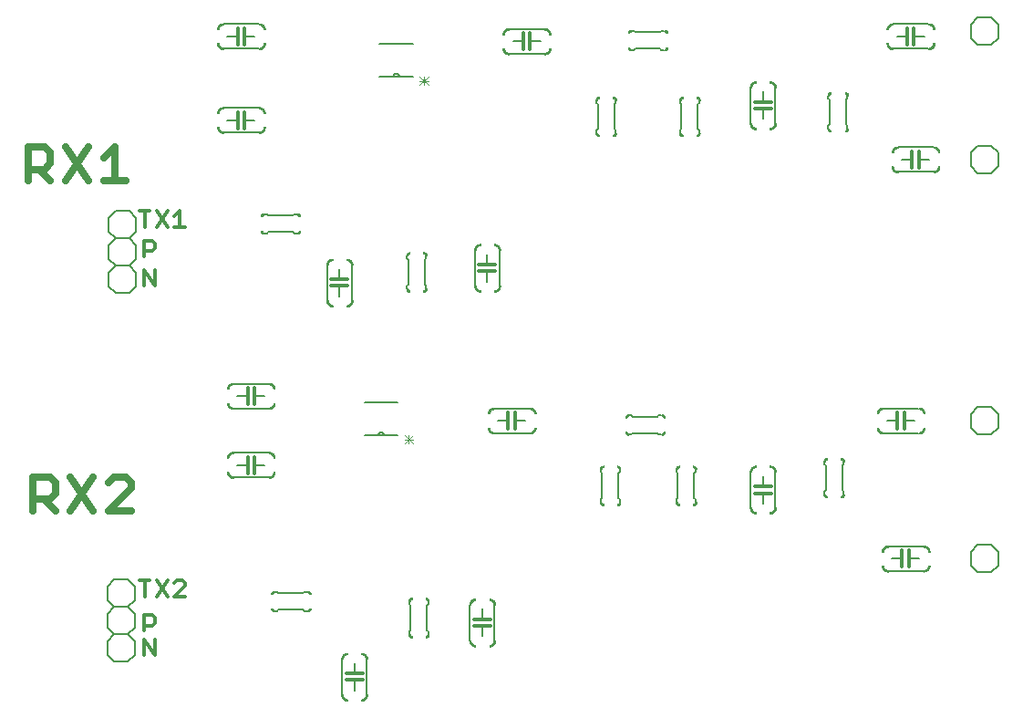
<source format=gto>
G75*
%MOIN*%
%OFA0B0*%
%FSLAX25Y25*%
%IPPOS*%
%LPD*%
%AMOC8*
5,1,8,0,0,1.08239X$1,22.5*
%
%ADD10C,0.02600*%
%ADD11C,0.01200*%
%ADD12C,0.00600*%
%ADD13C,0.00300*%
%ADD14C,0.00060*%
D10*
X0036004Y0093100D02*
X0036004Y0105511D01*
X0042209Y0105511D01*
X0044278Y0103442D01*
X0044278Y0099305D01*
X0042209Y0097237D01*
X0036004Y0097237D01*
X0040141Y0097237D02*
X0044278Y0093100D01*
X0049816Y0093100D02*
X0058089Y0105511D01*
X0063628Y0103442D02*
X0065696Y0105511D01*
X0069833Y0105511D01*
X0071901Y0103442D01*
X0071901Y0101374D01*
X0063628Y0093100D01*
X0071901Y0093100D01*
X0058089Y0093100D02*
X0049816Y0105511D01*
X0048016Y0213700D02*
X0056289Y0226111D01*
X0061828Y0221974D02*
X0065964Y0226111D01*
X0065964Y0213700D01*
X0061828Y0213700D02*
X0070101Y0213700D01*
X0056289Y0213700D02*
X0048016Y0226111D01*
X0042478Y0224042D02*
X0042478Y0219905D01*
X0040409Y0217837D01*
X0034204Y0217837D01*
X0038341Y0217837D02*
X0042478Y0213700D01*
X0034204Y0213700D02*
X0034204Y0226111D01*
X0040409Y0226111D01*
X0042478Y0224042D01*
D11*
X0074904Y0202605D02*
X0078774Y0202605D01*
X0076839Y0202605D02*
X0076839Y0196800D01*
X0081349Y0196800D02*
X0085219Y0202605D01*
X0087795Y0200670D02*
X0089730Y0202605D01*
X0089730Y0196800D01*
X0087795Y0196800D02*
X0091665Y0196800D01*
X0085219Y0196800D02*
X0081349Y0202605D01*
X0079606Y0191805D02*
X0076704Y0191805D01*
X0076704Y0186000D01*
X0076704Y0187935D02*
X0079606Y0187935D01*
X0080574Y0188902D01*
X0080574Y0190837D01*
X0079606Y0191805D01*
X0080574Y0181005D02*
X0080574Y0175200D01*
X0076704Y0181005D01*
X0076704Y0175200D01*
X0114504Y0138000D02*
X0114504Y0135000D01*
X0114504Y0132000D01*
X0117004Y0132000D02*
X0117004Y0135000D01*
X0117004Y0138000D01*
X0117004Y0112800D02*
X0117004Y0109800D01*
X0117004Y0106800D01*
X0114504Y0106800D02*
X0114504Y0109800D01*
X0114504Y0112800D01*
X0090697Y0067605D02*
X0088762Y0067605D01*
X0087795Y0066637D01*
X0085219Y0067605D02*
X0081349Y0061800D01*
X0085219Y0061800D02*
X0081349Y0067605D01*
X0078774Y0067605D02*
X0074904Y0067605D01*
X0076839Y0067605D02*
X0076839Y0061800D01*
X0087795Y0061800D02*
X0091665Y0065670D01*
X0091665Y0066637D01*
X0090697Y0067605D01*
X0091665Y0061800D02*
X0087795Y0061800D01*
X0080574Y0054037D02*
X0080574Y0052102D01*
X0079606Y0051135D01*
X0076704Y0051135D01*
X0076704Y0049200D02*
X0076704Y0055005D01*
X0079606Y0055005D01*
X0080574Y0054037D01*
X0080574Y0046005D02*
X0080574Y0040200D01*
X0076704Y0046005D01*
X0076704Y0040200D01*
X0150504Y0033700D02*
X0153504Y0033700D01*
X0156504Y0033700D01*
X0156504Y0031200D02*
X0153504Y0031200D01*
X0150504Y0031200D01*
X0197304Y0051000D02*
X0200304Y0051000D01*
X0203304Y0051000D01*
X0203304Y0053500D02*
X0200304Y0053500D01*
X0197304Y0053500D01*
X0209804Y0123000D02*
X0209804Y0126000D01*
X0209804Y0129000D01*
X0212304Y0129000D02*
X0212304Y0126000D01*
X0212304Y0123000D01*
X0151104Y0175200D02*
X0148104Y0175200D01*
X0145104Y0175200D01*
X0145104Y0177700D02*
X0148104Y0177700D01*
X0151104Y0177700D01*
X0199104Y0180600D02*
X0202104Y0180600D01*
X0205104Y0180600D01*
X0205104Y0183100D02*
X0202104Y0183100D01*
X0199104Y0183100D01*
X0113404Y0232800D02*
X0113404Y0235800D01*
X0113404Y0238800D01*
X0110904Y0238800D02*
X0110904Y0235800D01*
X0110904Y0232800D01*
X0110904Y0263400D02*
X0110904Y0266400D01*
X0110904Y0269400D01*
X0113404Y0269400D02*
X0113404Y0266400D01*
X0113404Y0263400D01*
X0215204Y0264600D02*
X0215204Y0261600D01*
X0217704Y0261600D02*
X0217704Y0264600D01*
X0217704Y0267600D01*
X0215204Y0267600D02*
X0215204Y0264600D01*
X0299904Y0242400D02*
X0302904Y0242400D01*
X0305904Y0242400D01*
X0305904Y0239900D02*
X0302904Y0239900D01*
X0299904Y0239900D01*
X0355604Y0263400D02*
X0355604Y0266400D01*
X0355604Y0269400D01*
X0358104Y0269400D02*
X0358104Y0266400D01*
X0358104Y0263400D01*
X0357404Y0224400D02*
X0357404Y0221400D01*
X0357404Y0218400D01*
X0359904Y0218400D02*
X0359904Y0221400D01*
X0359904Y0224400D01*
X0354504Y0129000D02*
X0354504Y0126000D01*
X0354504Y0123000D01*
X0352004Y0123000D02*
X0352004Y0126000D01*
X0352004Y0129000D01*
X0305904Y0102000D02*
X0302904Y0102000D01*
X0299904Y0102000D01*
X0299904Y0099500D02*
X0302904Y0099500D01*
X0305904Y0099500D01*
X0353804Y0078600D02*
X0353804Y0075600D01*
X0353804Y0072600D01*
X0356304Y0072600D02*
X0356304Y0075600D01*
X0356304Y0078600D01*
D12*
X0063304Y0045500D02*
X0063304Y0040500D01*
X0065804Y0038000D01*
X0070804Y0038000D01*
X0073304Y0040500D01*
X0073304Y0045500D01*
X0070804Y0048000D01*
X0073304Y0050500D01*
X0073304Y0055500D01*
X0070804Y0058000D01*
X0073304Y0060500D01*
X0073304Y0065500D01*
X0070804Y0068000D01*
X0065804Y0068000D01*
X0063304Y0065500D01*
X0063304Y0060500D01*
X0065804Y0058000D01*
X0070804Y0058000D01*
X0065804Y0058000D02*
X0063304Y0055500D01*
X0063304Y0050500D01*
X0065804Y0048000D01*
X0070804Y0048000D01*
X0065804Y0048000D02*
X0063304Y0045500D01*
X0124304Y0056500D02*
X0125304Y0056500D01*
X0125804Y0057000D01*
X0134804Y0057000D01*
X0135304Y0056500D01*
X0136304Y0056500D01*
X0134804Y0063000D02*
X0125804Y0063000D01*
X0125304Y0063500D01*
X0124304Y0063500D01*
X0134804Y0063000D02*
X0135304Y0063500D01*
X0136304Y0063500D01*
X0149004Y0038900D02*
X0149004Y0025900D01*
X0153504Y0027400D02*
X0153504Y0031200D01*
X0153504Y0033700D02*
X0153504Y0037400D01*
X0158004Y0038900D02*
X0158004Y0025900D01*
X0173554Y0048000D02*
X0173554Y0049000D01*
X0174054Y0049500D01*
X0174054Y0058500D01*
X0173554Y0059000D01*
X0173554Y0060000D01*
X0180054Y0058500D02*
X0180054Y0049500D01*
X0180554Y0049000D01*
X0180554Y0048000D01*
X0180054Y0058500D02*
X0180554Y0059000D01*
X0180554Y0060000D01*
X0195804Y0058700D02*
X0195804Y0045700D01*
X0200304Y0047200D02*
X0200304Y0051000D01*
X0200304Y0053500D02*
X0200304Y0057200D01*
X0204804Y0058700D02*
X0204804Y0045700D01*
X0243554Y0096250D02*
X0243554Y0097250D01*
X0244054Y0097750D01*
X0244054Y0106750D01*
X0243554Y0107250D01*
X0243554Y0108250D01*
X0250054Y0106750D02*
X0250054Y0097750D01*
X0250554Y0097250D01*
X0250554Y0096250D01*
X0250054Y0106750D02*
X0250554Y0107250D01*
X0250554Y0108250D01*
X0253804Y0121000D02*
X0254804Y0121000D01*
X0255304Y0121500D01*
X0264304Y0121500D01*
X0264804Y0121000D01*
X0265804Y0121000D01*
X0264304Y0127500D02*
X0255304Y0127500D01*
X0254804Y0128000D01*
X0253804Y0128000D01*
X0264304Y0127500D02*
X0264804Y0128000D01*
X0265804Y0128000D01*
X0271304Y0108250D02*
X0271304Y0107250D01*
X0271804Y0106750D01*
X0271804Y0097750D01*
X0271304Y0097250D01*
X0271304Y0096250D01*
X0277804Y0097750D02*
X0277804Y0106750D01*
X0278304Y0107250D01*
X0278304Y0108250D01*
X0277804Y0097750D02*
X0278304Y0097250D01*
X0278304Y0096250D01*
X0298404Y0094300D02*
X0298404Y0107300D01*
X0302904Y0105800D02*
X0302904Y0102000D01*
X0302904Y0099500D02*
X0302904Y0095800D01*
X0307404Y0094300D02*
X0307404Y0107300D01*
X0325379Y0110125D02*
X0325379Y0111125D01*
X0325379Y0110125D02*
X0325879Y0109625D01*
X0325879Y0100625D01*
X0325379Y0100125D01*
X0325379Y0099125D01*
X0331879Y0100625D02*
X0331879Y0109625D01*
X0332379Y0110125D01*
X0332379Y0111125D01*
X0331879Y0100625D02*
X0332379Y0100125D01*
X0332379Y0099125D01*
X0348604Y0080100D02*
X0361604Y0080100D01*
X0360104Y0075600D02*
X0356304Y0075600D01*
X0353804Y0075600D02*
X0350104Y0075600D01*
X0348604Y0071100D02*
X0361604Y0071100D01*
X0378904Y0073100D02*
X0381404Y0070600D01*
X0386404Y0070600D01*
X0388904Y0073100D01*
X0388904Y0078100D01*
X0386404Y0080600D01*
X0381404Y0080600D01*
X0378904Y0078100D01*
X0378904Y0073100D01*
X0381404Y0121000D02*
X0386404Y0121000D01*
X0388904Y0123500D01*
X0388904Y0128500D01*
X0386404Y0131000D01*
X0381404Y0131000D01*
X0378904Y0128500D01*
X0378904Y0123500D01*
X0381404Y0121000D01*
X0359804Y0121500D02*
X0346804Y0121500D01*
X0348304Y0126000D02*
X0352004Y0126000D01*
X0354504Y0126000D02*
X0358304Y0126000D01*
X0359804Y0130500D02*
X0346804Y0130500D01*
X0352204Y0216900D02*
X0365204Y0216900D01*
X0363704Y0221400D02*
X0359904Y0221400D01*
X0357404Y0221400D02*
X0353704Y0221400D01*
X0352204Y0225900D02*
X0365204Y0225900D01*
X0378904Y0223900D02*
X0378904Y0218900D01*
X0381404Y0216400D01*
X0386404Y0216400D01*
X0388904Y0218900D01*
X0388904Y0223900D01*
X0386404Y0226400D01*
X0381404Y0226400D01*
X0378904Y0223900D01*
X0333804Y0232800D02*
X0333804Y0233800D01*
X0333304Y0234300D01*
X0333304Y0243300D01*
X0333804Y0243800D01*
X0333804Y0244800D01*
X0327304Y0243300D02*
X0327304Y0234300D01*
X0326804Y0233800D01*
X0326804Y0232800D01*
X0327304Y0243300D02*
X0326804Y0243800D01*
X0326804Y0244800D01*
X0307404Y0247700D02*
X0307404Y0234700D01*
X0302904Y0236200D02*
X0302904Y0239900D01*
X0302904Y0242400D02*
X0302904Y0246200D01*
X0298404Y0247700D02*
X0298404Y0234700D01*
X0279579Y0232125D02*
X0279579Y0231125D01*
X0279579Y0232125D02*
X0279079Y0232625D01*
X0279079Y0241625D01*
X0279579Y0242125D01*
X0279579Y0243125D01*
X0273079Y0241625D02*
X0273079Y0232625D01*
X0272579Y0232125D01*
X0272579Y0231125D01*
X0273079Y0241625D02*
X0272579Y0242125D01*
X0272579Y0243125D01*
X0249029Y0243125D02*
X0249029Y0242125D01*
X0248529Y0241625D01*
X0248529Y0232625D01*
X0249029Y0232125D01*
X0249029Y0231125D01*
X0242529Y0232625D02*
X0242529Y0241625D01*
X0242029Y0242125D01*
X0242029Y0243125D01*
X0242529Y0232625D02*
X0242029Y0232125D01*
X0242029Y0231125D01*
X0223004Y0260100D02*
X0210004Y0260100D01*
X0211504Y0264600D02*
X0215204Y0264600D01*
X0217704Y0264600D02*
X0221504Y0264600D01*
X0223004Y0269100D02*
X0210004Y0269100D01*
X0174979Y0263775D02*
X0162779Y0263775D01*
X0162779Y0251575D02*
X0167679Y0251575D01*
X0170079Y0251575D01*
X0174979Y0251575D01*
X0170079Y0251575D02*
X0170077Y0251644D01*
X0170071Y0251712D01*
X0170061Y0251780D01*
X0170048Y0251847D01*
X0170030Y0251913D01*
X0170009Y0251978D01*
X0169984Y0252042D01*
X0169956Y0252104D01*
X0169924Y0252165D01*
X0169889Y0252224D01*
X0169850Y0252280D01*
X0169808Y0252335D01*
X0169763Y0252386D01*
X0169715Y0252436D01*
X0169665Y0252482D01*
X0169612Y0252525D01*
X0169556Y0252566D01*
X0169499Y0252603D01*
X0169439Y0252636D01*
X0169377Y0252667D01*
X0169314Y0252693D01*
X0169250Y0252716D01*
X0169184Y0252736D01*
X0169117Y0252751D01*
X0169050Y0252763D01*
X0168982Y0252771D01*
X0168913Y0252775D01*
X0168845Y0252775D01*
X0168776Y0252771D01*
X0168708Y0252763D01*
X0168641Y0252751D01*
X0168574Y0252736D01*
X0168508Y0252716D01*
X0168444Y0252693D01*
X0168381Y0252667D01*
X0168319Y0252636D01*
X0168259Y0252603D01*
X0168202Y0252566D01*
X0168146Y0252525D01*
X0168093Y0252482D01*
X0168043Y0252436D01*
X0167995Y0252386D01*
X0167950Y0252335D01*
X0167908Y0252280D01*
X0167869Y0252224D01*
X0167834Y0252165D01*
X0167802Y0252104D01*
X0167774Y0252042D01*
X0167749Y0251978D01*
X0167728Y0251913D01*
X0167710Y0251847D01*
X0167697Y0251780D01*
X0167687Y0251712D01*
X0167681Y0251644D01*
X0167679Y0251575D01*
X0118604Y0261900D02*
X0105604Y0261900D01*
X0107104Y0266400D02*
X0110904Y0266400D01*
X0113404Y0266400D02*
X0117104Y0266400D01*
X0118604Y0270900D02*
X0105604Y0270900D01*
X0105604Y0240300D02*
X0118604Y0240300D01*
X0117104Y0235800D02*
X0113404Y0235800D01*
X0110904Y0235800D02*
X0107104Y0235800D01*
X0105604Y0231300D02*
X0118604Y0231300D01*
X0120504Y0201500D02*
X0121504Y0201500D01*
X0122004Y0201000D01*
X0131004Y0201000D01*
X0131504Y0201500D01*
X0132504Y0201500D01*
X0131004Y0195000D02*
X0122004Y0195000D01*
X0121504Y0194500D01*
X0120504Y0194500D01*
X0131004Y0195000D02*
X0131504Y0194500D01*
X0132504Y0194500D01*
X0143604Y0182900D02*
X0143604Y0169900D01*
X0148104Y0171400D02*
X0148104Y0175200D01*
X0148104Y0177700D02*
X0148104Y0181400D01*
X0152604Y0182900D02*
X0152604Y0169900D01*
X0172779Y0174275D02*
X0172779Y0175275D01*
X0173279Y0175775D01*
X0173279Y0184775D01*
X0172779Y0185275D01*
X0172779Y0186275D01*
X0179279Y0184775D02*
X0179279Y0175775D01*
X0179779Y0175275D01*
X0179779Y0174275D01*
X0179279Y0184775D02*
X0179779Y0185275D01*
X0179779Y0186275D01*
X0197604Y0188300D02*
X0197604Y0175300D01*
X0202104Y0176800D02*
X0202104Y0180600D01*
X0202104Y0183100D02*
X0202104Y0186800D01*
X0206604Y0188300D02*
X0206604Y0175300D01*
X0169454Y0132750D02*
X0157254Y0132750D01*
X0157254Y0120550D02*
X0162154Y0120550D01*
X0164554Y0120550D01*
X0169454Y0120550D01*
X0164554Y0120550D02*
X0164552Y0120619D01*
X0164546Y0120687D01*
X0164536Y0120755D01*
X0164523Y0120822D01*
X0164505Y0120888D01*
X0164484Y0120953D01*
X0164459Y0121017D01*
X0164431Y0121079D01*
X0164399Y0121140D01*
X0164364Y0121199D01*
X0164325Y0121255D01*
X0164283Y0121310D01*
X0164238Y0121361D01*
X0164190Y0121411D01*
X0164140Y0121457D01*
X0164087Y0121500D01*
X0164031Y0121541D01*
X0163974Y0121578D01*
X0163914Y0121611D01*
X0163852Y0121642D01*
X0163789Y0121668D01*
X0163725Y0121691D01*
X0163659Y0121711D01*
X0163592Y0121726D01*
X0163525Y0121738D01*
X0163457Y0121746D01*
X0163388Y0121750D01*
X0163320Y0121750D01*
X0163251Y0121746D01*
X0163183Y0121738D01*
X0163116Y0121726D01*
X0163049Y0121711D01*
X0162983Y0121691D01*
X0162919Y0121668D01*
X0162856Y0121642D01*
X0162794Y0121611D01*
X0162734Y0121578D01*
X0162677Y0121541D01*
X0162621Y0121500D01*
X0162568Y0121457D01*
X0162518Y0121411D01*
X0162470Y0121361D01*
X0162425Y0121310D01*
X0162383Y0121255D01*
X0162344Y0121199D01*
X0162309Y0121140D01*
X0162277Y0121079D01*
X0162249Y0121017D01*
X0162224Y0120953D01*
X0162203Y0120888D01*
X0162185Y0120822D01*
X0162172Y0120755D01*
X0162162Y0120687D01*
X0162156Y0120619D01*
X0162154Y0120550D01*
X0122204Y0114300D02*
X0109204Y0114300D01*
X0110704Y0109800D02*
X0114504Y0109800D01*
X0117004Y0109800D02*
X0120704Y0109800D01*
X0122204Y0105300D02*
X0109204Y0105300D01*
X0109204Y0130500D02*
X0122204Y0130500D01*
X0120704Y0135000D02*
X0117004Y0135000D01*
X0114504Y0135000D02*
X0110704Y0135000D01*
X0109204Y0139500D02*
X0122204Y0139500D01*
X0073704Y0175100D02*
X0073704Y0180100D01*
X0071204Y0182600D01*
X0073704Y0185100D01*
X0073704Y0190100D01*
X0071204Y0192600D01*
X0073704Y0195100D01*
X0073704Y0200100D01*
X0071204Y0202600D01*
X0066204Y0202600D01*
X0063704Y0200100D01*
X0063704Y0195100D01*
X0066204Y0192600D01*
X0071204Y0192600D01*
X0066204Y0192600D02*
X0063704Y0190100D01*
X0063704Y0185100D01*
X0066204Y0182600D01*
X0071204Y0182600D01*
X0066204Y0182600D02*
X0063704Y0180100D01*
X0063704Y0175100D01*
X0066204Y0172600D01*
X0071204Y0172600D01*
X0073704Y0175100D01*
X0204604Y0130500D02*
X0217604Y0130500D01*
X0216104Y0126000D02*
X0212304Y0126000D01*
X0209804Y0126000D02*
X0206104Y0126000D01*
X0204604Y0121500D02*
X0217604Y0121500D01*
X0254804Y0261500D02*
X0255804Y0261500D01*
X0256304Y0262000D01*
X0265304Y0262000D01*
X0265804Y0261500D01*
X0266804Y0261500D01*
X0265304Y0268000D02*
X0256304Y0268000D01*
X0255804Y0268500D01*
X0254804Y0268500D01*
X0265304Y0268000D02*
X0265804Y0268500D01*
X0266804Y0268500D01*
X0350404Y0270900D02*
X0363404Y0270900D01*
X0361904Y0266400D02*
X0358104Y0266400D01*
X0355604Y0266400D02*
X0351904Y0266400D01*
X0350404Y0261900D02*
X0363404Y0261900D01*
X0378904Y0265700D02*
X0381404Y0263200D01*
X0386404Y0263200D01*
X0388904Y0265700D01*
X0388904Y0270700D01*
X0386404Y0273200D01*
X0381404Y0273200D01*
X0378904Y0270700D01*
X0378904Y0265700D01*
D13*
X0180529Y0251741D02*
X0177393Y0248605D01*
X0178961Y0248605D02*
X0178961Y0251741D01*
X0177393Y0251741D02*
X0180529Y0248605D01*
X0180529Y0250173D02*
X0177393Y0250173D01*
X0175004Y0120716D02*
X0171868Y0117580D01*
X0173436Y0117580D02*
X0173436Y0120716D01*
X0171868Y0120716D02*
X0175004Y0117580D01*
X0175004Y0119148D02*
X0171868Y0119148D01*
D14*
X0202335Y0123471D02*
X0202875Y0123471D01*
X0202874Y0123470D02*
X0202878Y0123390D01*
X0202885Y0123309D01*
X0202895Y0123230D01*
X0202910Y0123150D01*
X0202928Y0123072D01*
X0202950Y0122994D01*
X0202975Y0122918D01*
X0203004Y0122843D01*
X0203036Y0122769D01*
X0203072Y0122697D01*
X0203111Y0122626D01*
X0203153Y0122558D01*
X0203198Y0122491D01*
X0203247Y0122427D01*
X0203298Y0122365D01*
X0203353Y0122306D01*
X0203410Y0122249D01*
X0203469Y0122194D01*
X0203531Y0122143D01*
X0203595Y0122094D01*
X0203662Y0122049D01*
X0203730Y0122007D01*
X0203801Y0121968D01*
X0203873Y0121932D01*
X0203947Y0121900D01*
X0204022Y0121871D01*
X0204098Y0121846D01*
X0204176Y0121824D01*
X0204254Y0121806D01*
X0204334Y0121791D01*
X0204413Y0121781D01*
X0204494Y0121774D01*
X0204574Y0121770D01*
X0204575Y0121231D01*
X0204574Y0121230D01*
X0204479Y0121233D01*
X0204385Y0121241D01*
X0204291Y0121252D01*
X0204197Y0121267D01*
X0204104Y0121286D01*
X0204012Y0121308D01*
X0203921Y0121335D01*
X0203832Y0121365D01*
X0203743Y0121399D01*
X0203656Y0121437D01*
X0203571Y0121479D01*
X0203488Y0121523D01*
X0203406Y0121572D01*
X0203327Y0121623D01*
X0203250Y0121678D01*
X0203175Y0121736D01*
X0203102Y0121798D01*
X0203033Y0121862D01*
X0202966Y0121929D01*
X0202902Y0121998D01*
X0202840Y0122071D01*
X0202782Y0122146D01*
X0202727Y0122223D01*
X0202676Y0122302D01*
X0202627Y0122384D01*
X0202583Y0122467D01*
X0202541Y0122552D01*
X0202503Y0122639D01*
X0202469Y0122728D01*
X0202439Y0122817D01*
X0202412Y0122908D01*
X0202390Y0123000D01*
X0202371Y0123093D01*
X0202356Y0123187D01*
X0202345Y0123281D01*
X0202337Y0123375D01*
X0202334Y0123470D01*
X0202390Y0123470D01*
X0202393Y0123378D01*
X0202400Y0123286D01*
X0202411Y0123194D01*
X0202426Y0123103D01*
X0202444Y0123012D01*
X0202467Y0122923D01*
X0202493Y0122834D01*
X0202522Y0122746D01*
X0202555Y0122660D01*
X0202592Y0122576D01*
X0202633Y0122492D01*
X0202676Y0122411D01*
X0202723Y0122332D01*
X0202774Y0122254D01*
X0202827Y0122179D01*
X0202884Y0122106D01*
X0202944Y0122035D01*
X0203006Y0121967D01*
X0203071Y0121902D01*
X0203139Y0121840D01*
X0203210Y0121780D01*
X0203283Y0121723D01*
X0203358Y0121670D01*
X0203436Y0121619D01*
X0203515Y0121572D01*
X0203596Y0121529D01*
X0203680Y0121488D01*
X0203764Y0121451D01*
X0203850Y0121418D01*
X0203938Y0121389D01*
X0204027Y0121363D01*
X0204116Y0121340D01*
X0204207Y0121322D01*
X0204298Y0121307D01*
X0204390Y0121296D01*
X0204482Y0121289D01*
X0204574Y0121286D01*
X0204574Y0121342D01*
X0204482Y0121345D01*
X0204389Y0121353D01*
X0204298Y0121364D01*
X0204206Y0121379D01*
X0204116Y0121398D01*
X0204026Y0121421D01*
X0203938Y0121447D01*
X0203850Y0121478D01*
X0203764Y0121512D01*
X0203680Y0121550D01*
X0203597Y0121591D01*
X0203516Y0121636D01*
X0203437Y0121684D01*
X0203361Y0121736D01*
X0203286Y0121791D01*
X0203214Y0121849D01*
X0203145Y0121910D01*
X0203078Y0121974D01*
X0203014Y0122041D01*
X0202953Y0122110D01*
X0202895Y0122182D01*
X0202840Y0122257D01*
X0202788Y0122333D01*
X0202740Y0122412D01*
X0202695Y0122493D01*
X0202654Y0122576D01*
X0202616Y0122660D01*
X0202582Y0122746D01*
X0202551Y0122834D01*
X0202525Y0122922D01*
X0202502Y0123012D01*
X0202483Y0123102D01*
X0202468Y0123194D01*
X0202457Y0123285D01*
X0202449Y0123378D01*
X0202446Y0123470D01*
X0202502Y0123470D01*
X0202505Y0123380D01*
X0202512Y0123290D01*
X0202523Y0123201D01*
X0202538Y0123112D01*
X0202557Y0123024D01*
X0202579Y0122937D01*
X0202605Y0122850D01*
X0202635Y0122765D01*
X0202668Y0122682D01*
X0202705Y0122600D01*
X0202745Y0122519D01*
X0202789Y0122440D01*
X0202836Y0122364D01*
X0202886Y0122289D01*
X0202939Y0122216D01*
X0202996Y0122146D01*
X0203055Y0122079D01*
X0203118Y0122014D01*
X0203183Y0121951D01*
X0203250Y0121892D01*
X0203320Y0121835D01*
X0203393Y0121782D01*
X0203468Y0121732D01*
X0203544Y0121685D01*
X0203623Y0121641D01*
X0203704Y0121601D01*
X0203786Y0121564D01*
X0203869Y0121531D01*
X0203954Y0121501D01*
X0204041Y0121475D01*
X0204128Y0121453D01*
X0204216Y0121434D01*
X0204305Y0121419D01*
X0204394Y0121408D01*
X0204484Y0121401D01*
X0204574Y0121398D01*
X0204574Y0121454D01*
X0204486Y0121457D01*
X0204399Y0121464D01*
X0204312Y0121475D01*
X0204226Y0121489D01*
X0204140Y0121507D01*
X0204055Y0121529D01*
X0203971Y0121554D01*
X0203889Y0121583D01*
X0203807Y0121616D01*
X0203727Y0121651D01*
X0203649Y0121691D01*
X0203572Y0121733D01*
X0203498Y0121779D01*
X0203425Y0121828D01*
X0203355Y0121880D01*
X0203286Y0121935D01*
X0203221Y0121993D01*
X0203157Y0122053D01*
X0203097Y0122117D01*
X0203039Y0122182D01*
X0202984Y0122251D01*
X0202932Y0122321D01*
X0202883Y0122394D01*
X0202837Y0122468D01*
X0202795Y0122545D01*
X0202755Y0122623D01*
X0202720Y0122703D01*
X0202687Y0122785D01*
X0202658Y0122867D01*
X0202633Y0122951D01*
X0202611Y0123036D01*
X0202593Y0123122D01*
X0202579Y0123208D01*
X0202568Y0123295D01*
X0202561Y0123382D01*
X0202558Y0123470D01*
X0202614Y0123470D01*
X0202617Y0123382D01*
X0202625Y0123295D01*
X0202636Y0123208D01*
X0202650Y0123122D01*
X0202669Y0123036D01*
X0202691Y0122952D01*
X0202717Y0122868D01*
X0202747Y0122786D01*
X0202780Y0122705D01*
X0202817Y0122625D01*
X0202857Y0122547D01*
X0202901Y0122471D01*
X0202947Y0122397D01*
X0202998Y0122325D01*
X0203051Y0122256D01*
X0203107Y0122189D01*
X0203166Y0122124D01*
X0203228Y0122062D01*
X0203293Y0122003D01*
X0203360Y0121947D01*
X0203429Y0121894D01*
X0203501Y0121843D01*
X0203575Y0121797D01*
X0203651Y0121753D01*
X0203729Y0121713D01*
X0203809Y0121676D01*
X0203890Y0121643D01*
X0203972Y0121613D01*
X0204056Y0121587D01*
X0204140Y0121565D01*
X0204226Y0121546D01*
X0204312Y0121532D01*
X0204399Y0121521D01*
X0204486Y0121513D01*
X0204574Y0121510D01*
X0204574Y0121566D01*
X0204489Y0121569D01*
X0204404Y0121576D01*
X0204320Y0121587D01*
X0204236Y0121601D01*
X0204153Y0121619D01*
X0204071Y0121641D01*
X0203989Y0121666D01*
X0203909Y0121695D01*
X0203831Y0121727D01*
X0203753Y0121763D01*
X0203678Y0121802D01*
X0203604Y0121845D01*
X0203532Y0121890D01*
X0203462Y0121939D01*
X0203395Y0121991D01*
X0203330Y0122045D01*
X0203267Y0122103D01*
X0203207Y0122163D01*
X0203149Y0122226D01*
X0203095Y0122291D01*
X0203043Y0122358D01*
X0202994Y0122428D01*
X0202949Y0122500D01*
X0202906Y0122574D01*
X0202867Y0122649D01*
X0202831Y0122727D01*
X0202799Y0122805D01*
X0202770Y0122885D01*
X0202745Y0122967D01*
X0202723Y0123049D01*
X0202705Y0123132D01*
X0202691Y0123216D01*
X0202680Y0123300D01*
X0202673Y0123385D01*
X0202670Y0123470D01*
X0202726Y0123470D01*
X0202730Y0123385D01*
X0202737Y0123300D01*
X0202748Y0123216D01*
X0202762Y0123132D01*
X0202781Y0123049D01*
X0202803Y0122967D01*
X0202829Y0122886D01*
X0202859Y0122807D01*
X0202892Y0122729D01*
X0202928Y0122652D01*
X0202969Y0122577D01*
X0203012Y0122504D01*
X0203059Y0122433D01*
X0203109Y0122364D01*
X0203161Y0122298D01*
X0203217Y0122233D01*
X0203276Y0122172D01*
X0203337Y0122113D01*
X0203402Y0122057D01*
X0203468Y0122005D01*
X0203537Y0121955D01*
X0203608Y0121908D01*
X0203681Y0121865D01*
X0203756Y0121824D01*
X0203833Y0121788D01*
X0203911Y0121755D01*
X0203990Y0121725D01*
X0204071Y0121699D01*
X0204153Y0121677D01*
X0204236Y0121658D01*
X0204320Y0121644D01*
X0204404Y0121633D01*
X0204489Y0121626D01*
X0204574Y0121622D01*
X0204574Y0121678D01*
X0204492Y0121681D01*
X0204410Y0121688D01*
X0204328Y0121699D01*
X0204247Y0121713D01*
X0204166Y0121731D01*
X0204087Y0121753D01*
X0204008Y0121778D01*
X0203931Y0121807D01*
X0203855Y0121839D01*
X0203781Y0121875D01*
X0203708Y0121913D01*
X0203637Y0121956D01*
X0203569Y0122001D01*
X0203502Y0122049D01*
X0203437Y0122101D01*
X0203375Y0122155D01*
X0203316Y0122212D01*
X0203259Y0122271D01*
X0203205Y0122333D01*
X0203153Y0122398D01*
X0203105Y0122465D01*
X0203060Y0122533D01*
X0203017Y0122604D01*
X0202979Y0122677D01*
X0202943Y0122751D01*
X0202911Y0122827D01*
X0202882Y0122904D01*
X0202857Y0122983D01*
X0202835Y0123062D01*
X0202817Y0123143D01*
X0202803Y0123224D01*
X0202792Y0123306D01*
X0202785Y0123388D01*
X0202782Y0123470D01*
X0202838Y0123470D01*
X0202842Y0123388D01*
X0202849Y0123306D01*
X0202860Y0123224D01*
X0202874Y0123143D01*
X0202893Y0123063D01*
X0202915Y0122984D01*
X0202941Y0122906D01*
X0202970Y0122829D01*
X0203003Y0122754D01*
X0203040Y0122680D01*
X0203080Y0122608D01*
X0203123Y0122538D01*
X0203169Y0122470D01*
X0203219Y0122405D01*
X0203271Y0122341D01*
X0203327Y0122281D01*
X0203385Y0122223D01*
X0203445Y0122167D01*
X0203509Y0122115D01*
X0203574Y0122065D01*
X0203642Y0122019D01*
X0203712Y0121976D01*
X0203784Y0121936D01*
X0203858Y0121899D01*
X0203933Y0121866D01*
X0204010Y0121837D01*
X0204088Y0121811D01*
X0204167Y0121789D01*
X0204247Y0121770D01*
X0204328Y0121756D01*
X0204410Y0121745D01*
X0204492Y0121738D01*
X0204574Y0121734D01*
X0204575Y0130769D02*
X0204575Y0130229D01*
X0204574Y0130230D02*
X0204494Y0130226D01*
X0204413Y0130219D01*
X0204334Y0130209D01*
X0204254Y0130194D01*
X0204176Y0130176D01*
X0204098Y0130154D01*
X0204022Y0130129D01*
X0203947Y0130100D01*
X0203873Y0130068D01*
X0203801Y0130032D01*
X0203730Y0129993D01*
X0203662Y0129951D01*
X0203595Y0129906D01*
X0203531Y0129857D01*
X0203469Y0129806D01*
X0203410Y0129751D01*
X0203353Y0129694D01*
X0203298Y0129635D01*
X0203247Y0129573D01*
X0203198Y0129509D01*
X0203153Y0129442D01*
X0203111Y0129374D01*
X0203072Y0129303D01*
X0203036Y0129231D01*
X0203004Y0129157D01*
X0202975Y0129082D01*
X0202950Y0129006D01*
X0202928Y0128928D01*
X0202910Y0128850D01*
X0202895Y0128770D01*
X0202885Y0128691D01*
X0202878Y0128610D01*
X0202874Y0128530D01*
X0202335Y0128529D01*
X0202334Y0128530D01*
X0202337Y0128625D01*
X0202345Y0128719D01*
X0202356Y0128813D01*
X0202371Y0128907D01*
X0202390Y0129000D01*
X0202412Y0129092D01*
X0202439Y0129183D01*
X0202469Y0129272D01*
X0202503Y0129361D01*
X0202541Y0129448D01*
X0202583Y0129533D01*
X0202627Y0129616D01*
X0202676Y0129698D01*
X0202727Y0129777D01*
X0202782Y0129854D01*
X0202840Y0129929D01*
X0202902Y0130002D01*
X0202966Y0130071D01*
X0203033Y0130138D01*
X0203102Y0130202D01*
X0203175Y0130264D01*
X0203250Y0130322D01*
X0203327Y0130377D01*
X0203406Y0130428D01*
X0203488Y0130477D01*
X0203571Y0130521D01*
X0203656Y0130563D01*
X0203743Y0130601D01*
X0203832Y0130635D01*
X0203921Y0130665D01*
X0204012Y0130692D01*
X0204104Y0130714D01*
X0204197Y0130733D01*
X0204291Y0130748D01*
X0204385Y0130759D01*
X0204479Y0130767D01*
X0204574Y0130770D01*
X0204574Y0130714D01*
X0204482Y0130711D01*
X0204390Y0130704D01*
X0204298Y0130693D01*
X0204207Y0130678D01*
X0204116Y0130660D01*
X0204027Y0130637D01*
X0203938Y0130611D01*
X0203850Y0130582D01*
X0203764Y0130549D01*
X0203680Y0130512D01*
X0203596Y0130471D01*
X0203515Y0130428D01*
X0203436Y0130381D01*
X0203358Y0130330D01*
X0203283Y0130277D01*
X0203210Y0130220D01*
X0203139Y0130160D01*
X0203071Y0130098D01*
X0203006Y0130033D01*
X0202944Y0129965D01*
X0202884Y0129894D01*
X0202827Y0129821D01*
X0202774Y0129746D01*
X0202723Y0129668D01*
X0202676Y0129589D01*
X0202633Y0129508D01*
X0202592Y0129424D01*
X0202555Y0129340D01*
X0202522Y0129254D01*
X0202493Y0129166D01*
X0202467Y0129077D01*
X0202444Y0128988D01*
X0202426Y0128897D01*
X0202411Y0128806D01*
X0202400Y0128714D01*
X0202393Y0128622D01*
X0202390Y0128530D01*
X0202446Y0128530D01*
X0202449Y0128622D01*
X0202457Y0128715D01*
X0202468Y0128806D01*
X0202483Y0128898D01*
X0202502Y0128988D01*
X0202525Y0129078D01*
X0202551Y0129166D01*
X0202582Y0129254D01*
X0202616Y0129340D01*
X0202654Y0129424D01*
X0202695Y0129507D01*
X0202740Y0129588D01*
X0202788Y0129667D01*
X0202840Y0129743D01*
X0202895Y0129818D01*
X0202953Y0129890D01*
X0203014Y0129959D01*
X0203078Y0130026D01*
X0203145Y0130090D01*
X0203214Y0130151D01*
X0203286Y0130209D01*
X0203361Y0130264D01*
X0203437Y0130316D01*
X0203516Y0130364D01*
X0203597Y0130409D01*
X0203680Y0130450D01*
X0203764Y0130488D01*
X0203850Y0130522D01*
X0203938Y0130553D01*
X0204026Y0130579D01*
X0204116Y0130602D01*
X0204206Y0130621D01*
X0204298Y0130636D01*
X0204389Y0130647D01*
X0204482Y0130655D01*
X0204574Y0130658D01*
X0204574Y0130602D01*
X0204484Y0130599D01*
X0204394Y0130592D01*
X0204305Y0130581D01*
X0204216Y0130566D01*
X0204128Y0130547D01*
X0204041Y0130525D01*
X0203954Y0130499D01*
X0203869Y0130469D01*
X0203786Y0130436D01*
X0203704Y0130399D01*
X0203623Y0130359D01*
X0203544Y0130315D01*
X0203468Y0130268D01*
X0203393Y0130218D01*
X0203320Y0130165D01*
X0203250Y0130108D01*
X0203183Y0130049D01*
X0203118Y0129986D01*
X0203055Y0129921D01*
X0202996Y0129854D01*
X0202939Y0129784D01*
X0202886Y0129711D01*
X0202836Y0129636D01*
X0202789Y0129560D01*
X0202745Y0129481D01*
X0202705Y0129400D01*
X0202668Y0129318D01*
X0202635Y0129235D01*
X0202605Y0129150D01*
X0202579Y0129063D01*
X0202557Y0128976D01*
X0202538Y0128888D01*
X0202523Y0128799D01*
X0202512Y0128710D01*
X0202505Y0128620D01*
X0202502Y0128530D01*
X0202558Y0128530D01*
X0202561Y0128618D01*
X0202568Y0128705D01*
X0202579Y0128792D01*
X0202593Y0128878D01*
X0202611Y0128964D01*
X0202633Y0129049D01*
X0202658Y0129133D01*
X0202687Y0129215D01*
X0202720Y0129297D01*
X0202755Y0129377D01*
X0202795Y0129455D01*
X0202837Y0129532D01*
X0202883Y0129606D01*
X0202932Y0129679D01*
X0202984Y0129749D01*
X0203039Y0129818D01*
X0203097Y0129883D01*
X0203157Y0129947D01*
X0203221Y0130007D01*
X0203286Y0130065D01*
X0203355Y0130120D01*
X0203425Y0130172D01*
X0203498Y0130221D01*
X0203572Y0130267D01*
X0203649Y0130309D01*
X0203727Y0130349D01*
X0203807Y0130384D01*
X0203889Y0130417D01*
X0203971Y0130446D01*
X0204055Y0130471D01*
X0204140Y0130493D01*
X0204226Y0130511D01*
X0204312Y0130525D01*
X0204399Y0130536D01*
X0204486Y0130543D01*
X0204574Y0130546D01*
X0204574Y0130490D01*
X0204486Y0130487D01*
X0204399Y0130479D01*
X0204312Y0130468D01*
X0204226Y0130454D01*
X0204140Y0130435D01*
X0204056Y0130413D01*
X0203972Y0130387D01*
X0203890Y0130357D01*
X0203809Y0130324D01*
X0203729Y0130287D01*
X0203651Y0130247D01*
X0203575Y0130203D01*
X0203501Y0130157D01*
X0203429Y0130106D01*
X0203360Y0130053D01*
X0203293Y0129997D01*
X0203228Y0129938D01*
X0203166Y0129876D01*
X0203107Y0129811D01*
X0203051Y0129744D01*
X0202998Y0129675D01*
X0202947Y0129603D01*
X0202901Y0129529D01*
X0202857Y0129453D01*
X0202817Y0129375D01*
X0202780Y0129295D01*
X0202747Y0129214D01*
X0202717Y0129132D01*
X0202691Y0129048D01*
X0202669Y0128964D01*
X0202650Y0128878D01*
X0202636Y0128792D01*
X0202625Y0128705D01*
X0202617Y0128618D01*
X0202614Y0128530D01*
X0202670Y0128530D01*
X0202673Y0128615D01*
X0202680Y0128700D01*
X0202691Y0128784D01*
X0202705Y0128868D01*
X0202723Y0128951D01*
X0202745Y0129033D01*
X0202770Y0129115D01*
X0202799Y0129195D01*
X0202831Y0129273D01*
X0202867Y0129351D01*
X0202906Y0129426D01*
X0202949Y0129500D01*
X0202994Y0129572D01*
X0203043Y0129642D01*
X0203095Y0129709D01*
X0203149Y0129774D01*
X0203207Y0129837D01*
X0203267Y0129897D01*
X0203330Y0129955D01*
X0203395Y0130009D01*
X0203462Y0130061D01*
X0203532Y0130110D01*
X0203604Y0130155D01*
X0203678Y0130198D01*
X0203753Y0130237D01*
X0203831Y0130273D01*
X0203909Y0130305D01*
X0203989Y0130334D01*
X0204071Y0130359D01*
X0204153Y0130381D01*
X0204236Y0130399D01*
X0204320Y0130413D01*
X0204404Y0130424D01*
X0204489Y0130431D01*
X0204574Y0130434D01*
X0204574Y0130378D01*
X0204489Y0130374D01*
X0204404Y0130367D01*
X0204320Y0130356D01*
X0204236Y0130342D01*
X0204153Y0130323D01*
X0204071Y0130301D01*
X0203990Y0130275D01*
X0203911Y0130245D01*
X0203833Y0130212D01*
X0203756Y0130176D01*
X0203681Y0130135D01*
X0203608Y0130092D01*
X0203537Y0130045D01*
X0203468Y0129995D01*
X0203402Y0129943D01*
X0203337Y0129887D01*
X0203276Y0129828D01*
X0203217Y0129767D01*
X0203161Y0129702D01*
X0203109Y0129636D01*
X0203059Y0129567D01*
X0203012Y0129496D01*
X0202969Y0129423D01*
X0202928Y0129348D01*
X0202892Y0129271D01*
X0202859Y0129193D01*
X0202829Y0129114D01*
X0202803Y0129033D01*
X0202781Y0128951D01*
X0202762Y0128868D01*
X0202748Y0128784D01*
X0202737Y0128700D01*
X0202730Y0128615D01*
X0202726Y0128530D01*
X0202782Y0128530D01*
X0202785Y0128612D01*
X0202792Y0128694D01*
X0202803Y0128776D01*
X0202817Y0128857D01*
X0202835Y0128938D01*
X0202857Y0129017D01*
X0202882Y0129096D01*
X0202911Y0129173D01*
X0202943Y0129249D01*
X0202979Y0129323D01*
X0203017Y0129396D01*
X0203060Y0129467D01*
X0203105Y0129535D01*
X0203153Y0129602D01*
X0203205Y0129667D01*
X0203259Y0129729D01*
X0203316Y0129788D01*
X0203375Y0129845D01*
X0203437Y0129899D01*
X0203502Y0129951D01*
X0203569Y0129999D01*
X0203637Y0130044D01*
X0203708Y0130087D01*
X0203781Y0130125D01*
X0203855Y0130161D01*
X0203931Y0130193D01*
X0204008Y0130222D01*
X0204087Y0130247D01*
X0204166Y0130269D01*
X0204247Y0130287D01*
X0204328Y0130301D01*
X0204410Y0130312D01*
X0204492Y0130319D01*
X0204574Y0130322D01*
X0204574Y0130266D01*
X0204492Y0130262D01*
X0204410Y0130255D01*
X0204328Y0130244D01*
X0204247Y0130230D01*
X0204167Y0130211D01*
X0204088Y0130189D01*
X0204010Y0130163D01*
X0203933Y0130134D01*
X0203858Y0130101D01*
X0203784Y0130064D01*
X0203712Y0130024D01*
X0203642Y0129981D01*
X0203574Y0129935D01*
X0203509Y0129885D01*
X0203445Y0129833D01*
X0203385Y0129777D01*
X0203327Y0129719D01*
X0203271Y0129659D01*
X0203219Y0129595D01*
X0203169Y0129530D01*
X0203123Y0129462D01*
X0203080Y0129392D01*
X0203040Y0129320D01*
X0203003Y0129246D01*
X0202970Y0129171D01*
X0202941Y0129094D01*
X0202915Y0129016D01*
X0202893Y0128937D01*
X0202874Y0128857D01*
X0202860Y0128776D01*
X0202849Y0128694D01*
X0202842Y0128612D01*
X0202838Y0128530D01*
X0219873Y0128529D02*
X0219333Y0128529D01*
X0219334Y0128530D02*
X0219330Y0128610D01*
X0219323Y0128691D01*
X0219313Y0128770D01*
X0219298Y0128850D01*
X0219280Y0128928D01*
X0219258Y0129006D01*
X0219233Y0129082D01*
X0219204Y0129157D01*
X0219172Y0129231D01*
X0219136Y0129303D01*
X0219097Y0129374D01*
X0219055Y0129442D01*
X0219010Y0129509D01*
X0218961Y0129573D01*
X0218910Y0129635D01*
X0218855Y0129694D01*
X0218798Y0129751D01*
X0218739Y0129806D01*
X0218677Y0129857D01*
X0218613Y0129906D01*
X0218546Y0129951D01*
X0218478Y0129993D01*
X0218407Y0130032D01*
X0218335Y0130068D01*
X0218261Y0130100D01*
X0218186Y0130129D01*
X0218110Y0130154D01*
X0218032Y0130176D01*
X0217954Y0130194D01*
X0217874Y0130209D01*
X0217795Y0130219D01*
X0217714Y0130226D01*
X0217634Y0130230D01*
X0217633Y0130769D01*
X0217634Y0130770D01*
X0217729Y0130767D01*
X0217823Y0130759D01*
X0217917Y0130748D01*
X0218011Y0130733D01*
X0218104Y0130714D01*
X0218196Y0130692D01*
X0218287Y0130665D01*
X0218376Y0130635D01*
X0218465Y0130601D01*
X0218552Y0130563D01*
X0218637Y0130521D01*
X0218720Y0130477D01*
X0218802Y0130428D01*
X0218881Y0130377D01*
X0218958Y0130322D01*
X0219033Y0130264D01*
X0219106Y0130202D01*
X0219175Y0130138D01*
X0219242Y0130071D01*
X0219306Y0130002D01*
X0219368Y0129929D01*
X0219426Y0129854D01*
X0219481Y0129777D01*
X0219532Y0129698D01*
X0219581Y0129616D01*
X0219625Y0129533D01*
X0219667Y0129448D01*
X0219705Y0129361D01*
X0219739Y0129272D01*
X0219769Y0129183D01*
X0219796Y0129092D01*
X0219818Y0129000D01*
X0219837Y0128907D01*
X0219852Y0128813D01*
X0219863Y0128719D01*
X0219871Y0128625D01*
X0219874Y0128530D01*
X0219818Y0128530D01*
X0219815Y0128622D01*
X0219808Y0128714D01*
X0219797Y0128806D01*
X0219782Y0128897D01*
X0219764Y0128988D01*
X0219741Y0129077D01*
X0219715Y0129166D01*
X0219686Y0129254D01*
X0219653Y0129340D01*
X0219616Y0129424D01*
X0219575Y0129508D01*
X0219532Y0129589D01*
X0219485Y0129668D01*
X0219434Y0129746D01*
X0219381Y0129821D01*
X0219324Y0129894D01*
X0219264Y0129965D01*
X0219202Y0130033D01*
X0219137Y0130098D01*
X0219069Y0130160D01*
X0218998Y0130220D01*
X0218925Y0130277D01*
X0218850Y0130330D01*
X0218772Y0130381D01*
X0218693Y0130428D01*
X0218612Y0130471D01*
X0218528Y0130512D01*
X0218444Y0130549D01*
X0218358Y0130582D01*
X0218270Y0130611D01*
X0218181Y0130637D01*
X0218092Y0130660D01*
X0218001Y0130678D01*
X0217910Y0130693D01*
X0217818Y0130704D01*
X0217726Y0130711D01*
X0217634Y0130714D01*
X0217634Y0130658D01*
X0217726Y0130655D01*
X0217819Y0130647D01*
X0217910Y0130636D01*
X0218002Y0130621D01*
X0218092Y0130602D01*
X0218182Y0130579D01*
X0218270Y0130553D01*
X0218358Y0130522D01*
X0218444Y0130488D01*
X0218528Y0130450D01*
X0218611Y0130409D01*
X0218692Y0130364D01*
X0218771Y0130316D01*
X0218847Y0130264D01*
X0218922Y0130209D01*
X0218994Y0130151D01*
X0219063Y0130090D01*
X0219130Y0130026D01*
X0219194Y0129959D01*
X0219255Y0129890D01*
X0219313Y0129818D01*
X0219368Y0129743D01*
X0219420Y0129667D01*
X0219468Y0129588D01*
X0219513Y0129507D01*
X0219554Y0129424D01*
X0219592Y0129340D01*
X0219626Y0129254D01*
X0219657Y0129166D01*
X0219683Y0129078D01*
X0219706Y0128988D01*
X0219725Y0128898D01*
X0219740Y0128806D01*
X0219751Y0128715D01*
X0219759Y0128622D01*
X0219762Y0128530D01*
X0219706Y0128530D01*
X0219703Y0128620D01*
X0219696Y0128710D01*
X0219685Y0128799D01*
X0219670Y0128888D01*
X0219651Y0128976D01*
X0219629Y0129063D01*
X0219603Y0129150D01*
X0219573Y0129235D01*
X0219540Y0129318D01*
X0219503Y0129400D01*
X0219463Y0129481D01*
X0219419Y0129560D01*
X0219372Y0129636D01*
X0219322Y0129711D01*
X0219269Y0129784D01*
X0219212Y0129854D01*
X0219153Y0129921D01*
X0219090Y0129986D01*
X0219025Y0130049D01*
X0218958Y0130108D01*
X0218888Y0130165D01*
X0218815Y0130218D01*
X0218740Y0130268D01*
X0218664Y0130315D01*
X0218585Y0130359D01*
X0218504Y0130399D01*
X0218422Y0130436D01*
X0218339Y0130469D01*
X0218254Y0130499D01*
X0218167Y0130525D01*
X0218080Y0130547D01*
X0217992Y0130566D01*
X0217903Y0130581D01*
X0217814Y0130592D01*
X0217724Y0130599D01*
X0217634Y0130602D01*
X0217634Y0130546D01*
X0217722Y0130543D01*
X0217809Y0130536D01*
X0217896Y0130525D01*
X0217982Y0130511D01*
X0218068Y0130493D01*
X0218153Y0130471D01*
X0218237Y0130446D01*
X0218319Y0130417D01*
X0218401Y0130384D01*
X0218481Y0130349D01*
X0218559Y0130309D01*
X0218636Y0130267D01*
X0218710Y0130221D01*
X0218783Y0130172D01*
X0218853Y0130120D01*
X0218922Y0130065D01*
X0218987Y0130007D01*
X0219051Y0129947D01*
X0219111Y0129883D01*
X0219169Y0129818D01*
X0219224Y0129749D01*
X0219276Y0129679D01*
X0219325Y0129606D01*
X0219371Y0129532D01*
X0219413Y0129455D01*
X0219453Y0129377D01*
X0219488Y0129297D01*
X0219521Y0129215D01*
X0219550Y0129133D01*
X0219575Y0129049D01*
X0219597Y0128964D01*
X0219615Y0128878D01*
X0219629Y0128792D01*
X0219640Y0128705D01*
X0219647Y0128618D01*
X0219650Y0128530D01*
X0219594Y0128530D01*
X0219591Y0128618D01*
X0219583Y0128705D01*
X0219572Y0128792D01*
X0219558Y0128878D01*
X0219539Y0128964D01*
X0219517Y0129048D01*
X0219491Y0129132D01*
X0219461Y0129214D01*
X0219428Y0129295D01*
X0219391Y0129375D01*
X0219351Y0129453D01*
X0219307Y0129529D01*
X0219261Y0129603D01*
X0219210Y0129675D01*
X0219157Y0129744D01*
X0219101Y0129811D01*
X0219042Y0129876D01*
X0218980Y0129938D01*
X0218915Y0129997D01*
X0218848Y0130053D01*
X0218779Y0130106D01*
X0218707Y0130157D01*
X0218633Y0130203D01*
X0218557Y0130247D01*
X0218479Y0130287D01*
X0218399Y0130324D01*
X0218318Y0130357D01*
X0218236Y0130387D01*
X0218152Y0130413D01*
X0218068Y0130435D01*
X0217982Y0130454D01*
X0217896Y0130468D01*
X0217809Y0130479D01*
X0217722Y0130487D01*
X0217634Y0130490D01*
X0217634Y0130434D01*
X0217719Y0130431D01*
X0217804Y0130424D01*
X0217888Y0130413D01*
X0217972Y0130399D01*
X0218055Y0130381D01*
X0218137Y0130359D01*
X0218219Y0130334D01*
X0218299Y0130305D01*
X0218377Y0130273D01*
X0218455Y0130237D01*
X0218530Y0130198D01*
X0218604Y0130155D01*
X0218676Y0130110D01*
X0218746Y0130061D01*
X0218813Y0130009D01*
X0218878Y0129955D01*
X0218941Y0129897D01*
X0219001Y0129837D01*
X0219059Y0129774D01*
X0219113Y0129709D01*
X0219165Y0129642D01*
X0219214Y0129572D01*
X0219259Y0129500D01*
X0219302Y0129426D01*
X0219341Y0129351D01*
X0219377Y0129273D01*
X0219409Y0129195D01*
X0219438Y0129115D01*
X0219463Y0129033D01*
X0219485Y0128951D01*
X0219503Y0128868D01*
X0219517Y0128784D01*
X0219528Y0128700D01*
X0219535Y0128615D01*
X0219538Y0128530D01*
X0219482Y0128530D01*
X0219478Y0128615D01*
X0219471Y0128700D01*
X0219460Y0128784D01*
X0219446Y0128868D01*
X0219427Y0128951D01*
X0219405Y0129033D01*
X0219379Y0129114D01*
X0219349Y0129193D01*
X0219316Y0129271D01*
X0219280Y0129348D01*
X0219239Y0129423D01*
X0219196Y0129496D01*
X0219149Y0129567D01*
X0219099Y0129636D01*
X0219047Y0129702D01*
X0218991Y0129767D01*
X0218932Y0129828D01*
X0218871Y0129887D01*
X0218806Y0129943D01*
X0218740Y0129995D01*
X0218671Y0130045D01*
X0218600Y0130092D01*
X0218527Y0130135D01*
X0218452Y0130176D01*
X0218375Y0130212D01*
X0218297Y0130245D01*
X0218218Y0130275D01*
X0218137Y0130301D01*
X0218055Y0130323D01*
X0217972Y0130342D01*
X0217888Y0130356D01*
X0217804Y0130367D01*
X0217719Y0130374D01*
X0217634Y0130378D01*
X0217634Y0130322D01*
X0217716Y0130319D01*
X0217798Y0130312D01*
X0217880Y0130301D01*
X0217961Y0130287D01*
X0218042Y0130269D01*
X0218121Y0130247D01*
X0218200Y0130222D01*
X0218277Y0130193D01*
X0218353Y0130161D01*
X0218427Y0130125D01*
X0218500Y0130087D01*
X0218571Y0130044D01*
X0218639Y0129999D01*
X0218706Y0129951D01*
X0218771Y0129899D01*
X0218833Y0129845D01*
X0218892Y0129788D01*
X0218949Y0129729D01*
X0219003Y0129667D01*
X0219055Y0129602D01*
X0219103Y0129535D01*
X0219148Y0129467D01*
X0219191Y0129396D01*
X0219229Y0129323D01*
X0219265Y0129249D01*
X0219297Y0129173D01*
X0219326Y0129096D01*
X0219351Y0129017D01*
X0219373Y0128938D01*
X0219391Y0128857D01*
X0219405Y0128776D01*
X0219416Y0128694D01*
X0219423Y0128612D01*
X0219426Y0128530D01*
X0219370Y0128530D01*
X0219366Y0128612D01*
X0219359Y0128694D01*
X0219348Y0128776D01*
X0219334Y0128857D01*
X0219315Y0128937D01*
X0219293Y0129016D01*
X0219267Y0129094D01*
X0219238Y0129171D01*
X0219205Y0129246D01*
X0219168Y0129320D01*
X0219128Y0129392D01*
X0219085Y0129462D01*
X0219039Y0129530D01*
X0218989Y0129595D01*
X0218937Y0129659D01*
X0218881Y0129719D01*
X0218823Y0129777D01*
X0218763Y0129833D01*
X0218699Y0129885D01*
X0218634Y0129935D01*
X0218566Y0129981D01*
X0218496Y0130024D01*
X0218424Y0130064D01*
X0218350Y0130101D01*
X0218275Y0130134D01*
X0218198Y0130163D01*
X0218120Y0130189D01*
X0218041Y0130211D01*
X0217961Y0130230D01*
X0217880Y0130244D01*
X0217798Y0130255D01*
X0217716Y0130262D01*
X0217634Y0130266D01*
X0217633Y0121231D02*
X0217633Y0121771D01*
X0217634Y0121770D02*
X0217714Y0121774D01*
X0217795Y0121781D01*
X0217874Y0121791D01*
X0217954Y0121806D01*
X0218032Y0121824D01*
X0218110Y0121846D01*
X0218186Y0121871D01*
X0218261Y0121900D01*
X0218335Y0121932D01*
X0218407Y0121968D01*
X0218478Y0122007D01*
X0218546Y0122049D01*
X0218613Y0122094D01*
X0218677Y0122143D01*
X0218739Y0122194D01*
X0218798Y0122249D01*
X0218855Y0122306D01*
X0218910Y0122365D01*
X0218961Y0122427D01*
X0219010Y0122491D01*
X0219055Y0122558D01*
X0219097Y0122626D01*
X0219136Y0122697D01*
X0219172Y0122769D01*
X0219204Y0122843D01*
X0219233Y0122918D01*
X0219258Y0122994D01*
X0219280Y0123072D01*
X0219298Y0123150D01*
X0219313Y0123230D01*
X0219323Y0123309D01*
X0219330Y0123390D01*
X0219334Y0123470D01*
X0219873Y0123471D01*
X0219874Y0123470D01*
X0219871Y0123375D01*
X0219863Y0123281D01*
X0219852Y0123187D01*
X0219837Y0123093D01*
X0219818Y0123000D01*
X0219796Y0122908D01*
X0219769Y0122817D01*
X0219739Y0122728D01*
X0219705Y0122639D01*
X0219667Y0122552D01*
X0219625Y0122467D01*
X0219581Y0122384D01*
X0219532Y0122302D01*
X0219481Y0122223D01*
X0219426Y0122146D01*
X0219368Y0122071D01*
X0219306Y0121998D01*
X0219242Y0121929D01*
X0219175Y0121862D01*
X0219106Y0121798D01*
X0219033Y0121736D01*
X0218958Y0121678D01*
X0218881Y0121623D01*
X0218802Y0121572D01*
X0218720Y0121523D01*
X0218637Y0121479D01*
X0218552Y0121437D01*
X0218465Y0121399D01*
X0218376Y0121365D01*
X0218287Y0121335D01*
X0218196Y0121308D01*
X0218104Y0121286D01*
X0218011Y0121267D01*
X0217917Y0121252D01*
X0217823Y0121241D01*
X0217729Y0121233D01*
X0217634Y0121230D01*
X0217634Y0121286D01*
X0217726Y0121289D01*
X0217818Y0121296D01*
X0217910Y0121307D01*
X0218001Y0121322D01*
X0218092Y0121340D01*
X0218181Y0121363D01*
X0218270Y0121389D01*
X0218358Y0121418D01*
X0218444Y0121451D01*
X0218528Y0121488D01*
X0218612Y0121529D01*
X0218693Y0121572D01*
X0218772Y0121619D01*
X0218850Y0121670D01*
X0218925Y0121723D01*
X0218998Y0121780D01*
X0219069Y0121840D01*
X0219137Y0121902D01*
X0219202Y0121967D01*
X0219264Y0122035D01*
X0219324Y0122106D01*
X0219381Y0122179D01*
X0219434Y0122254D01*
X0219485Y0122332D01*
X0219532Y0122411D01*
X0219575Y0122492D01*
X0219616Y0122576D01*
X0219653Y0122660D01*
X0219686Y0122746D01*
X0219715Y0122834D01*
X0219741Y0122923D01*
X0219764Y0123012D01*
X0219782Y0123103D01*
X0219797Y0123194D01*
X0219808Y0123286D01*
X0219815Y0123378D01*
X0219818Y0123470D01*
X0219762Y0123470D01*
X0219759Y0123378D01*
X0219751Y0123285D01*
X0219740Y0123194D01*
X0219725Y0123102D01*
X0219706Y0123012D01*
X0219683Y0122922D01*
X0219657Y0122834D01*
X0219626Y0122746D01*
X0219592Y0122660D01*
X0219554Y0122576D01*
X0219513Y0122493D01*
X0219468Y0122412D01*
X0219420Y0122333D01*
X0219368Y0122257D01*
X0219313Y0122182D01*
X0219255Y0122110D01*
X0219194Y0122041D01*
X0219130Y0121974D01*
X0219063Y0121910D01*
X0218994Y0121849D01*
X0218922Y0121791D01*
X0218847Y0121736D01*
X0218771Y0121684D01*
X0218692Y0121636D01*
X0218611Y0121591D01*
X0218528Y0121550D01*
X0218444Y0121512D01*
X0218358Y0121478D01*
X0218270Y0121447D01*
X0218182Y0121421D01*
X0218092Y0121398D01*
X0218002Y0121379D01*
X0217910Y0121364D01*
X0217819Y0121353D01*
X0217726Y0121345D01*
X0217634Y0121342D01*
X0217634Y0121398D01*
X0217724Y0121401D01*
X0217814Y0121408D01*
X0217903Y0121419D01*
X0217992Y0121434D01*
X0218080Y0121453D01*
X0218167Y0121475D01*
X0218254Y0121501D01*
X0218339Y0121531D01*
X0218422Y0121564D01*
X0218504Y0121601D01*
X0218585Y0121641D01*
X0218664Y0121685D01*
X0218740Y0121732D01*
X0218815Y0121782D01*
X0218888Y0121835D01*
X0218958Y0121892D01*
X0219025Y0121951D01*
X0219090Y0122014D01*
X0219153Y0122079D01*
X0219212Y0122146D01*
X0219269Y0122216D01*
X0219322Y0122289D01*
X0219372Y0122364D01*
X0219419Y0122440D01*
X0219463Y0122519D01*
X0219503Y0122600D01*
X0219540Y0122682D01*
X0219573Y0122765D01*
X0219603Y0122850D01*
X0219629Y0122937D01*
X0219651Y0123024D01*
X0219670Y0123112D01*
X0219685Y0123201D01*
X0219696Y0123290D01*
X0219703Y0123380D01*
X0219706Y0123470D01*
X0219650Y0123470D01*
X0219647Y0123382D01*
X0219640Y0123295D01*
X0219629Y0123208D01*
X0219615Y0123122D01*
X0219597Y0123036D01*
X0219575Y0122951D01*
X0219550Y0122867D01*
X0219521Y0122785D01*
X0219488Y0122703D01*
X0219453Y0122623D01*
X0219413Y0122545D01*
X0219371Y0122468D01*
X0219325Y0122394D01*
X0219276Y0122321D01*
X0219224Y0122251D01*
X0219169Y0122182D01*
X0219111Y0122117D01*
X0219051Y0122053D01*
X0218987Y0121993D01*
X0218922Y0121935D01*
X0218853Y0121880D01*
X0218783Y0121828D01*
X0218710Y0121779D01*
X0218636Y0121733D01*
X0218559Y0121691D01*
X0218481Y0121651D01*
X0218401Y0121616D01*
X0218319Y0121583D01*
X0218237Y0121554D01*
X0218153Y0121529D01*
X0218068Y0121507D01*
X0217982Y0121489D01*
X0217896Y0121475D01*
X0217809Y0121464D01*
X0217722Y0121457D01*
X0217634Y0121454D01*
X0217634Y0121510D01*
X0217722Y0121513D01*
X0217809Y0121521D01*
X0217896Y0121532D01*
X0217982Y0121546D01*
X0218068Y0121565D01*
X0218152Y0121587D01*
X0218236Y0121613D01*
X0218318Y0121643D01*
X0218399Y0121676D01*
X0218479Y0121713D01*
X0218557Y0121753D01*
X0218633Y0121797D01*
X0218707Y0121843D01*
X0218779Y0121894D01*
X0218848Y0121947D01*
X0218915Y0122003D01*
X0218980Y0122062D01*
X0219042Y0122124D01*
X0219101Y0122189D01*
X0219157Y0122256D01*
X0219210Y0122325D01*
X0219261Y0122397D01*
X0219307Y0122471D01*
X0219351Y0122547D01*
X0219391Y0122625D01*
X0219428Y0122705D01*
X0219461Y0122786D01*
X0219491Y0122868D01*
X0219517Y0122952D01*
X0219539Y0123036D01*
X0219558Y0123122D01*
X0219572Y0123208D01*
X0219583Y0123295D01*
X0219591Y0123382D01*
X0219594Y0123470D01*
X0219538Y0123470D01*
X0219535Y0123385D01*
X0219528Y0123300D01*
X0219517Y0123216D01*
X0219503Y0123132D01*
X0219485Y0123049D01*
X0219463Y0122967D01*
X0219438Y0122885D01*
X0219409Y0122805D01*
X0219377Y0122727D01*
X0219341Y0122649D01*
X0219302Y0122574D01*
X0219259Y0122500D01*
X0219214Y0122428D01*
X0219165Y0122358D01*
X0219113Y0122291D01*
X0219059Y0122226D01*
X0219001Y0122163D01*
X0218941Y0122103D01*
X0218878Y0122045D01*
X0218813Y0121991D01*
X0218746Y0121939D01*
X0218676Y0121890D01*
X0218604Y0121845D01*
X0218530Y0121802D01*
X0218455Y0121763D01*
X0218377Y0121727D01*
X0218299Y0121695D01*
X0218219Y0121666D01*
X0218137Y0121641D01*
X0218055Y0121619D01*
X0217972Y0121601D01*
X0217888Y0121587D01*
X0217804Y0121576D01*
X0217719Y0121569D01*
X0217634Y0121566D01*
X0217634Y0121622D01*
X0217719Y0121626D01*
X0217804Y0121633D01*
X0217888Y0121644D01*
X0217972Y0121658D01*
X0218055Y0121677D01*
X0218137Y0121699D01*
X0218218Y0121725D01*
X0218297Y0121755D01*
X0218375Y0121788D01*
X0218452Y0121824D01*
X0218527Y0121865D01*
X0218600Y0121908D01*
X0218671Y0121955D01*
X0218740Y0122005D01*
X0218806Y0122057D01*
X0218871Y0122113D01*
X0218932Y0122172D01*
X0218991Y0122233D01*
X0219047Y0122298D01*
X0219099Y0122364D01*
X0219149Y0122433D01*
X0219196Y0122504D01*
X0219239Y0122577D01*
X0219280Y0122652D01*
X0219316Y0122729D01*
X0219349Y0122807D01*
X0219379Y0122886D01*
X0219405Y0122967D01*
X0219427Y0123049D01*
X0219446Y0123132D01*
X0219460Y0123216D01*
X0219471Y0123300D01*
X0219478Y0123385D01*
X0219482Y0123470D01*
X0219426Y0123470D01*
X0219423Y0123388D01*
X0219416Y0123306D01*
X0219405Y0123224D01*
X0219391Y0123143D01*
X0219373Y0123062D01*
X0219351Y0122983D01*
X0219326Y0122904D01*
X0219297Y0122827D01*
X0219265Y0122751D01*
X0219229Y0122677D01*
X0219191Y0122604D01*
X0219148Y0122533D01*
X0219103Y0122465D01*
X0219055Y0122398D01*
X0219003Y0122333D01*
X0218949Y0122271D01*
X0218892Y0122212D01*
X0218833Y0122155D01*
X0218771Y0122101D01*
X0218706Y0122049D01*
X0218639Y0122001D01*
X0218571Y0121956D01*
X0218500Y0121913D01*
X0218427Y0121875D01*
X0218353Y0121839D01*
X0218277Y0121807D01*
X0218200Y0121778D01*
X0218121Y0121753D01*
X0218042Y0121731D01*
X0217961Y0121713D01*
X0217880Y0121699D01*
X0217798Y0121688D01*
X0217716Y0121681D01*
X0217634Y0121678D01*
X0217634Y0121734D01*
X0217716Y0121738D01*
X0217798Y0121745D01*
X0217880Y0121756D01*
X0217961Y0121770D01*
X0218041Y0121789D01*
X0218120Y0121811D01*
X0218198Y0121837D01*
X0218275Y0121866D01*
X0218350Y0121899D01*
X0218424Y0121936D01*
X0218496Y0121976D01*
X0218566Y0122019D01*
X0218634Y0122065D01*
X0218699Y0122115D01*
X0218763Y0122167D01*
X0218823Y0122223D01*
X0218881Y0122281D01*
X0218937Y0122341D01*
X0218989Y0122405D01*
X0219039Y0122470D01*
X0219085Y0122538D01*
X0219128Y0122608D01*
X0219168Y0122680D01*
X0219205Y0122754D01*
X0219238Y0122829D01*
X0219267Y0122906D01*
X0219293Y0122984D01*
X0219315Y0123063D01*
X0219334Y0123143D01*
X0219348Y0123224D01*
X0219359Y0123306D01*
X0219366Y0123388D01*
X0219370Y0123470D01*
X0244525Y0109519D02*
X0244525Y0108979D01*
X0244524Y0108979D02*
X0244472Y0108975D01*
X0244421Y0108968D01*
X0244371Y0108957D01*
X0244321Y0108942D01*
X0244273Y0108924D01*
X0244226Y0108902D01*
X0244180Y0108877D01*
X0244137Y0108849D01*
X0244096Y0108818D01*
X0244056Y0108784D01*
X0244020Y0108748D01*
X0243986Y0108708D01*
X0243955Y0108667D01*
X0243927Y0108624D01*
X0243902Y0108578D01*
X0243880Y0108531D01*
X0243862Y0108483D01*
X0243847Y0108433D01*
X0243836Y0108383D01*
X0243829Y0108332D01*
X0243825Y0108280D01*
X0243285Y0108279D01*
X0243284Y0108280D01*
X0243288Y0108349D01*
X0243295Y0108418D01*
X0243306Y0108486D01*
X0243321Y0108553D01*
X0243339Y0108620D01*
X0243361Y0108686D01*
X0243386Y0108750D01*
X0243415Y0108813D01*
X0243448Y0108874D01*
X0243483Y0108933D01*
X0243522Y0108990D01*
X0243564Y0109045D01*
X0243608Y0109098D01*
X0243656Y0109148D01*
X0243706Y0109196D01*
X0243759Y0109240D01*
X0243814Y0109282D01*
X0243871Y0109321D01*
X0243930Y0109356D01*
X0243991Y0109389D01*
X0244054Y0109418D01*
X0244118Y0109443D01*
X0244184Y0109465D01*
X0244251Y0109483D01*
X0244318Y0109498D01*
X0244386Y0109509D01*
X0244455Y0109516D01*
X0244524Y0109520D01*
X0244524Y0109464D01*
X0244456Y0109460D01*
X0244388Y0109453D01*
X0244320Y0109441D01*
X0244254Y0109426D01*
X0244188Y0109407D01*
X0244123Y0109385D01*
X0244060Y0109359D01*
X0243998Y0109329D01*
X0243938Y0109296D01*
X0243880Y0109260D01*
X0243825Y0109220D01*
X0243771Y0109178D01*
X0243720Y0109132D01*
X0243672Y0109084D01*
X0243626Y0109033D01*
X0243584Y0108979D01*
X0243544Y0108924D01*
X0243508Y0108866D01*
X0243475Y0108806D01*
X0243445Y0108744D01*
X0243419Y0108681D01*
X0243397Y0108616D01*
X0243378Y0108550D01*
X0243363Y0108484D01*
X0243351Y0108416D01*
X0243344Y0108348D01*
X0243340Y0108280D01*
X0243396Y0108280D01*
X0243400Y0108348D01*
X0243408Y0108415D01*
X0243419Y0108481D01*
X0243435Y0108547D01*
X0243454Y0108612D01*
X0243477Y0108676D01*
X0243504Y0108738D01*
X0243534Y0108798D01*
X0243568Y0108857D01*
X0243605Y0108914D01*
X0243645Y0108968D01*
X0243689Y0109020D01*
X0243735Y0109069D01*
X0243784Y0109115D01*
X0243836Y0109159D01*
X0243890Y0109199D01*
X0243947Y0109236D01*
X0244006Y0109270D01*
X0244066Y0109300D01*
X0244128Y0109327D01*
X0244192Y0109350D01*
X0244257Y0109369D01*
X0244323Y0109385D01*
X0244389Y0109396D01*
X0244456Y0109404D01*
X0244524Y0109408D01*
X0244524Y0109352D01*
X0244460Y0109348D01*
X0244396Y0109341D01*
X0244333Y0109330D01*
X0244270Y0109315D01*
X0244209Y0109296D01*
X0244148Y0109275D01*
X0244089Y0109249D01*
X0244032Y0109220D01*
X0243976Y0109188D01*
X0243922Y0109153D01*
X0243871Y0109115D01*
X0243822Y0109073D01*
X0243775Y0109029D01*
X0243731Y0108982D01*
X0243689Y0108933D01*
X0243651Y0108882D01*
X0243616Y0108828D01*
X0243584Y0108772D01*
X0243555Y0108715D01*
X0243529Y0108656D01*
X0243508Y0108595D01*
X0243489Y0108534D01*
X0243474Y0108471D01*
X0243463Y0108408D01*
X0243456Y0108344D01*
X0243452Y0108280D01*
X0243508Y0108280D01*
X0243512Y0108343D01*
X0243520Y0108406D01*
X0243531Y0108468D01*
X0243546Y0108530D01*
X0243565Y0108590D01*
X0243587Y0108650D01*
X0243613Y0108707D01*
X0243643Y0108763D01*
X0243675Y0108818D01*
X0243711Y0108870D01*
X0243750Y0108920D01*
X0243792Y0108967D01*
X0243837Y0109012D01*
X0243884Y0109054D01*
X0243934Y0109093D01*
X0243986Y0109129D01*
X0244041Y0109161D01*
X0244097Y0109191D01*
X0244154Y0109217D01*
X0244214Y0109239D01*
X0244274Y0109258D01*
X0244336Y0109273D01*
X0244398Y0109284D01*
X0244461Y0109292D01*
X0244524Y0109296D01*
X0244524Y0109240D01*
X0244462Y0109236D01*
X0244400Y0109228D01*
X0244339Y0109216D01*
X0244279Y0109201D01*
X0244219Y0109182D01*
X0244161Y0109159D01*
X0244105Y0109132D01*
X0244050Y0109102D01*
X0243998Y0109069D01*
X0243947Y0109032D01*
X0243899Y0108993D01*
X0243854Y0108950D01*
X0243811Y0108905D01*
X0243772Y0108857D01*
X0243735Y0108806D01*
X0243702Y0108754D01*
X0243672Y0108699D01*
X0243645Y0108643D01*
X0243622Y0108585D01*
X0243603Y0108525D01*
X0243588Y0108465D01*
X0243576Y0108404D01*
X0243568Y0108342D01*
X0243564Y0108280D01*
X0243620Y0108280D01*
X0243624Y0108338D01*
X0243632Y0108397D01*
X0243643Y0108454D01*
X0243657Y0108511D01*
X0243675Y0108567D01*
X0243697Y0108621D01*
X0243722Y0108674D01*
X0243750Y0108726D01*
X0243782Y0108775D01*
X0243816Y0108823D01*
X0243853Y0108868D01*
X0243894Y0108910D01*
X0243936Y0108951D01*
X0243981Y0108988D01*
X0244029Y0109022D01*
X0244078Y0109054D01*
X0244130Y0109082D01*
X0244183Y0109107D01*
X0244237Y0109129D01*
X0244293Y0109147D01*
X0244350Y0109161D01*
X0244407Y0109172D01*
X0244466Y0109180D01*
X0244524Y0109184D01*
X0244524Y0109127D01*
X0244467Y0109124D01*
X0244410Y0109116D01*
X0244354Y0109105D01*
X0244298Y0109090D01*
X0244244Y0109071D01*
X0244191Y0109049D01*
X0244140Y0109024D01*
X0244090Y0108995D01*
X0244042Y0108964D01*
X0243997Y0108929D01*
X0243954Y0108891D01*
X0243913Y0108850D01*
X0243875Y0108807D01*
X0243840Y0108762D01*
X0243809Y0108714D01*
X0243780Y0108664D01*
X0243755Y0108613D01*
X0243733Y0108560D01*
X0243714Y0108506D01*
X0243699Y0108450D01*
X0243688Y0108394D01*
X0243680Y0108337D01*
X0243677Y0108280D01*
X0243733Y0108280D01*
X0243736Y0108336D01*
X0243744Y0108391D01*
X0243756Y0108446D01*
X0243771Y0108500D01*
X0243790Y0108553D01*
X0243812Y0108604D01*
X0243838Y0108653D01*
X0243867Y0108701D01*
X0243899Y0108747D01*
X0243935Y0108790D01*
X0243973Y0108831D01*
X0244014Y0108869D01*
X0244057Y0108905D01*
X0244103Y0108937D01*
X0244151Y0108966D01*
X0244200Y0108992D01*
X0244251Y0109014D01*
X0244304Y0109033D01*
X0244358Y0109048D01*
X0244413Y0109060D01*
X0244468Y0109068D01*
X0244524Y0109071D01*
X0244524Y0109015D01*
X0244470Y0109011D01*
X0244416Y0109003D01*
X0244363Y0108992D01*
X0244311Y0108976D01*
X0244260Y0108957D01*
X0244210Y0108934D01*
X0244162Y0108908D01*
X0244117Y0108879D01*
X0244073Y0108846D01*
X0244032Y0108811D01*
X0243993Y0108772D01*
X0243958Y0108731D01*
X0243925Y0108687D01*
X0243896Y0108642D01*
X0243870Y0108594D01*
X0243847Y0108544D01*
X0243828Y0108493D01*
X0243812Y0108441D01*
X0243801Y0108388D01*
X0243793Y0108334D01*
X0243789Y0108280D01*
X0250823Y0108279D02*
X0250283Y0108279D01*
X0250283Y0108280D02*
X0250279Y0108332D01*
X0250272Y0108383D01*
X0250261Y0108433D01*
X0250246Y0108483D01*
X0250228Y0108531D01*
X0250206Y0108578D01*
X0250181Y0108624D01*
X0250153Y0108667D01*
X0250122Y0108708D01*
X0250088Y0108748D01*
X0250052Y0108784D01*
X0250012Y0108818D01*
X0249971Y0108849D01*
X0249928Y0108877D01*
X0249882Y0108902D01*
X0249835Y0108924D01*
X0249787Y0108942D01*
X0249737Y0108957D01*
X0249687Y0108968D01*
X0249636Y0108975D01*
X0249584Y0108979D01*
X0249583Y0109519D01*
X0249584Y0109520D01*
X0249653Y0109516D01*
X0249722Y0109509D01*
X0249790Y0109498D01*
X0249857Y0109483D01*
X0249924Y0109465D01*
X0249990Y0109443D01*
X0250054Y0109418D01*
X0250117Y0109389D01*
X0250178Y0109356D01*
X0250237Y0109321D01*
X0250294Y0109282D01*
X0250349Y0109240D01*
X0250402Y0109196D01*
X0250452Y0109148D01*
X0250500Y0109098D01*
X0250544Y0109045D01*
X0250586Y0108990D01*
X0250625Y0108933D01*
X0250660Y0108874D01*
X0250693Y0108813D01*
X0250722Y0108750D01*
X0250747Y0108686D01*
X0250769Y0108620D01*
X0250787Y0108553D01*
X0250802Y0108486D01*
X0250813Y0108418D01*
X0250820Y0108349D01*
X0250824Y0108280D01*
X0250768Y0108280D01*
X0250764Y0108348D01*
X0250757Y0108416D01*
X0250745Y0108484D01*
X0250730Y0108550D01*
X0250711Y0108616D01*
X0250689Y0108681D01*
X0250663Y0108744D01*
X0250633Y0108806D01*
X0250600Y0108866D01*
X0250564Y0108924D01*
X0250524Y0108979D01*
X0250482Y0109033D01*
X0250436Y0109084D01*
X0250388Y0109132D01*
X0250337Y0109178D01*
X0250283Y0109220D01*
X0250228Y0109260D01*
X0250170Y0109296D01*
X0250110Y0109329D01*
X0250048Y0109359D01*
X0249985Y0109385D01*
X0249920Y0109407D01*
X0249854Y0109426D01*
X0249788Y0109441D01*
X0249720Y0109453D01*
X0249652Y0109460D01*
X0249584Y0109464D01*
X0249584Y0109408D01*
X0249652Y0109404D01*
X0249719Y0109396D01*
X0249785Y0109385D01*
X0249851Y0109369D01*
X0249916Y0109350D01*
X0249980Y0109327D01*
X0250042Y0109300D01*
X0250102Y0109270D01*
X0250161Y0109236D01*
X0250218Y0109199D01*
X0250272Y0109159D01*
X0250324Y0109115D01*
X0250373Y0109069D01*
X0250419Y0109020D01*
X0250463Y0108968D01*
X0250503Y0108914D01*
X0250540Y0108857D01*
X0250574Y0108798D01*
X0250604Y0108738D01*
X0250631Y0108676D01*
X0250654Y0108612D01*
X0250673Y0108547D01*
X0250689Y0108481D01*
X0250700Y0108415D01*
X0250708Y0108348D01*
X0250712Y0108280D01*
X0250656Y0108280D01*
X0250652Y0108344D01*
X0250645Y0108408D01*
X0250634Y0108471D01*
X0250619Y0108534D01*
X0250600Y0108595D01*
X0250579Y0108656D01*
X0250553Y0108715D01*
X0250524Y0108772D01*
X0250492Y0108828D01*
X0250457Y0108882D01*
X0250419Y0108933D01*
X0250377Y0108982D01*
X0250333Y0109029D01*
X0250286Y0109073D01*
X0250237Y0109115D01*
X0250186Y0109153D01*
X0250132Y0109188D01*
X0250076Y0109220D01*
X0250019Y0109249D01*
X0249960Y0109275D01*
X0249899Y0109296D01*
X0249838Y0109315D01*
X0249775Y0109330D01*
X0249712Y0109341D01*
X0249648Y0109348D01*
X0249584Y0109352D01*
X0249584Y0109296D01*
X0249647Y0109292D01*
X0249710Y0109284D01*
X0249772Y0109273D01*
X0249834Y0109258D01*
X0249894Y0109239D01*
X0249954Y0109217D01*
X0250011Y0109191D01*
X0250067Y0109161D01*
X0250122Y0109129D01*
X0250174Y0109093D01*
X0250224Y0109054D01*
X0250271Y0109012D01*
X0250316Y0108967D01*
X0250358Y0108920D01*
X0250397Y0108870D01*
X0250433Y0108818D01*
X0250465Y0108763D01*
X0250495Y0108707D01*
X0250521Y0108650D01*
X0250543Y0108590D01*
X0250562Y0108530D01*
X0250577Y0108468D01*
X0250588Y0108406D01*
X0250596Y0108343D01*
X0250600Y0108280D01*
X0250544Y0108280D01*
X0250540Y0108342D01*
X0250532Y0108404D01*
X0250520Y0108465D01*
X0250505Y0108525D01*
X0250486Y0108585D01*
X0250463Y0108643D01*
X0250436Y0108699D01*
X0250406Y0108754D01*
X0250373Y0108806D01*
X0250336Y0108857D01*
X0250297Y0108905D01*
X0250254Y0108950D01*
X0250209Y0108993D01*
X0250161Y0109032D01*
X0250110Y0109069D01*
X0250058Y0109102D01*
X0250003Y0109132D01*
X0249947Y0109159D01*
X0249889Y0109182D01*
X0249829Y0109201D01*
X0249769Y0109216D01*
X0249708Y0109228D01*
X0249646Y0109236D01*
X0249584Y0109240D01*
X0249584Y0109184D01*
X0249642Y0109180D01*
X0249701Y0109172D01*
X0249758Y0109161D01*
X0249815Y0109147D01*
X0249871Y0109129D01*
X0249925Y0109107D01*
X0249978Y0109082D01*
X0250030Y0109054D01*
X0250079Y0109022D01*
X0250127Y0108988D01*
X0250172Y0108951D01*
X0250214Y0108910D01*
X0250255Y0108868D01*
X0250292Y0108823D01*
X0250326Y0108775D01*
X0250358Y0108726D01*
X0250386Y0108674D01*
X0250411Y0108621D01*
X0250433Y0108567D01*
X0250451Y0108511D01*
X0250465Y0108454D01*
X0250476Y0108397D01*
X0250484Y0108338D01*
X0250488Y0108280D01*
X0250431Y0108280D01*
X0250428Y0108337D01*
X0250420Y0108394D01*
X0250409Y0108450D01*
X0250394Y0108506D01*
X0250375Y0108560D01*
X0250353Y0108613D01*
X0250328Y0108664D01*
X0250299Y0108714D01*
X0250268Y0108762D01*
X0250233Y0108807D01*
X0250195Y0108850D01*
X0250154Y0108891D01*
X0250111Y0108929D01*
X0250066Y0108964D01*
X0250018Y0108995D01*
X0249968Y0109024D01*
X0249917Y0109049D01*
X0249864Y0109071D01*
X0249810Y0109090D01*
X0249754Y0109105D01*
X0249698Y0109116D01*
X0249641Y0109124D01*
X0249584Y0109127D01*
X0249584Y0109071D01*
X0249640Y0109068D01*
X0249695Y0109060D01*
X0249750Y0109048D01*
X0249804Y0109033D01*
X0249857Y0109014D01*
X0249908Y0108992D01*
X0249957Y0108966D01*
X0250005Y0108937D01*
X0250051Y0108905D01*
X0250094Y0108869D01*
X0250135Y0108831D01*
X0250173Y0108790D01*
X0250209Y0108747D01*
X0250241Y0108701D01*
X0250270Y0108653D01*
X0250296Y0108604D01*
X0250318Y0108553D01*
X0250337Y0108500D01*
X0250352Y0108446D01*
X0250364Y0108391D01*
X0250372Y0108336D01*
X0250375Y0108280D01*
X0250319Y0108280D01*
X0250315Y0108334D01*
X0250307Y0108388D01*
X0250296Y0108441D01*
X0250280Y0108493D01*
X0250261Y0108544D01*
X0250238Y0108594D01*
X0250212Y0108642D01*
X0250183Y0108687D01*
X0250150Y0108731D01*
X0250115Y0108772D01*
X0250076Y0108811D01*
X0250035Y0108846D01*
X0249991Y0108879D01*
X0249946Y0108908D01*
X0249898Y0108934D01*
X0249848Y0108957D01*
X0249797Y0108976D01*
X0249745Y0108992D01*
X0249692Y0109003D01*
X0249638Y0109011D01*
X0249584Y0109015D01*
X0252535Y0121971D02*
X0253075Y0121971D01*
X0253075Y0121970D02*
X0253079Y0121918D01*
X0253086Y0121867D01*
X0253097Y0121817D01*
X0253112Y0121767D01*
X0253130Y0121719D01*
X0253152Y0121672D01*
X0253177Y0121626D01*
X0253205Y0121583D01*
X0253236Y0121542D01*
X0253270Y0121502D01*
X0253306Y0121466D01*
X0253346Y0121432D01*
X0253387Y0121401D01*
X0253430Y0121373D01*
X0253476Y0121348D01*
X0253523Y0121326D01*
X0253571Y0121308D01*
X0253621Y0121293D01*
X0253671Y0121282D01*
X0253722Y0121275D01*
X0253774Y0121271D01*
X0253775Y0120731D01*
X0253774Y0120730D01*
X0253705Y0120734D01*
X0253636Y0120741D01*
X0253568Y0120752D01*
X0253501Y0120767D01*
X0253434Y0120785D01*
X0253368Y0120807D01*
X0253304Y0120832D01*
X0253241Y0120861D01*
X0253180Y0120894D01*
X0253121Y0120929D01*
X0253064Y0120968D01*
X0253009Y0121010D01*
X0252956Y0121054D01*
X0252906Y0121102D01*
X0252858Y0121152D01*
X0252814Y0121205D01*
X0252772Y0121260D01*
X0252733Y0121317D01*
X0252698Y0121376D01*
X0252665Y0121437D01*
X0252636Y0121500D01*
X0252611Y0121564D01*
X0252589Y0121630D01*
X0252571Y0121697D01*
X0252556Y0121764D01*
X0252545Y0121832D01*
X0252538Y0121901D01*
X0252534Y0121970D01*
X0252590Y0121970D01*
X0252594Y0121902D01*
X0252601Y0121834D01*
X0252613Y0121766D01*
X0252628Y0121700D01*
X0252647Y0121634D01*
X0252669Y0121569D01*
X0252695Y0121506D01*
X0252725Y0121444D01*
X0252758Y0121384D01*
X0252794Y0121326D01*
X0252834Y0121271D01*
X0252876Y0121217D01*
X0252922Y0121166D01*
X0252970Y0121118D01*
X0253021Y0121072D01*
X0253075Y0121030D01*
X0253130Y0120990D01*
X0253188Y0120954D01*
X0253248Y0120921D01*
X0253310Y0120891D01*
X0253373Y0120865D01*
X0253438Y0120843D01*
X0253504Y0120824D01*
X0253570Y0120809D01*
X0253638Y0120797D01*
X0253706Y0120790D01*
X0253774Y0120786D01*
X0253774Y0120842D01*
X0253706Y0120846D01*
X0253639Y0120854D01*
X0253573Y0120865D01*
X0253507Y0120881D01*
X0253442Y0120900D01*
X0253378Y0120923D01*
X0253316Y0120950D01*
X0253256Y0120980D01*
X0253197Y0121014D01*
X0253140Y0121051D01*
X0253086Y0121091D01*
X0253034Y0121135D01*
X0252985Y0121181D01*
X0252939Y0121230D01*
X0252895Y0121282D01*
X0252855Y0121336D01*
X0252818Y0121393D01*
X0252784Y0121452D01*
X0252754Y0121512D01*
X0252727Y0121574D01*
X0252704Y0121638D01*
X0252685Y0121703D01*
X0252669Y0121769D01*
X0252658Y0121835D01*
X0252650Y0121902D01*
X0252646Y0121970D01*
X0252702Y0121970D01*
X0252706Y0121906D01*
X0252713Y0121842D01*
X0252724Y0121779D01*
X0252739Y0121716D01*
X0252758Y0121655D01*
X0252779Y0121594D01*
X0252805Y0121535D01*
X0252834Y0121478D01*
X0252866Y0121422D01*
X0252901Y0121368D01*
X0252939Y0121317D01*
X0252981Y0121268D01*
X0253025Y0121221D01*
X0253072Y0121177D01*
X0253121Y0121135D01*
X0253172Y0121097D01*
X0253226Y0121062D01*
X0253282Y0121030D01*
X0253339Y0121001D01*
X0253398Y0120975D01*
X0253459Y0120954D01*
X0253520Y0120935D01*
X0253583Y0120920D01*
X0253646Y0120909D01*
X0253710Y0120902D01*
X0253774Y0120898D01*
X0253774Y0120954D01*
X0253711Y0120958D01*
X0253648Y0120966D01*
X0253586Y0120977D01*
X0253524Y0120992D01*
X0253464Y0121011D01*
X0253404Y0121033D01*
X0253347Y0121059D01*
X0253291Y0121089D01*
X0253236Y0121121D01*
X0253184Y0121157D01*
X0253134Y0121196D01*
X0253087Y0121238D01*
X0253042Y0121283D01*
X0253000Y0121330D01*
X0252961Y0121380D01*
X0252925Y0121432D01*
X0252893Y0121487D01*
X0252863Y0121543D01*
X0252837Y0121600D01*
X0252815Y0121660D01*
X0252796Y0121720D01*
X0252781Y0121782D01*
X0252770Y0121844D01*
X0252762Y0121907D01*
X0252758Y0121970D01*
X0252814Y0121970D01*
X0252818Y0121908D01*
X0252826Y0121846D01*
X0252838Y0121785D01*
X0252853Y0121725D01*
X0252872Y0121665D01*
X0252895Y0121607D01*
X0252922Y0121551D01*
X0252952Y0121496D01*
X0252985Y0121444D01*
X0253022Y0121393D01*
X0253061Y0121345D01*
X0253104Y0121300D01*
X0253149Y0121257D01*
X0253197Y0121218D01*
X0253248Y0121181D01*
X0253300Y0121148D01*
X0253355Y0121118D01*
X0253411Y0121091D01*
X0253469Y0121068D01*
X0253529Y0121049D01*
X0253589Y0121034D01*
X0253650Y0121022D01*
X0253712Y0121014D01*
X0253774Y0121010D01*
X0253774Y0121066D01*
X0253716Y0121070D01*
X0253657Y0121078D01*
X0253600Y0121089D01*
X0253543Y0121103D01*
X0253487Y0121121D01*
X0253433Y0121143D01*
X0253380Y0121168D01*
X0253328Y0121196D01*
X0253279Y0121228D01*
X0253231Y0121262D01*
X0253186Y0121299D01*
X0253144Y0121340D01*
X0253103Y0121382D01*
X0253066Y0121427D01*
X0253032Y0121475D01*
X0253000Y0121524D01*
X0252972Y0121576D01*
X0252947Y0121629D01*
X0252925Y0121683D01*
X0252907Y0121739D01*
X0252893Y0121796D01*
X0252882Y0121853D01*
X0252874Y0121912D01*
X0252870Y0121970D01*
X0252927Y0121970D01*
X0252930Y0121913D01*
X0252938Y0121856D01*
X0252949Y0121800D01*
X0252964Y0121744D01*
X0252983Y0121690D01*
X0253005Y0121637D01*
X0253030Y0121586D01*
X0253059Y0121536D01*
X0253090Y0121488D01*
X0253125Y0121443D01*
X0253163Y0121400D01*
X0253204Y0121359D01*
X0253247Y0121321D01*
X0253292Y0121286D01*
X0253340Y0121255D01*
X0253390Y0121226D01*
X0253441Y0121201D01*
X0253494Y0121179D01*
X0253548Y0121160D01*
X0253604Y0121145D01*
X0253660Y0121134D01*
X0253717Y0121126D01*
X0253774Y0121123D01*
X0253774Y0121179D01*
X0253718Y0121182D01*
X0253663Y0121190D01*
X0253608Y0121202D01*
X0253554Y0121217D01*
X0253501Y0121236D01*
X0253450Y0121258D01*
X0253401Y0121284D01*
X0253353Y0121313D01*
X0253307Y0121345D01*
X0253264Y0121381D01*
X0253223Y0121419D01*
X0253185Y0121460D01*
X0253149Y0121503D01*
X0253117Y0121549D01*
X0253088Y0121597D01*
X0253062Y0121646D01*
X0253040Y0121697D01*
X0253021Y0121750D01*
X0253006Y0121804D01*
X0252994Y0121859D01*
X0252986Y0121914D01*
X0252983Y0121970D01*
X0253039Y0121970D01*
X0253043Y0121916D01*
X0253051Y0121862D01*
X0253062Y0121809D01*
X0253078Y0121757D01*
X0253097Y0121706D01*
X0253120Y0121656D01*
X0253146Y0121608D01*
X0253175Y0121563D01*
X0253208Y0121519D01*
X0253243Y0121478D01*
X0253282Y0121439D01*
X0253323Y0121404D01*
X0253367Y0121371D01*
X0253412Y0121342D01*
X0253460Y0121316D01*
X0253510Y0121293D01*
X0253561Y0121274D01*
X0253613Y0121258D01*
X0253666Y0121247D01*
X0253720Y0121239D01*
X0253774Y0121235D01*
X0253775Y0128269D02*
X0253775Y0127729D01*
X0253774Y0127729D02*
X0253722Y0127725D01*
X0253671Y0127718D01*
X0253621Y0127707D01*
X0253571Y0127692D01*
X0253523Y0127674D01*
X0253476Y0127652D01*
X0253430Y0127627D01*
X0253387Y0127599D01*
X0253346Y0127568D01*
X0253306Y0127534D01*
X0253270Y0127498D01*
X0253236Y0127458D01*
X0253205Y0127417D01*
X0253177Y0127374D01*
X0253152Y0127328D01*
X0253130Y0127281D01*
X0253112Y0127233D01*
X0253097Y0127183D01*
X0253086Y0127133D01*
X0253079Y0127082D01*
X0253075Y0127030D01*
X0252535Y0127029D01*
X0252534Y0127030D01*
X0252538Y0127099D01*
X0252545Y0127168D01*
X0252556Y0127236D01*
X0252571Y0127303D01*
X0252589Y0127370D01*
X0252611Y0127436D01*
X0252636Y0127500D01*
X0252665Y0127563D01*
X0252698Y0127624D01*
X0252733Y0127683D01*
X0252772Y0127740D01*
X0252814Y0127795D01*
X0252858Y0127848D01*
X0252906Y0127898D01*
X0252956Y0127946D01*
X0253009Y0127990D01*
X0253064Y0128032D01*
X0253121Y0128071D01*
X0253180Y0128106D01*
X0253241Y0128139D01*
X0253304Y0128168D01*
X0253368Y0128193D01*
X0253434Y0128215D01*
X0253501Y0128233D01*
X0253568Y0128248D01*
X0253636Y0128259D01*
X0253705Y0128266D01*
X0253774Y0128270D01*
X0253774Y0128214D01*
X0253706Y0128210D01*
X0253638Y0128203D01*
X0253570Y0128191D01*
X0253504Y0128176D01*
X0253438Y0128157D01*
X0253373Y0128135D01*
X0253310Y0128109D01*
X0253248Y0128079D01*
X0253188Y0128046D01*
X0253130Y0128010D01*
X0253075Y0127970D01*
X0253021Y0127928D01*
X0252970Y0127882D01*
X0252922Y0127834D01*
X0252876Y0127783D01*
X0252834Y0127729D01*
X0252794Y0127674D01*
X0252758Y0127616D01*
X0252725Y0127556D01*
X0252695Y0127494D01*
X0252669Y0127431D01*
X0252647Y0127366D01*
X0252628Y0127300D01*
X0252613Y0127234D01*
X0252601Y0127166D01*
X0252594Y0127098D01*
X0252590Y0127030D01*
X0252646Y0127030D01*
X0252650Y0127098D01*
X0252658Y0127165D01*
X0252669Y0127231D01*
X0252685Y0127297D01*
X0252704Y0127362D01*
X0252727Y0127426D01*
X0252754Y0127488D01*
X0252784Y0127548D01*
X0252818Y0127607D01*
X0252855Y0127664D01*
X0252895Y0127718D01*
X0252939Y0127770D01*
X0252985Y0127819D01*
X0253034Y0127865D01*
X0253086Y0127909D01*
X0253140Y0127949D01*
X0253197Y0127986D01*
X0253256Y0128020D01*
X0253316Y0128050D01*
X0253378Y0128077D01*
X0253442Y0128100D01*
X0253507Y0128119D01*
X0253573Y0128135D01*
X0253639Y0128146D01*
X0253706Y0128154D01*
X0253774Y0128158D01*
X0253774Y0128102D01*
X0253710Y0128098D01*
X0253646Y0128091D01*
X0253583Y0128080D01*
X0253520Y0128065D01*
X0253459Y0128046D01*
X0253398Y0128025D01*
X0253339Y0127999D01*
X0253282Y0127970D01*
X0253226Y0127938D01*
X0253172Y0127903D01*
X0253121Y0127865D01*
X0253072Y0127823D01*
X0253025Y0127779D01*
X0252981Y0127732D01*
X0252939Y0127683D01*
X0252901Y0127632D01*
X0252866Y0127578D01*
X0252834Y0127522D01*
X0252805Y0127465D01*
X0252779Y0127406D01*
X0252758Y0127345D01*
X0252739Y0127284D01*
X0252724Y0127221D01*
X0252713Y0127158D01*
X0252706Y0127094D01*
X0252702Y0127030D01*
X0252758Y0127030D01*
X0252762Y0127093D01*
X0252770Y0127156D01*
X0252781Y0127218D01*
X0252796Y0127280D01*
X0252815Y0127340D01*
X0252837Y0127400D01*
X0252863Y0127457D01*
X0252893Y0127513D01*
X0252925Y0127568D01*
X0252961Y0127620D01*
X0253000Y0127670D01*
X0253042Y0127717D01*
X0253087Y0127762D01*
X0253134Y0127804D01*
X0253184Y0127843D01*
X0253236Y0127879D01*
X0253291Y0127911D01*
X0253347Y0127941D01*
X0253404Y0127967D01*
X0253464Y0127989D01*
X0253524Y0128008D01*
X0253586Y0128023D01*
X0253648Y0128034D01*
X0253711Y0128042D01*
X0253774Y0128046D01*
X0253774Y0127990D01*
X0253712Y0127986D01*
X0253650Y0127978D01*
X0253589Y0127966D01*
X0253529Y0127951D01*
X0253469Y0127932D01*
X0253411Y0127909D01*
X0253355Y0127882D01*
X0253300Y0127852D01*
X0253248Y0127819D01*
X0253197Y0127782D01*
X0253149Y0127743D01*
X0253104Y0127700D01*
X0253061Y0127655D01*
X0253022Y0127607D01*
X0252985Y0127556D01*
X0252952Y0127504D01*
X0252922Y0127449D01*
X0252895Y0127393D01*
X0252872Y0127335D01*
X0252853Y0127275D01*
X0252838Y0127215D01*
X0252826Y0127154D01*
X0252818Y0127092D01*
X0252814Y0127030D01*
X0252870Y0127030D01*
X0252874Y0127088D01*
X0252882Y0127147D01*
X0252893Y0127204D01*
X0252907Y0127261D01*
X0252925Y0127317D01*
X0252947Y0127371D01*
X0252972Y0127424D01*
X0253000Y0127476D01*
X0253032Y0127525D01*
X0253066Y0127573D01*
X0253103Y0127618D01*
X0253144Y0127660D01*
X0253186Y0127701D01*
X0253231Y0127738D01*
X0253279Y0127772D01*
X0253328Y0127804D01*
X0253380Y0127832D01*
X0253433Y0127857D01*
X0253487Y0127879D01*
X0253543Y0127897D01*
X0253600Y0127911D01*
X0253657Y0127922D01*
X0253716Y0127930D01*
X0253774Y0127934D01*
X0253774Y0127877D01*
X0253717Y0127874D01*
X0253660Y0127866D01*
X0253604Y0127855D01*
X0253548Y0127840D01*
X0253494Y0127821D01*
X0253441Y0127799D01*
X0253390Y0127774D01*
X0253340Y0127745D01*
X0253292Y0127714D01*
X0253247Y0127679D01*
X0253204Y0127641D01*
X0253163Y0127600D01*
X0253125Y0127557D01*
X0253090Y0127512D01*
X0253059Y0127464D01*
X0253030Y0127414D01*
X0253005Y0127363D01*
X0252983Y0127310D01*
X0252964Y0127256D01*
X0252949Y0127200D01*
X0252938Y0127144D01*
X0252930Y0127087D01*
X0252927Y0127030D01*
X0252983Y0127030D01*
X0252986Y0127086D01*
X0252994Y0127141D01*
X0253006Y0127196D01*
X0253021Y0127250D01*
X0253040Y0127303D01*
X0253062Y0127354D01*
X0253088Y0127403D01*
X0253117Y0127451D01*
X0253149Y0127497D01*
X0253185Y0127540D01*
X0253223Y0127581D01*
X0253264Y0127619D01*
X0253307Y0127655D01*
X0253353Y0127687D01*
X0253401Y0127716D01*
X0253450Y0127742D01*
X0253501Y0127764D01*
X0253554Y0127783D01*
X0253608Y0127798D01*
X0253663Y0127810D01*
X0253718Y0127818D01*
X0253774Y0127821D01*
X0253774Y0127765D01*
X0253720Y0127761D01*
X0253666Y0127753D01*
X0253613Y0127742D01*
X0253561Y0127726D01*
X0253510Y0127707D01*
X0253460Y0127684D01*
X0253412Y0127658D01*
X0253367Y0127629D01*
X0253323Y0127596D01*
X0253282Y0127561D01*
X0253243Y0127522D01*
X0253208Y0127481D01*
X0253175Y0127437D01*
X0253146Y0127392D01*
X0253120Y0127344D01*
X0253097Y0127294D01*
X0253078Y0127243D01*
X0253062Y0127191D01*
X0253051Y0127138D01*
X0253043Y0127084D01*
X0253039Y0127030D01*
X0267073Y0127029D02*
X0266533Y0127029D01*
X0266533Y0127030D02*
X0266529Y0127082D01*
X0266522Y0127133D01*
X0266511Y0127183D01*
X0266496Y0127233D01*
X0266478Y0127281D01*
X0266456Y0127328D01*
X0266431Y0127374D01*
X0266403Y0127417D01*
X0266372Y0127458D01*
X0266338Y0127498D01*
X0266302Y0127534D01*
X0266262Y0127568D01*
X0266221Y0127599D01*
X0266178Y0127627D01*
X0266132Y0127652D01*
X0266085Y0127674D01*
X0266037Y0127692D01*
X0265987Y0127707D01*
X0265937Y0127718D01*
X0265886Y0127725D01*
X0265834Y0127729D01*
X0265833Y0128269D01*
X0265834Y0128270D01*
X0265903Y0128266D01*
X0265972Y0128259D01*
X0266040Y0128248D01*
X0266107Y0128233D01*
X0266174Y0128215D01*
X0266240Y0128193D01*
X0266304Y0128168D01*
X0266367Y0128139D01*
X0266428Y0128106D01*
X0266487Y0128071D01*
X0266544Y0128032D01*
X0266599Y0127990D01*
X0266652Y0127946D01*
X0266702Y0127898D01*
X0266750Y0127848D01*
X0266794Y0127795D01*
X0266836Y0127740D01*
X0266875Y0127683D01*
X0266910Y0127624D01*
X0266943Y0127563D01*
X0266972Y0127500D01*
X0266997Y0127436D01*
X0267019Y0127370D01*
X0267037Y0127303D01*
X0267052Y0127236D01*
X0267063Y0127168D01*
X0267070Y0127099D01*
X0267074Y0127030D01*
X0267018Y0127030D01*
X0267014Y0127098D01*
X0267007Y0127166D01*
X0266995Y0127234D01*
X0266980Y0127300D01*
X0266961Y0127366D01*
X0266939Y0127431D01*
X0266913Y0127494D01*
X0266883Y0127556D01*
X0266850Y0127616D01*
X0266814Y0127674D01*
X0266774Y0127729D01*
X0266732Y0127783D01*
X0266686Y0127834D01*
X0266638Y0127882D01*
X0266587Y0127928D01*
X0266533Y0127970D01*
X0266478Y0128010D01*
X0266420Y0128046D01*
X0266360Y0128079D01*
X0266298Y0128109D01*
X0266235Y0128135D01*
X0266170Y0128157D01*
X0266104Y0128176D01*
X0266038Y0128191D01*
X0265970Y0128203D01*
X0265902Y0128210D01*
X0265834Y0128214D01*
X0265834Y0128158D01*
X0265902Y0128154D01*
X0265969Y0128146D01*
X0266035Y0128135D01*
X0266101Y0128119D01*
X0266166Y0128100D01*
X0266230Y0128077D01*
X0266292Y0128050D01*
X0266352Y0128020D01*
X0266411Y0127986D01*
X0266468Y0127949D01*
X0266522Y0127909D01*
X0266574Y0127865D01*
X0266623Y0127819D01*
X0266669Y0127770D01*
X0266713Y0127718D01*
X0266753Y0127664D01*
X0266790Y0127607D01*
X0266824Y0127548D01*
X0266854Y0127488D01*
X0266881Y0127426D01*
X0266904Y0127362D01*
X0266923Y0127297D01*
X0266939Y0127231D01*
X0266950Y0127165D01*
X0266958Y0127098D01*
X0266962Y0127030D01*
X0266906Y0127030D01*
X0266902Y0127094D01*
X0266895Y0127158D01*
X0266884Y0127221D01*
X0266869Y0127284D01*
X0266850Y0127345D01*
X0266829Y0127406D01*
X0266803Y0127465D01*
X0266774Y0127522D01*
X0266742Y0127578D01*
X0266707Y0127632D01*
X0266669Y0127683D01*
X0266627Y0127732D01*
X0266583Y0127779D01*
X0266536Y0127823D01*
X0266487Y0127865D01*
X0266436Y0127903D01*
X0266382Y0127938D01*
X0266326Y0127970D01*
X0266269Y0127999D01*
X0266210Y0128025D01*
X0266149Y0128046D01*
X0266088Y0128065D01*
X0266025Y0128080D01*
X0265962Y0128091D01*
X0265898Y0128098D01*
X0265834Y0128102D01*
X0265834Y0128046D01*
X0265897Y0128042D01*
X0265960Y0128034D01*
X0266022Y0128023D01*
X0266084Y0128008D01*
X0266144Y0127989D01*
X0266204Y0127967D01*
X0266261Y0127941D01*
X0266317Y0127911D01*
X0266372Y0127879D01*
X0266424Y0127843D01*
X0266474Y0127804D01*
X0266521Y0127762D01*
X0266566Y0127717D01*
X0266608Y0127670D01*
X0266647Y0127620D01*
X0266683Y0127568D01*
X0266715Y0127513D01*
X0266745Y0127457D01*
X0266771Y0127400D01*
X0266793Y0127340D01*
X0266812Y0127280D01*
X0266827Y0127218D01*
X0266838Y0127156D01*
X0266846Y0127093D01*
X0266850Y0127030D01*
X0266794Y0127030D01*
X0266790Y0127092D01*
X0266782Y0127154D01*
X0266770Y0127215D01*
X0266755Y0127275D01*
X0266736Y0127335D01*
X0266713Y0127393D01*
X0266686Y0127449D01*
X0266656Y0127504D01*
X0266623Y0127556D01*
X0266586Y0127607D01*
X0266547Y0127655D01*
X0266504Y0127700D01*
X0266459Y0127743D01*
X0266411Y0127782D01*
X0266360Y0127819D01*
X0266308Y0127852D01*
X0266253Y0127882D01*
X0266197Y0127909D01*
X0266139Y0127932D01*
X0266079Y0127951D01*
X0266019Y0127966D01*
X0265958Y0127978D01*
X0265896Y0127986D01*
X0265834Y0127990D01*
X0265834Y0127934D01*
X0265892Y0127930D01*
X0265951Y0127922D01*
X0266008Y0127911D01*
X0266065Y0127897D01*
X0266121Y0127879D01*
X0266175Y0127857D01*
X0266228Y0127832D01*
X0266280Y0127804D01*
X0266329Y0127772D01*
X0266377Y0127738D01*
X0266422Y0127701D01*
X0266464Y0127660D01*
X0266505Y0127618D01*
X0266542Y0127573D01*
X0266576Y0127525D01*
X0266608Y0127476D01*
X0266636Y0127424D01*
X0266661Y0127371D01*
X0266683Y0127317D01*
X0266701Y0127261D01*
X0266715Y0127204D01*
X0266726Y0127147D01*
X0266734Y0127088D01*
X0266738Y0127030D01*
X0266681Y0127030D01*
X0266678Y0127087D01*
X0266670Y0127144D01*
X0266659Y0127200D01*
X0266644Y0127256D01*
X0266625Y0127310D01*
X0266603Y0127363D01*
X0266578Y0127414D01*
X0266549Y0127464D01*
X0266518Y0127512D01*
X0266483Y0127557D01*
X0266445Y0127600D01*
X0266404Y0127641D01*
X0266361Y0127679D01*
X0266316Y0127714D01*
X0266268Y0127745D01*
X0266218Y0127774D01*
X0266167Y0127799D01*
X0266114Y0127821D01*
X0266060Y0127840D01*
X0266004Y0127855D01*
X0265948Y0127866D01*
X0265891Y0127874D01*
X0265834Y0127877D01*
X0265834Y0127821D01*
X0265890Y0127818D01*
X0265945Y0127810D01*
X0266000Y0127798D01*
X0266054Y0127783D01*
X0266107Y0127764D01*
X0266158Y0127742D01*
X0266207Y0127716D01*
X0266255Y0127687D01*
X0266301Y0127655D01*
X0266344Y0127619D01*
X0266385Y0127581D01*
X0266423Y0127540D01*
X0266459Y0127497D01*
X0266491Y0127451D01*
X0266520Y0127403D01*
X0266546Y0127354D01*
X0266568Y0127303D01*
X0266587Y0127250D01*
X0266602Y0127196D01*
X0266614Y0127141D01*
X0266622Y0127086D01*
X0266625Y0127030D01*
X0266569Y0127030D01*
X0266565Y0127084D01*
X0266557Y0127138D01*
X0266546Y0127191D01*
X0266530Y0127243D01*
X0266511Y0127294D01*
X0266488Y0127344D01*
X0266462Y0127392D01*
X0266433Y0127437D01*
X0266400Y0127481D01*
X0266365Y0127522D01*
X0266326Y0127561D01*
X0266285Y0127596D01*
X0266241Y0127629D01*
X0266196Y0127658D01*
X0266148Y0127684D01*
X0266098Y0127707D01*
X0266047Y0127726D01*
X0265995Y0127742D01*
X0265942Y0127753D01*
X0265888Y0127761D01*
X0265834Y0127765D01*
X0265833Y0120731D02*
X0265833Y0121271D01*
X0265834Y0121271D02*
X0265886Y0121275D01*
X0265937Y0121282D01*
X0265987Y0121293D01*
X0266037Y0121308D01*
X0266085Y0121326D01*
X0266132Y0121348D01*
X0266178Y0121373D01*
X0266221Y0121401D01*
X0266262Y0121432D01*
X0266302Y0121466D01*
X0266338Y0121502D01*
X0266372Y0121542D01*
X0266403Y0121583D01*
X0266431Y0121626D01*
X0266456Y0121672D01*
X0266478Y0121719D01*
X0266496Y0121767D01*
X0266511Y0121817D01*
X0266522Y0121867D01*
X0266529Y0121918D01*
X0266533Y0121970D01*
X0267073Y0121971D01*
X0267074Y0121970D01*
X0267070Y0121901D01*
X0267063Y0121832D01*
X0267052Y0121764D01*
X0267037Y0121697D01*
X0267019Y0121630D01*
X0266997Y0121564D01*
X0266972Y0121500D01*
X0266943Y0121437D01*
X0266910Y0121376D01*
X0266875Y0121317D01*
X0266836Y0121260D01*
X0266794Y0121205D01*
X0266750Y0121152D01*
X0266702Y0121102D01*
X0266652Y0121054D01*
X0266599Y0121010D01*
X0266544Y0120968D01*
X0266487Y0120929D01*
X0266428Y0120894D01*
X0266367Y0120861D01*
X0266304Y0120832D01*
X0266240Y0120807D01*
X0266174Y0120785D01*
X0266107Y0120767D01*
X0266040Y0120752D01*
X0265972Y0120741D01*
X0265903Y0120734D01*
X0265834Y0120730D01*
X0265834Y0120786D01*
X0265902Y0120790D01*
X0265970Y0120797D01*
X0266038Y0120809D01*
X0266104Y0120824D01*
X0266170Y0120843D01*
X0266235Y0120865D01*
X0266298Y0120891D01*
X0266360Y0120921D01*
X0266420Y0120954D01*
X0266478Y0120990D01*
X0266533Y0121030D01*
X0266587Y0121072D01*
X0266638Y0121118D01*
X0266686Y0121166D01*
X0266732Y0121217D01*
X0266774Y0121271D01*
X0266814Y0121326D01*
X0266850Y0121384D01*
X0266883Y0121444D01*
X0266913Y0121506D01*
X0266939Y0121569D01*
X0266961Y0121634D01*
X0266980Y0121700D01*
X0266995Y0121766D01*
X0267007Y0121834D01*
X0267014Y0121902D01*
X0267018Y0121970D01*
X0266962Y0121970D01*
X0266958Y0121902D01*
X0266950Y0121835D01*
X0266939Y0121769D01*
X0266923Y0121703D01*
X0266904Y0121638D01*
X0266881Y0121574D01*
X0266854Y0121512D01*
X0266824Y0121452D01*
X0266790Y0121393D01*
X0266753Y0121336D01*
X0266713Y0121282D01*
X0266669Y0121230D01*
X0266623Y0121181D01*
X0266574Y0121135D01*
X0266522Y0121091D01*
X0266468Y0121051D01*
X0266411Y0121014D01*
X0266352Y0120980D01*
X0266292Y0120950D01*
X0266230Y0120923D01*
X0266166Y0120900D01*
X0266101Y0120881D01*
X0266035Y0120865D01*
X0265969Y0120854D01*
X0265902Y0120846D01*
X0265834Y0120842D01*
X0265834Y0120898D01*
X0265898Y0120902D01*
X0265962Y0120909D01*
X0266025Y0120920D01*
X0266088Y0120935D01*
X0266149Y0120954D01*
X0266210Y0120975D01*
X0266269Y0121001D01*
X0266326Y0121030D01*
X0266382Y0121062D01*
X0266436Y0121097D01*
X0266487Y0121135D01*
X0266536Y0121177D01*
X0266583Y0121221D01*
X0266627Y0121268D01*
X0266669Y0121317D01*
X0266707Y0121368D01*
X0266742Y0121422D01*
X0266774Y0121478D01*
X0266803Y0121535D01*
X0266829Y0121594D01*
X0266850Y0121655D01*
X0266869Y0121716D01*
X0266884Y0121779D01*
X0266895Y0121842D01*
X0266902Y0121906D01*
X0266906Y0121970D01*
X0266850Y0121970D01*
X0266846Y0121907D01*
X0266838Y0121844D01*
X0266827Y0121782D01*
X0266812Y0121720D01*
X0266793Y0121660D01*
X0266771Y0121600D01*
X0266745Y0121543D01*
X0266715Y0121487D01*
X0266683Y0121432D01*
X0266647Y0121380D01*
X0266608Y0121330D01*
X0266566Y0121283D01*
X0266521Y0121238D01*
X0266474Y0121196D01*
X0266424Y0121157D01*
X0266372Y0121121D01*
X0266317Y0121089D01*
X0266261Y0121059D01*
X0266204Y0121033D01*
X0266144Y0121011D01*
X0266084Y0120992D01*
X0266022Y0120977D01*
X0265960Y0120966D01*
X0265897Y0120958D01*
X0265834Y0120954D01*
X0265834Y0121010D01*
X0265896Y0121014D01*
X0265958Y0121022D01*
X0266019Y0121034D01*
X0266079Y0121049D01*
X0266139Y0121068D01*
X0266197Y0121091D01*
X0266253Y0121118D01*
X0266308Y0121148D01*
X0266360Y0121181D01*
X0266411Y0121218D01*
X0266459Y0121257D01*
X0266504Y0121300D01*
X0266547Y0121345D01*
X0266586Y0121393D01*
X0266623Y0121444D01*
X0266656Y0121496D01*
X0266686Y0121551D01*
X0266713Y0121607D01*
X0266736Y0121665D01*
X0266755Y0121725D01*
X0266770Y0121785D01*
X0266782Y0121846D01*
X0266790Y0121908D01*
X0266794Y0121970D01*
X0266738Y0121970D01*
X0266734Y0121912D01*
X0266726Y0121853D01*
X0266715Y0121796D01*
X0266701Y0121739D01*
X0266683Y0121683D01*
X0266661Y0121629D01*
X0266636Y0121576D01*
X0266608Y0121524D01*
X0266576Y0121475D01*
X0266542Y0121427D01*
X0266505Y0121382D01*
X0266464Y0121340D01*
X0266422Y0121299D01*
X0266377Y0121262D01*
X0266329Y0121228D01*
X0266280Y0121196D01*
X0266228Y0121168D01*
X0266175Y0121143D01*
X0266121Y0121121D01*
X0266065Y0121103D01*
X0266008Y0121089D01*
X0265951Y0121078D01*
X0265892Y0121070D01*
X0265834Y0121066D01*
X0265834Y0121123D01*
X0265891Y0121126D01*
X0265948Y0121134D01*
X0266004Y0121145D01*
X0266060Y0121160D01*
X0266114Y0121179D01*
X0266167Y0121201D01*
X0266218Y0121226D01*
X0266268Y0121255D01*
X0266316Y0121286D01*
X0266361Y0121321D01*
X0266404Y0121359D01*
X0266445Y0121400D01*
X0266483Y0121443D01*
X0266518Y0121488D01*
X0266549Y0121536D01*
X0266578Y0121586D01*
X0266603Y0121637D01*
X0266625Y0121690D01*
X0266644Y0121744D01*
X0266659Y0121800D01*
X0266670Y0121856D01*
X0266678Y0121913D01*
X0266681Y0121970D01*
X0266625Y0121970D01*
X0266622Y0121914D01*
X0266614Y0121859D01*
X0266602Y0121804D01*
X0266587Y0121750D01*
X0266568Y0121697D01*
X0266546Y0121646D01*
X0266520Y0121597D01*
X0266491Y0121549D01*
X0266459Y0121503D01*
X0266423Y0121460D01*
X0266385Y0121419D01*
X0266344Y0121381D01*
X0266301Y0121345D01*
X0266255Y0121313D01*
X0266207Y0121284D01*
X0266158Y0121258D01*
X0266107Y0121236D01*
X0266054Y0121217D01*
X0266000Y0121202D01*
X0265945Y0121190D01*
X0265890Y0121182D01*
X0265834Y0121179D01*
X0265834Y0121235D01*
X0265888Y0121239D01*
X0265942Y0121247D01*
X0265995Y0121258D01*
X0266047Y0121274D01*
X0266098Y0121293D01*
X0266148Y0121316D01*
X0266196Y0121342D01*
X0266241Y0121371D01*
X0266285Y0121404D01*
X0266326Y0121439D01*
X0266365Y0121478D01*
X0266400Y0121519D01*
X0266433Y0121563D01*
X0266462Y0121608D01*
X0266488Y0121656D01*
X0266511Y0121706D01*
X0266530Y0121757D01*
X0266546Y0121809D01*
X0266557Y0121862D01*
X0266565Y0121916D01*
X0266569Y0121970D01*
X0272275Y0109519D02*
X0272275Y0108979D01*
X0272274Y0108979D02*
X0272222Y0108975D01*
X0272171Y0108968D01*
X0272121Y0108957D01*
X0272071Y0108942D01*
X0272023Y0108924D01*
X0271976Y0108902D01*
X0271930Y0108877D01*
X0271887Y0108849D01*
X0271846Y0108818D01*
X0271806Y0108784D01*
X0271770Y0108748D01*
X0271736Y0108708D01*
X0271705Y0108667D01*
X0271677Y0108624D01*
X0271652Y0108578D01*
X0271630Y0108531D01*
X0271612Y0108483D01*
X0271597Y0108433D01*
X0271586Y0108383D01*
X0271579Y0108332D01*
X0271575Y0108280D01*
X0271035Y0108279D01*
X0271034Y0108280D01*
X0271038Y0108349D01*
X0271045Y0108418D01*
X0271056Y0108486D01*
X0271071Y0108553D01*
X0271089Y0108620D01*
X0271111Y0108686D01*
X0271136Y0108750D01*
X0271165Y0108813D01*
X0271198Y0108874D01*
X0271233Y0108933D01*
X0271272Y0108990D01*
X0271314Y0109045D01*
X0271358Y0109098D01*
X0271406Y0109148D01*
X0271456Y0109196D01*
X0271509Y0109240D01*
X0271564Y0109282D01*
X0271621Y0109321D01*
X0271680Y0109356D01*
X0271741Y0109389D01*
X0271804Y0109418D01*
X0271868Y0109443D01*
X0271934Y0109465D01*
X0272001Y0109483D01*
X0272068Y0109498D01*
X0272136Y0109509D01*
X0272205Y0109516D01*
X0272274Y0109520D01*
X0272274Y0109464D01*
X0272206Y0109460D01*
X0272138Y0109453D01*
X0272070Y0109441D01*
X0272004Y0109426D01*
X0271938Y0109407D01*
X0271873Y0109385D01*
X0271810Y0109359D01*
X0271748Y0109329D01*
X0271688Y0109296D01*
X0271630Y0109260D01*
X0271575Y0109220D01*
X0271521Y0109178D01*
X0271470Y0109132D01*
X0271422Y0109084D01*
X0271376Y0109033D01*
X0271334Y0108979D01*
X0271294Y0108924D01*
X0271258Y0108866D01*
X0271225Y0108806D01*
X0271195Y0108744D01*
X0271169Y0108681D01*
X0271147Y0108616D01*
X0271128Y0108550D01*
X0271113Y0108484D01*
X0271101Y0108416D01*
X0271094Y0108348D01*
X0271090Y0108280D01*
X0271146Y0108280D01*
X0271150Y0108348D01*
X0271158Y0108415D01*
X0271169Y0108481D01*
X0271185Y0108547D01*
X0271204Y0108612D01*
X0271227Y0108676D01*
X0271254Y0108738D01*
X0271284Y0108798D01*
X0271318Y0108857D01*
X0271355Y0108914D01*
X0271395Y0108968D01*
X0271439Y0109020D01*
X0271485Y0109069D01*
X0271534Y0109115D01*
X0271586Y0109159D01*
X0271640Y0109199D01*
X0271697Y0109236D01*
X0271756Y0109270D01*
X0271816Y0109300D01*
X0271878Y0109327D01*
X0271942Y0109350D01*
X0272007Y0109369D01*
X0272073Y0109385D01*
X0272139Y0109396D01*
X0272206Y0109404D01*
X0272274Y0109408D01*
X0272274Y0109352D01*
X0272210Y0109348D01*
X0272146Y0109341D01*
X0272083Y0109330D01*
X0272020Y0109315D01*
X0271959Y0109296D01*
X0271898Y0109275D01*
X0271839Y0109249D01*
X0271782Y0109220D01*
X0271726Y0109188D01*
X0271672Y0109153D01*
X0271621Y0109115D01*
X0271572Y0109073D01*
X0271525Y0109029D01*
X0271481Y0108982D01*
X0271439Y0108933D01*
X0271401Y0108882D01*
X0271366Y0108828D01*
X0271334Y0108772D01*
X0271305Y0108715D01*
X0271279Y0108656D01*
X0271258Y0108595D01*
X0271239Y0108534D01*
X0271224Y0108471D01*
X0271213Y0108408D01*
X0271206Y0108344D01*
X0271202Y0108280D01*
X0271258Y0108280D01*
X0271262Y0108343D01*
X0271270Y0108406D01*
X0271281Y0108468D01*
X0271296Y0108530D01*
X0271315Y0108590D01*
X0271337Y0108650D01*
X0271363Y0108707D01*
X0271393Y0108763D01*
X0271425Y0108818D01*
X0271461Y0108870D01*
X0271500Y0108920D01*
X0271542Y0108967D01*
X0271587Y0109012D01*
X0271634Y0109054D01*
X0271684Y0109093D01*
X0271736Y0109129D01*
X0271791Y0109161D01*
X0271847Y0109191D01*
X0271904Y0109217D01*
X0271964Y0109239D01*
X0272024Y0109258D01*
X0272086Y0109273D01*
X0272148Y0109284D01*
X0272211Y0109292D01*
X0272274Y0109296D01*
X0272274Y0109240D01*
X0272212Y0109236D01*
X0272150Y0109228D01*
X0272089Y0109216D01*
X0272029Y0109201D01*
X0271969Y0109182D01*
X0271911Y0109159D01*
X0271855Y0109132D01*
X0271800Y0109102D01*
X0271748Y0109069D01*
X0271697Y0109032D01*
X0271649Y0108993D01*
X0271604Y0108950D01*
X0271561Y0108905D01*
X0271522Y0108857D01*
X0271485Y0108806D01*
X0271452Y0108754D01*
X0271422Y0108699D01*
X0271395Y0108643D01*
X0271372Y0108585D01*
X0271353Y0108525D01*
X0271338Y0108465D01*
X0271326Y0108404D01*
X0271318Y0108342D01*
X0271314Y0108280D01*
X0271370Y0108280D01*
X0271374Y0108338D01*
X0271382Y0108397D01*
X0271393Y0108454D01*
X0271407Y0108511D01*
X0271425Y0108567D01*
X0271447Y0108621D01*
X0271472Y0108674D01*
X0271500Y0108726D01*
X0271532Y0108775D01*
X0271566Y0108823D01*
X0271603Y0108868D01*
X0271644Y0108910D01*
X0271686Y0108951D01*
X0271731Y0108988D01*
X0271779Y0109022D01*
X0271828Y0109054D01*
X0271880Y0109082D01*
X0271933Y0109107D01*
X0271987Y0109129D01*
X0272043Y0109147D01*
X0272100Y0109161D01*
X0272157Y0109172D01*
X0272216Y0109180D01*
X0272274Y0109184D01*
X0272274Y0109127D01*
X0272217Y0109124D01*
X0272160Y0109116D01*
X0272104Y0109105D01*
X0272048Y0109090D01*
X0271994Y0109071D01*
X0271941Y0109049D01*
X0271890Y0109024D01*
X0271840Y0108995D01*
X0271792Y0108964D01*
X0271747Y0108929D01*
X0271704Y0108891D01*
X0271663Y0108850D01*
X0271625Y0108807D01*
X0271590Y0108762D01*
X0271559Y0108714D01*
X0271530Y0108664D01*
X0271505Y0108613D01*
X0271483Y0108560D01*
X0271464Y0108506D01*
X0271449Y0108450D01*
X0271438Y0108394D01*
X0271430Y0108337D01*
X0271427Y0108280D01*
X0271483Y0108280D01*
X0271486Y0108336D01*
X0271494Y0108391D01*
X0271506Y0108446D01*
X0271521Y0108500D01*
X0271540Y0108553D01*
X0271562Y0108604D01*
X0271588Y0108653D01*
X0271617Y0108701D01*
X0271649Y0108747D01*
X0271685Y0108790D01*
X0271723Y0108831D01*
X0271764Y0108869D01*
X0271807Y0108905D01*
X0271853Y0108937D01*
X0271901Y0108966D01*
X0271950Y0108992D01*
X0272001Y0109014D01*
X0272054Y0109033D01*
X0272108Y0109048D01*
X0272163Y0109060D01*
X0272218Y0109068D01*
X0272274Y0109071D01*
X0272274Y0109015D01*
X0272220Y0109011D01*
X0272166Y0109003D01*
X0272113Y0108992D01*
X0272061Y0108976D01*
X0272010Y0108957D01*
X0271960Y0108934D01*
X0271912Y0108908D01*
X0271867Y0108879D01*
X0271823Y0108846D01*
X0271782Y0108811D01*
X0271743Y0108772D01*
X0271708Y0108731D01*
X0271675Y0108687D01*
X0271646Y0108642D01*
X0271620Y0108594D01*
X0271597Y0108544D01*
X0271578Y0108493D01*
X0271562Y0108441D01*
X0271551Y0108388D01*
X0271543Y0108334D01*
X0271539Y0108280D01*
X0278573Y0108279D02*
X0278033Y0108279D01*
X0278033Y0108280D02*
X0278029Y0108332D01*
X0278022Y0108383D01*
X0278011Y0108433D01*
X0277996Y0108483D01*
X0277978Y0108531D01*
X0277956Y0108578D01*
X0277931Y0108624D01*
X0277903Y0108667D01*
X0277872Y0108708D01*
X0277838Y0108748D01*
X0277802Y0108784D01*
X0277762Y0108818D01*
X0277721Y0108849D01*
X0277678Y0108877D01*
X0277632Y0108902D01*
X0277585Y0108924D01*
X0277537Y0108942D01*
X0277487Y0108957D01*
X0277437Y0108968D01*
X0277386Y0108975D01*
X0277334Y0108979D01*
X0277333Y0109519D01*
X0277334Y0109520D01*
X0277403Y0109516D01*
X0277472Y0109509D01*
X0277540Y0109498D01*
X0277607Y0109483D01*
X0277674Y0109465D01*
X0277740Y0109443D01*
X0277804Y0109418D01*
X0277867Y0109389D01*
X0277928Y0109356D01*
X0277987Y0109321D01*
X0278044Y0109282D01*
X0278099Y0109240D01*
X0278152Y0109196D01*
X0278202Y0109148D01*
X0278250Y0109098D01*
X0278294Y0109045D01*
X0278336Y0108990D01*
X0278375Y0108933D01*
X0278410Y0108874D01*
X0278443Y0108813D01*
X0278472Y0108750D01*
X0278497Y0108686D01*
X0278519Y0108620D01*
X0278537Y0108553D01*
X0278552Y0108486D01*
X0278563Y0108418D01*
X0278570Y0108349D01*
X0278574Y0108280D01*
X0278518Y0108280D01*
X0278514Y0108348D01*
X0278507Y0108416D01*
X0278495Y0108484D01*
X0278480Y0108550D01*
X0278461Y0108616D01*
X0278439Y0108681D01*
X0278413Y0108744D01*
X0278383Y0108806D01*
X0278350Y0108866D01*
X0278314Y0108924D01*
X0278274Y0108979D01*
X0278232Y0109033D01*
X0278186Y0109084D01*
X0278138Y0109132D01*
X0278087Y0109178D01*
X0278033Y0109220D01*
X0277978Y0109260D01*
X0277920Y0109296D01*
X0277860Y0109329D01*
X0277798Y0109359D01*
X0277735Y0109385D01*
X0277670Y0109407D01*
X0277604Y0109426D01*
X0277538Y0109441D01*
X0277470Y0109453D01*
X0277402Y0109460D01*
X0277334Y0109464D01*
X0277334Y0109408D01*
X0277402Y0109404D01*
X0277469Y0109396D01*
X0277535Y0109385D01*
X0277601Y0109369D01*
X0277666Y0109350D01*
X0277730Y0109327D01*
X0277792Y0109300D01*
X0277852Y0109270D01*
X0277911Y0109236D01*
X0277968Y0109199D01*
X0278022Y0109159D01*
X0278074Y0109115D01*
X0278123Y0109069D01*
X0278169Y0109020D01*
X0278213Y0108968D01*
X0278253Y0108914D01*
X0278290Y0108857D01*
X0278324Y0108798D01*
X0278354Y0108738D01*
X0278381Y0108676D01*
X0278404Y0108612D01*
X0278423Y0108547D01*
X0278439Y0108481D01*
X0278450Y0108415D01*
X0278458Y0108348D01*
X0278462Y0108280D01*
X0278406Y0108280D01*
X0278402Y0108344D01*
X0278395Y0108408D01*
X0278384Y0108471D01*
X0278369Y0108534D01*
X0278350Y0108595D01*
X0278329Y0108656D01*
X0278303Y0108715D01*
X0278274Y0108772D01*
X0278242Y0108828D01*
X0278207Y0108882D01*
X0278169Y0108933D01*
X0278127Y0108982D01*
X0278083Y0109029D01*
X0278036Y0109073D01*
X0277987Y0109115D01*
X0277936Y0109153D01*
X0277882Y0109188D01*
X0277826Y0109220D01*
X0277769Y0109249D01*
X0277710Y0109275D01*
X0277649Y0109296D01*
X0277588Y0109315D01*
X0277525Y0109330D01*
X0277462Y0109341D01*
X0277398Y0109348D01*
X0277334Y0109352D01*
X0277334Y0109296D01*
X0277397Y0109292D01*
X0277460Y0109284D01*
X0277522Y0109273D01*
X0277584Y0109258D01*
X0277644Y0109239D01*
X0277704Y0109217D01*
X0277761Y0109191D01*
X0277817Y0109161D01*
X0277872Y0109129D01*
X0277924Y0109093D01*
X0277974Y0109054D01*
X0278021Y0109012D01*
X0278066Y0108967D01*
X0278108Y0108920D01*
X0278147Y0108870D01*
X0278183Y0108818D01*
X0278215Y0108763D01*
X0278245Y0108707D01*
X0278271Y0108650D01*
X0278293Y0108590D01*
X0278312Y0108530D01*
X0278327Y0108468D01*
X0278338Y0108406D01*
X0278346Y0108343D01*
X0278350Y0108280D01*
X0278294Y0108280D01*
X0278290Y0108342D01*
X0278282Y0108404D01*
X0278270Y0108465D01*
X0278255Y0108525D01*
X0278236Y0108585D01*
X0278213Y0108643D01*
X0278186Y0108699D01*
X0278156Y0108754D01*
X0278123Y0108806D01*
X0278086Y0108857D01*
X0278047Y0108905D01*
X0278004Y0108950D01*
X0277959Y0108993D01*
X0277911Y0109032D01*
X0277860Y0109069D01*
X0277808Y0109102D01*
X0277753Y0109132D01*
X0277697Y0109159D01*
X0277639Y0109182D01*
X0277579Y0109201D01*
X0277519Y0109216D01*
X0277458Y0109228D01*
X0277396Y0109236D01*
X0277334Y0109240D01*
X0277334Y0109184D01*
X0277392Y0109180D01*
X0277451Y0109172D01*
X0277508Y0109161D01*
X0277565Y0109147D01*
X0277621Y0109129D01*
X0277675Y0109107D01*
X0277728Y0109082D01*
X0277780Y0109054D01*
X0277829Y0109022D01*
X0277877Y0108988D01*
X0277922Y0108951D01*
X0277964Y0108910D01*
X0278005Y0108868D01*
X0278042Y0108823D01*
X0278076Y0108775D01*
X0278108Y0108726D01*
X0278136Y0108674D01*
X0278161Y0108621D01*
X0278183Y0108567D01*
X0278201Y0108511D01*
X0278215Y0108454D01*
X0278226Y0108397D01*
X0278234Y0108338D01*
X0278238Y0108280D01*
X0278181Y0108280D01*
X0278178Y0108337D01*
X0278170Y0108394D01*
X0278159Y0108450D01*
X0278144Y0108506D01*
X0278125Y0108560D01*
X0278103Y0108613D01*
X0278078Y0108664D01*
X0278049Y0108714D01*
X0278018Y0108762D01*
X0277983Y0108807D01*
X0277945Y0108850D01*
X0277904Y0108891D01*
X0277861Y0108929D01*
X0277816Y0108964D01*
X0277768Y0108995D01*
X0277718Y0109024D01*
X0277667Y0109049D01*
X0277614Y0109071D01*
X0277560Y0109090D01*
X0277504Y0109105D01*
X0277448Y0109116D01*
X0277391Y0109124D01*
X0277334Y0109127D01*
X0277334Y0109071D01*
X0277390Y0109068D01*
X0277445Y0109060D01*
X0277500Y0109048D01*
X0277554Y0109033D01*
X0277607Y0109014D01*
X0277658Y0108992D01*
X0277707Y0108966D01*
X0277755Y0108937D01*
X0277801Y0108905D01*
X0277844Y0108869D01*
X0277885Y0108831D01*
X0277923Y0108790D01*
X0277959Y0108747D01*
X0277991Y0108701D01*
X0278020Y0108653D01*
X0278046Y0108604D01*
X0278068Y0108553D01*
X0278087Y0108500D01*
X0278102Y0108446D01*
X0278114Y0108391D01*
X0278122Y0108336D01*
X0278125Y0108280D01*
X0278069Y0108280D01*
X0278065Y0108334D01*
X0278057Y0108388D01*
X0278046Y0108441D01*
X0278030Y0108493D01*
X0278011Y0108544D01*
X0277988Y0108594D01*
X0277962Y0108642D01*
X0277933Y0108687D01*
X0277900Y0108731D01*
X0277865Y0108772D01*
X0277826Y0108811D01*
X0277785Y0108846D01*
X0277741Y0108879D01*
X0277696Y0108908D01*
X0277648Y0108934D01*
X0277598Y0108957D01*
X0277547Y0108976D01*
X0277495Y0108992D01*
X0277442Y0109003D01*
X0277388Y0109011D01*
X0277334Y0109015D01*
X0277333Y0094981D02*
X0277333Y0095521D01*
X0277334Y0095521D02*
X0277386Y0095525D01*
X0277437Y0095532D01*
X0277487Y0095543D01*
X0277537Y0095558D01*
X0277585Y0095576D01*
X0277632Y0095598D01*
X0277678Y0095623D01*
X0277721Y0095651D01*
X0277762Y0095682D01*
X0277802Y0095716D01*
X0277838Y0095752D01*
X0277872Y0095792D01*
X0277903Y0095833D01*
X0277931Y0095876D01*
X0277956Y0095922D01*
X0277978Y0095969D01*
X0277996Y0096017D01*
X0278011Y0096067D01*
X0278022Y0096117D01*
X0278029Y0096168D01*
X0278033Y0096220D01*
X0278573Y0096221D01*
X0278574Y0096220D01*
X0278570Y0096151D01*
X0278563Y0096082D01*
X0278552Y0096014D01*
X0278537Y0095947D01*
X0278519Y0095880D01*
X0278497Y0095814D01*
X0278472Y0095750D01*
X0278443Y0095687D01*
X0278410Y0095626D01*
X0278375Y0095567D01*
X0278336Y0095510D01*
X0278294Y0095455D01*
X0278250Y0095402D01*
X0278202Y0095352D01*
X0278152Y0095304D01*
X0278099Y0095260D01*
X0278044Y0095218D01*
X0277987Y0095179D01*
X0277928Y0095144D01*
X0277867Y0095111D01*
X0277804Y0095082D01*
X0277740Y0095057D01*
X0277674Y0095035D01*
X0277607Y0095017D01*
X0277540Y0095002D01*
X0277472Y0094991D01*
X0277403Y0094984D01*
X0277334Y0094980D01*
X0277334Y0095036D01*
X0277402Y0095040D01*
X0277470Y0095047D01*
X0277538Y0095059D01*
X0277604Y0095074D01*
X0277670Y0095093D01*
X0277735Y0095115D01*
X0277798Y0095141D01*
X0277860Y0095171D01*
X0277920Y0095204D01*
X0277978Y0095240D01*
X0278033Y0095280D01*
X0278087Y0095322D01*
X0278138Y0095368D01*
X0278186Y0095416D01*
X0278232Y0095467D01*
X0278274Y0095521D01*
X0278314Y0095576D01*
X0278350Y0095634D01*
X0278383Y0095694D01*
X0278413Y0095756D01*
X0278439Y0095819D01*
X0278461Y0095884D01*
X0278480Y0095950D01*
X0278495Y0096016D01*
X0278507Y0096084D01*
X0278514Y0096152D01*
X0278518Y0096220D01*
X0278462Y0096220D01*
X0278458Y0096152D01*
X0278450Y0096085D01*
X0278439Y0096019D01*
X0278423Y0095953D01*
X0278404Y0095888D01*
X0278381Y0095824D01*
X0278354Y0095762D01*
X0278324Y0095702D01*
X0278290Y0095643D01*
X0278253Y0095586D01*
X0278213Y0095532D01*
X0278169Y0095480D01*
X0278123Y0095431D01*
X0278074Y0095385D01*
X0278022Y0095341D01*
X0277968Y0095301D01*
X0277911Y0095264D01*
X0277852Y0095230D01*
X0277792Y0095200D01*
X0277730Y0095173D01*
X0277666Y0095150D01*
X0277601Y0095131D01*
X0277535Y0095115D01*
X0277469Y0095104D01*
X0277402Y0095096D01*
X0277334Y0095092D01*
X0277334Y0095148D01*
X0277398Y0095152D01*
X0277462Y0095159D01*
X0277525Y0095170D01*
X0277588Y0095185D01*
X0277649Y0095204D01*
X0277710Y0095225D01*
X0277769Y0095251D01*
X0277826Y0095280D01*
X0277882Y0095312D01*
X0277936Y0095347D01*
X0277987Y0095385D01*
X0278036Y0095427D01*
X0278083Y0095471D01*
X0278127Y0095518D01*
X0278169Y0095567D01*
X0278207Y0095618D01*
X0278242Y0095672D01*
X0278274Y0095728D01*
X0278303Y0095785D01*
X0278329Y0095844D01*
X0278350Y0095905D01*
X0278369Y0095966D01*
X0278384Y0096029D01*
X0278395Y0096092D01*
X0278402Y0096156D01*
X0278406Y0096220D01*
X0278350Y0096220D01*
X0278346Y0096157D01*
X0278338Y0096094D01*
X0278327Y0096032D01*
X0278312Y0095970D01*
X0278293Y0095910D01*
X0278271Y0095850D01*
X0278245Y0095793D01*
X0278215Y0095737D01*
X0278183Y0095682D01*
X0278147Y0095630D01*
X0278108Y0095580D01*
X0278066Y0095533D01*
X0278021Y0095488D01*
X0277974Y0095446D01*
X0277924Y0095407D01*
X0277872Y0095371D01*
X0277817Y0095339D01*
X0277761Y0095309D01*
X0277704Y0095283D01*
X0277644Y0095261D01*
X0277584Y0095242D01*
X0277522Y0095227D01*
X0277460Y0095216D01*
X0277397Y0095208D01*
X0277334Y0095204D01*
X0277334Y0095260D01*
X0277396Y0095264D01*
X0277458Y0095272D01*
X0277519Y0095284D01*
X0277579Y0095299D01*
X0277639Y0095318D01*
X0277697Y0095341D01*
X0277753Y0095368D01*
X0277808Y0095398D01*
X0277860Y0095431D01*
X0277911Y0095468D01*
X0277959Y0095507D01*
X0278004Y0095550D01*
X0278047Y0095595D01*
X0278086Y0095643D01*
X0278123Y0095694D01*
X0278156Y0095746D01*
X0278186Y0095801D01*
X0278213Y0095857D01*
X0278236Y0095915D01*
X0278255Y0095975D01*
X0278270Y0096035D01*
X0278282Y0096096D01*
X0278290Y0096158D01*
X0278294Y0096220D01*
X0278238Y0096220D01*
X0278234Y0096162D01*
X0278226Y0096103D01*
X0278215Y0096046D01*
X0278201Y0095989D01*
X0278183Y0095933D01*
X0278161Y0095879D01*
X0278136Y0095826D01*
X0278108Y0095774D01*
X0278076Y0095725D01*
X0278042Y0095677D01*
X0278005Y0095632D01*
X0277964Y0095590D01*
X0277922Y0095549D01*
X0277877Y0095512D01*
X0277829Y0095478D01*
X0277780Y0095446D01*
X0277728Y0095418D01*
X0277675Y0095393D01*
X0277621Y0095371D01*
X0277565Y0095353D01*
X0277508Y0095339D01*
X0277451Y0095328D01*
X0277392Y0095320D01*
X0277334Y0095316D01*
X0277334Y0095373D01*
X0277391Y0095376D01*
X0277448Y0095384D01*
X0277504Y0095395D01*
X0277560Y0095410D01*
X0277614Y0095429D01*
X0277667Y0095451D01*
X0277718Y0095476D01*
X0277768Y0095505D01*
X0277816Y0095536D01*
X0277861Y0095571D01*
X0277904Y0095609D01*
X0277945Y0095650D01*
X0277983Y0095693D01*
X0278018Y0095738D01*
X0278049Y0095786D01*
X0278078Y0095836D01*
X0278103Y0095887D01*
X0278125Y0095940D01*
X0278144Y0095994D01*
X0278159Y0096050D01*
X0278170Y0096106D01*
X0278178Y0096163D01*
X0278181Y0096220D01*
X0278125Y0096220D01*
X0278122Y0096164D01*
X0278114Y0096109D01*
X0278102Y0096054D01*
X0278087Y0096000D01*
X0278068Y0095947D01*
X0278046Y0095896D01*
X0278020Y0095847D01*
X0277991Y0095799D01*
X0277959Y0095753D01*
X0277923Y0095710D01*
X0277885Y0095669D01*
X0277844Y0095631D01*
X0277801Y0095595D01*
X0277755Y0095563D01*
X0277707Y0095534D01*
X0277658Y0095508D01*
X0277607Y0095486D01*
X0277554Y0095467D01*
X0277500Y0095452D01*
X0277445Y0095440D01*
X0277390Y0095432D01*
X0277334Y0095429D01*
X0277334Y0095485D01*
X0277388Y0095489D01*
X0277442Y0095497D01*
X0277495Y0095508D01*
X0277547Y0095524D01*
X0277598Y0095543D01*
X0277648Y0095566D01*
X0277696Y0095592D01*
X0277741Y0095621D01*
X0277785Y0095654D01*
X0277826Y0095689D01*
X0277865Y0095728D01*
X0277900Y0095769D01*
X0277933Y0095813D01*
X0277962Y0095858D01*
X0277988Y0095906D01*
X0278011Y0095956D01*
X0278030Y0096007D01*
X0278046Y0096059D01*
X0278057Y0096112D01*
X0278065Y0096166D01*
X0278069Y0096220D01*
X0271035Y0096221D02*
X0271575Y0096221D01*
X0271575Y0096220D02*
X0271579Y0096168D01*
X0271586Y0096117D01*
X0271597Y0096067D01*
X0271612Y0096017D01*
X0271630Y0095969D01*
X0271652Y0095922D01*
X0271677Y0095876D01*
X0271705Y0095833D01*
X0271736Y0095792D01*
X0271770Y0095752D01*
X0271806Y0095716D01*
X0271846Y0095682D01*
X0271887Y0095651D01*
X0271930Y0095623D01*
X0271976Y0095598D01*
X0272023Y0095576D01*
X0272071Y0095558D01*
X0272121Y0095543D01*
X0272171Y0095532D01*
X0272222Y0095525D01*
X0272274Y0095521D01*
X0272275Y0094981D01*
X0272274Y0094980D01*
X0272205Y0094984D01*
X0272136Y0094991D01*
X0272068Y0095002D01*
X0272001Y0095017D01*
X0271934Y0095035D01*
X0271868Y0095057D01*
X0271804Y0095082D01*
X0271741Y0095111D01*
X0271680Y0095144D01*
X0271621Y0095179D01*
X0271564Y0095218D01*
X0271509Y0095260D01*
X0271456Y0095304D01*
X0271406Y0095352D01*
X0271358Y0095402D01*
X0271314Y0095455D01*
X0271272Y0095510D01*
X0271233Y0095567D01*
X0271198Y0095626D01*
X0271165Y0095687D01*
X0271136Y0095750D01*
X0271111Y0095814D01*
X0271089Y0095880D01*
X0271071Y0095947D01*
X0271056Y0096014D01*
X0271045Y0096082D01*
X0271038Y0096151D01*
X0271034Y0096220D01*
X0271090Y0096220D01*
X0271094Y0096152D01*
X0271101Y0096084D01*
X0271113Y0096016D01*
X0271128Y0095950D01*
X0271147Y0095884D01*
X0271169Y0095819D01*
X0271195Y0095756D01*
X0271225Y0095694D01*
X0271258Y0095634D01*
X0271294Y0095576D01*
X0271334Y0095521D01*
X0271376Y0095467D01*
X0271422Y0095416D01*
X0271470Y0095368D01*
X0271521Y0095322D01*
X0271575Y0095280D01*
X0271630Y0095240D01*
X0271688Y0095204D01*
X0271748Y0095171D01*
X0271810Y0095141D01*
X0271873Y0095115D01*
X0271938Y0095093D01*
X0272004Y0095074D01*
X0272070Y0095059D01*
X0272138Y0095047D01*
X0272206Y0095040D01*
X0272274Y0095036D01*
X0272274Y0095092D01*
X0272206Y0095096D01*
X0272139Y0095104D01*
X0272073Y0095115D01*
X0272007Y0095131D01*
X0271942Y0095150D01*
X0271878Y0095173D01*
X0271816Y0095200D01*
X0271756Y0095230D01*
X0271697Y0095264D01*
X0271640Y0095301D01*
X0271586Y0095341D01*
X0271534Y0095385D01*
X0271485Y0095431D01*
X0271439Y0095480D01*
X0271395Y0095532D01*
X0271355Y0095586D01*
X0271318Y0095643D01*
X0271284Y0095702D01*
X0271254Y0095762D01*
X0271227Y0095824D01*
X0271204Y0095888D01*
X0271185Y0095953D01*
X0271169Y0096019D01*
X0271158Y0096085D01*
X0271150Y0096152D01*
X0271146Y0096220D01*
X0271202Y0096220D01*
X0271206Y0096156D01*
X0271213Y0096092D01*
X0271224Y0096029D01*
X0271239Y0095966D01*
X0271258Y0095905D01*
X0271279Y0095844D01*
X0271305Y0095785D01*
X0271334Y0095728D01*
X0271366Y0095672D01*
X0271401Y0095618D01*
X0271439Y0095567D01*
X0271481Y0095518D01*
X0271525Y0095471D01*
X0271572Y0095427D01*
X0271621Y0095385D01*
X0271672Y0095347D01*
X0271726Y0095312D01*
X0271782Y0095280D01*
X0271839Y0095251D01*
X0271898Y0095225D01*
X0271959Y0095204D01*
X0272020Y0095185D01*
X0272083Y0095170D01*
X0272146Y0095159D01*
X0272210Y0095152D01*
X0272274Y0095148D01*
X0272274Y0095204D01*
X0272211Y0095208D01*
X0272148Y0095216D01*
X0272086Y0095227D01*
X0272024Y0095242D01*
X0271964Y0095261D01*
X0271904Y0095283D01*
X0271847Y0095309D01*
X0271791Y0095339D01*
X0271736Y0095371D01*
X0271684Y0095407D01*
X0271634Y0095446D01*
X0271587Y0095488D01*
X0271542Y0095533D01*
X0271500Y0095580D01*
X0271461Y0095630D01*
X0271425Y0095682D01*
X0271393Y0095737D01*
X0271363Y0095793D01*
X0271337Y0095850D01*
X0271315Y0095910D01*
X0271296Y0095970D01*
X0271281Y0096032D01*
X0271270Y0096094D01*
X0271262Y0096157D01*
X0271258Y0096220D01*
X0271314Y0096220D01*
X0271318Y0096158D01*
X0271326Y0096096D01*
X0271338Y0096035D01*
X0271353Y0095975D01*
X0271372Y0095915D01*
X0271395Y0095857D01*
X0271422Y0095801D01*
X0271452Y0095746D01*
X0271485Y0095694D01*
X0271522Y0095643D01*
X0271561Y0095595D01*
X0271604Y0095550D01*
X0271649Y0095507D01*
X0271697Y0095468D01*
X0271748Y0095431D01*
X0271800Y0095398D01*
X0271855Y0095368D01*
X0271911Y0095341D01*
X0271969Y0095318D01*
X0272029Y0095299D01*
X0272089Y0095284D01*
X0272150Y0095272D01*
X0272212Y0095264D01*
X0272274Y0095260D01*
X0272274Y0095316D01*
X0272216Y0095320D01*
X0272157Y0095328D01*
X0272100Y0095339D01*
X0272043Y0095353D01*
X0271987Y0095371D01*
X0271933Y0095393D01*
X0271880Y0095418D01*
X0271828Y0095446D01*
X0271779Y0095478D01*
X0271731Y0095512D01*
X0271686Y0095549D01*
X0271644Y0095590D01*
X0271603Y0095632D01*
X0271566Y0095677D01*
X0271532Y0095725D01*
X0271500Y0095774D01*
X0271472Y0095826D01*
X0271447Y0095879D01*
X0271425Y0095933D01*
X0271407Y0095989D01*
X0271393Y0096046D01*
X0271382Y0096103D01*
X0271374Y0096162D01*
X0271370Y0096220D01*
X0271427Y0096220D01*
X0271430Y0096163D01*
X0271438Y0096106D01*
X0271449Y0096050D01*
X0271464Y0095994D01*
X0271483Y0095940D01*
X0271505Y0095887D01*
X0271530Y0095836D01*
X0271559Y0095786D01*
X0271590Y0095738D01*
X0271625Y0095693D01*
X0271663Y0095650D01*
X0271704Y0095609D01*
X0271747Y0095571D01*
X0271792Y0095536D01*
X0271840Y0095505D01*
X0271890Y0095476D01*
X0271941Y0095451D01*
X0271994Y0095429D01*
X0272048Y0095410D01*
X0272104Y0095395D01*
X0272160Y0095384D01*
X0272217Y0095376D01*
X0272274Y0095373D01*
X0272274Y0095429D01*
X0272218Y0095432D01*
X0272163Y0095440D01*
X0272108Y0095452D01*
X0272054Y0095467D01*
X0272001Y0095486D01*
X0271950Y0095508D01*
X0271901Y0095534D01*
X0271853Y0095563D01*
X0271807Y0095595D01*
X0271764Y0095631D01*
X0271723Y0095669D01*
X0271685Y0095710D01*
X0271649Y0095753D01*
X0271617Y0095799D01*
X0271588Y0095847D01*
X0271562Y0095896D01*
X0271540Y0095947D01*
X0271521Y0096000D01*
X0271506Y0096054D01*
X0271494Y0096109D01*
X0271486Y0096164D01*
X0271483Y0096220D01*
X0271539Y0096220D01*
X0271543Y0096166D01*
X0271551Y0096112D01*
X0271562Y0096059D01*
X0271578Y0096007D01*
X0271597Y0095956D01*
X0271620Y0095906D01*
X0271646Y0095858D01*
X0271675Y0095813D01*
X0271708Y0095769D01*
X0271743Y0095728D01*
X0271782Y0095689D01*
X0271823Y0095654D01*
X0271867Y0095621D01*
X0271912Y0095592D01*
X0271960Y0095566D01*
X0272010Y0095543D01*
X0272061Y0095524D01*
X0272113Y0095508D01*
X0272166Y0095497D01*
X0272220Y0095489D01*
X0272274Y0095485D01*
X0249583Y0094981D02*
X0249583Y0095521D01*
X0249584Y0095521D02*
X0249636Y0095525D01*
X0249687Y0095532D01*
X0249737Y0095543D01*
X0249787Y0095558D01*
X0249835Y0095576D01*
X0249882Y0095598D01*
X0249928Y0095623D01*
X0249971Y0095651D01*
X0250012Y0095682D01*
X0250052Y0095716D01*
X0250088Y0095752D01*
X0250122Y0095792D01*
X0250153Y0095833D01*
X0250181Y0095876D01*
X0250206Y0095922D01*
X0250228Y0095969D01*
X0250246Y0096017D01*
X0250261Y0096067D01*
X0250272Y0096117D01*
X0250279Y0096168D01*
X0250283Y0096220D01*
X0250823Y0096221D01*
X0250824Y0096220D01*
X0250820Y0096151D01*
X0250813Y0096082D01*
X0250802Y0096014D01*
X0250787Y0095947D01*
X0250769Y0095880D01*
X0250747Y0095814D01*
X0250722Y0095750D01*
X0250693Y0095687D01*
X0250660Y0095626D01*
X0250625Y0095567D01*
X0250586Y0095510D01*
X0250544Y0095455D01*
X0250500Y0095402D01*
X0250452Y0095352D01*
X0250402Y0095304D01*
X0250349Y0095260D01*
X0250294Y0095218D01*
X0250237Y0095179D01*
X0250178Y0095144D01*
X0250117Y0095111D01*
X0250054Y0095082D01*
X0249990Y0095057D01*
X0249924Y0095035D01*
X0249857Y0095017D01*
X0249790Y0095002D01*
X0249722Y0094991D01*
X0249653Y0094984D01*
X0249584Y0094980D01*
X0249584Y0095036D01*
X0249652Y0095040D01*
X0249720Y0095047D01*
X0249788Y0095059D01*
X0249854Y0095074D01*
X0249920Y0095093D01*
X0249985Y0095115D01*
X0250048Y0095141D01*
X0250110Y0095171D01*
X0250170Y0095204D01*
X0250228Y0095240D01*
X0250283Y0095280D01*
X0250337Y0095322D01*
X0250388Y0095368D01*
X0250436Y0095416D01*
X0250482Y0095467D01*
X0250524Y0095521D01*
X0250564Y0095576D01*
X0250600Y0095634D01*
X0250633Y0095694D01*
X0250663Y0095756D01*
X0250689Y0095819D01*
X0250711Y0095884D01*
X0250730Y0095950D01*
X0250745Y0096016D01*
X0250757Y0096084D01*
X0250764Y0096152D01*
X0250768Y0096220D01*
X0250712Y0096220D01*
X0250708Y0096152D01*
X0250700Y0096085D01*
X0250689Y0096019D01*
X0250673Y0095953D01*
X0250654Y0095888D01*
X0250631Y0095824D01*
X0250604Y0095762D01*
X0250574Y0095702D01*
X0250540Y0095643D01*
X0250503Y0095586D01*
X0250463Y0095532D01*
X0250419Y0095480D01*
X0250373Y0095431D01*
X0250324Y0095385D01*
X0250272Y0095341D01*
X0250218Y0095301D01*
X0250161Y0095264D01*
X0250102Y0095230D01*
X0250042Y0095200D01*
X0249980Y0095173D01*
X0249916Y0095150D01*
X0249851Y0095131D01*
X0249785Y0095115D01*
X0249719Y0095104D01*
X0249652Y0095096D01*
X0249584Y0095092D01*
X0249584Y0095148D01*
X0249648Y0095152D01*
X0249712Y0095159D01*
X0249775Y0095170D01*
X0249838Y0095185D01*
X0249899Y0095204D01*
X0249960Y0095225D01*
X0250019Y0095251D01*
X0250076Y0095280D01*
X0250132Y0095312D01*
X0250186Y0095347D01*
X0250237Y0095385D01*
X0250286Y0095427D01*
X0250333Y0095471D01*
X0250377Y0095518D01*
X0250419Y0095567D01*
X0250457Y0095618D01*
X0250492Y0095672D01*
X0250524Y0095728D01*
X0250553Y0095785D01*
X0250579Y0095844D01*
X0250600Y0095905D01*
X0250619Y0095966D01*
X0250634Y0096029D01*
X0250645Y0096092D01*
X0250652Y0096156D01*
X0250656Y0096220D01*
X0250600Y0096220D01*
X0250596Y0096157D01*
X0250588Y0096094D01*
X0250577Y0096032D01*
X0250562Y0095970D01*
X0250543Y0095910D01*
X0250521Y0095850D01*
X0250495Y0095793D01*
X0250465Y0095737D01*
X0250433Y0095682D01*
X0250397Y0095630D01*
X0250358Y0095580D01*
X0250316Y0095533D01*
X0250271Y0095488D01*
X0250224Y0095446D01*
X0250174Y0095407D01*
X0250122Y0095371D01*
X0250067Y0095339D01*
X0250011Y0095309D01*
X0249954Y0095283D01*
X0249894Y0095261D01*
X0249834Y0095242D01*
X0249772Y0095227D01*
X0249710Y0095216D01*
X0249647Y0095208D01*
X0249584Y0095204D01*
X0249584Y0095260D01*
X0249646Y0095264D01*
X0249708Y0095272D01*
X0249769Y0095284D01*
X0249829Y0095299D01*
X0249889Y0095318D01*
X0249947Y0095341D01*
X0250003Y0095368D01*
X0250058Y0095398D01*
X0250110Y0095431D01*
X0250161Y0095468D01*
X0250209Y0095507D01*
X0250254Y0095550D01*
X0250297Y0095595D01*
X0250336Y0095643D01*
X0250373Y0095694D01*
X0250406Y0095746D01*
X0250436Y0095801D01*
X0250463Y0095857D01*
X0250486Y0095915D01*
X0250505Y0095975D01*
X0250520Y0096035D01*
X0250532Y0096096D01*
X0250540Y0096158D01*
X0250544Y0096220D01*
X0250488Y0096220D01*
X0250484Y0096162D01*
X0250476Y0096103D01*
X0250465Y0096046D01*
X0250451Y0095989D01*
X0250433Y0095933D01*
X0250411Y0095879D01*
X0250386Y0095826D01*
X0250358Y0095774D01*
X0250326Y0095725D01*
X0250292Y0095677D01*
X0250255Y0095632D01*
X0250214Y0095590D01*
X0250172Y0095549D01*
X0250127Y0095512D01*
X0250079Y0095478D01*
X0250030Y0095446D01*
X0249978Y0095418D01*
X0249925Y0095393D01*
X0249871Y0095371D01*
X0249815Y0095353D01*
X0249758Y0095339D01*
X0249701Y0095328D01*
X0249642Y0095320D01*
X0249584Y0095316D01*
X0249584Y0095373D01*
X0249641Y0095376D01*
X0249698Y0095384D01*
X0249754Y0095395D01*
X0249810Y0095410D01*
X0249864Y0095429D01*
X0249917Y0095451D01*
X0249968Y0095476D01*
X0250018Y0095505D01*
X0250066Y0095536D01*
X0250111Y0095571D01*
X0250154Y0095609D01*
X0250195Y0095650D01*
X0250233Y0095693D01*
X0250268Y0095738D01*
X0250299Y0095786D01*
X0250328Y0095836D01*
X0250353Y0095887D01*
X0250375Y0095940D01*
X0250394Y0095994D01*
X0250409Y0096050D01*
X0250420Y0096106D01*
X0250428Y0096163D01*
X0250431Y0096220D01*
X0250375Y0096220D01*
X0250372Y0096164D01*
X0250364Y0096109D01*
X0250352Y0096054D01*
X0250337Y0096000D01*
X0250318Y0095947D01*
X0250296Y0095896D01*
X0250270Y0095847D01*
X0250241Y0095799D01*
X0250209Y0095753D01*
X0250173Y0095710D01*
X0250135Y0095669D01*
X0250094Y0095631D01*
X0250051Y0095595D01*
X0250005Y0095563D01*
X0249957Y0095534D01*
X0249908Y0095508D01*
X0249857Y0095486D01*
X0249804Y0095467D01*
X0249750Y0095452D01*
X0249695Y0095440D01*
X0249640Y0095432D01*
X0249584Y0095429D01*
X0249584Y0095485D01*
X0249638Y0095489D01*
X0249692Y0095497D01*
X0249745Y0095508D01*
X0249797Y0095524D01*
X0249848Y0095543D01*
X0249898Y0095566D01*
X0249946Y0095592D01*
X0249991Y0095621D01*
X0250035Y0095654D01*
X0250076Y0095689D01*
X0250115Y0095728D01*
X0250150Y0095769D01*
X0250183Y0095813D01*
X0250212Y0095858D01*
X0250238Y0095906D01*
X0250261Y0095956D01*
X0250280Y0096007D01*
X0250296Y0096059D01*
X0250307Y0096112D01*
X0250315Y0096166D01*
X0250319Y0096220D01*
X0243285Y0096221D02*
X0243825Y0096221D01*
X0243825Y0096220D02*
X0243829Y0096168D01*
X0243836Y0096117D01*
X0243847Y0096067D01*
X0243862Y0096017D01*
X0243880Y0095969D01*
X0243902Y0095922D01*
X0243927Y0095876D01*
X0243955Y0095833D01*
X0243986Y0095792D01*
X0244020Y0095752D01*
X0244056Y0095716D01*
X0244096Y0095682D01*
X0244137Y0095651D01*
X0244180Y0095623D01*
X0244226Y0095598D01*
X0244273Y0095576D01*
X0244321Y0095558D01*
X0244371Y0095543D01*
X0244421Y0095532D01*
X0244472Y0095525D01*
X0244524Y0095521D01*
X0244525Y0094981D01*
X0244524Y0094980D01*
X0244455Y0094984D01*
X0244386Y0094991D01*
X0244318Y0095002D01*
X0244251Y0095017D01*
X0244184Y0095035D01*
X0244118Y0095057D01*
X0244054Y0095082D01*
X0243991Y0095111D01*
X0243930Y0095144D01*
X0243871Y0095179D01*
X0243814Y0095218D01*
X0243759Y0095260D01*
X0243706Y0095304D01*
X0243656Y0095352D01*
X0243608Y0095402D01*
X0243564Y0095455D01*
X0243522Y0095510D01*
X0243483Y0095567D01*
X0243448Y0095626D01*
X0243415Y0095687D01*
X0243386Y0095750D01*
X0243361Y0095814D01*
X0243339Y0095880D01*
X0243321Y0095947D01*
X0243306Y0096014D01*
X0243295Y0096082D01*
X0243288Y0096151D01*
X0243284Y0096220D01*
X0243340Y0096220D01*
X0243344Y0096152D01*
X0243351Y0096084D01*
X0243363Y0096016D01*
X0243378Y0095950D01*
X0243397Y0095884D01*
X0243419Y0095819D01*
X0243445Y0095756D01*
X0243475Y0095694D01*
X0243508Y0095634D01*
X0243544Y0095576D01*
X0243584Y0095521D01*
X0243626Y0095467D01*
X0243672Y0095416D01*
X0243720Y0095368D01*
X0243771Y0095322D01*
X0243825Y0095280D01*
X0243880Y0095240D01*
X0243938Y0095204D01*
X0243998Y0095171D01*
X0244060Y0095141D01*
X0244123Y0095115D01*
X0244188Y0095093D01*
X0244254Y0095074D01*
X0244320Y0095059D01*
X0244388Y0095047D01*
X0244456Y0095040D01*
X0244524Y0095036D01*
X0244524Y0095092D01*
X0244456Y0095096D01*
X0244389Y0095104D01*
X0244323Y0095115D01*
X0244257Y0095131D01*
X0244192Y0095150D01*
X0244128Y0095173D01*
X0244066Y0095200D01*
X0244006Y0095230D01*
X0243947Y0095264D01*
X0243890Y0095301D01*
X0243836Y0095341D01*
X0243784Y0095385D01*
X0243735Y0095431D01*
X0243689Y0095480D01*
X0243645Y0095532D01*
X0243605Y0095586D01*
X0243568Y0095643D01*
X0243534Y0095702D01*
X0243504Y0095762D01*
X0243477Y0095824D01*
X0243454Y0095888D01*
X0243435Y0095953D01*
X0243419Y0096019D01*
X0243408Y0096085D01*
X0243400Y0096152D01*
X0243396Y0096220D01*
X0243452Y0096220D01*
X0243456Y0096156D01*
X0243463Y0096092D01*
X0243474Y0096029D01*
X0243489Y0095966D01*
X0243508Y0095905D01*
X0243529Y0095844D01*
X0243555Y0095785D01*
X0243584Y0095728D01*
X0243616Y0095672D01*
X0243651Y0095618D01*
X0243689Y0095567D01*
X0243731Y0095518D01*
X0243775Y0095471D01*
X0243822Y0095427D01*
X0243871Y0095385D01*
X0243922Y0095347D01*
X0243976Y0095312D01*
X0244032Y0095280D01*
X0244089Y0095251D01*
X0244148Y0095225D01*
X0244209Y0095204D01*
X0244270Y0095185D01*
X0244333Y0095170D01*
X0244396Y0095159D01*
X0244460Y0095152D01*
X0244524Y0095148D01*
X0244524Y0095204D01*
X0244461Y0095208D01*
X0244398Y0095216D01*
X0244336Y0095227D01*
X0244274Y0095242D01*
X0244214Y0095261D01*
X0244154Y0095283D01*
X0244097Y0095309D01*
X0244041Y0095339D01*
X0243986Y0095371D01*
X0243934Y0095407D01*
X0243884Y0095446D01*
X0243837Y0095488D01*
X0243792Y0095533D01*
X0243750Y0095580D01*
X0243711Y0095630D01*
X0243675Y0095682D01*
X0243643Y0095737D01*
X0243613Y0095793D01*
X0243587Y0095850D01*
X0243565Y0095910D01*
X0243546Y0095970D01*
X0243531Y0096032D01*
X0243520Y0096094D01*
X0243512Y0096157D01*
X0243508Y0096220D01*
X0243564Y0096220D01*
X0243568Y0096158D01*
X0243576Y0096096D01*
X0243588Y0096035D01*
X0243603Y0095975D01*
X0243622Y0095915D01*
X0243645Y0095857D01*
X0243672Y0095801D01*
X0243702Y0095746D01*
X0243735Y0095694D01*
X0243772Y0095643D01*
X0243811Y0095595D01*
X0243854Y0095550D01*
X0243899Y0095507D01*
X0243947Y0095468D01*
X0243998Y0095431D01*
X0244050Y0095398D01*
X0244105Y0095368D01*
X0244161Y0095341D01*
X0244219Y0095318D01*
X0244279Y0095299D01*
X0244339Y0095284D01*
X0244400Y0095272D01*
X0244462Y0095264D01*
X0244524Y0095260D01*
X0244524Y0095316D01*
X0244466Y0095320D01*
X0244407Y0095328D01*
X0244350Y0095339D01*
X0244293Y0095353D01*
X0244237Y0095371D01*
X0244183Y0095393D01*
X0244130Y0095418D01*
X0244078Y0095446D01*
X0244029Y0095478D01*
X0243981Y0095512D01*
X0243936Y0095549D01*
X0243894Y0095590D01*
X0243853Y0095632D01*
X0243816Y0095677D01*
X0243782Y0095725D01*
X0243750Y0095774D01*
X0243722Y0095826D01*
X0243697Y0095879D01*
X0243675Y0095933D01*
X0243657Y0095989D01*
X0243643Y0096046D01*
X0243632Y0096103D01*
X0243624Y0096162D01*
X0243620Y0096220D01*
X0243677Y0096220D01*
X0243680Y0096163D01*
X0243688Y0096106D01*
X0243699Y0096050D01*
X0243714Y0095994D01*
X0243733Y0095940D01*
X0243755Y0095887D01*
X0243780Y0095836D01*
X0243809Y0095786D01*
X0243840Y0095738D01*
X0243875Y0095693D01*
X0243913Y0095650D01*
X0243954Y0095609D01*
X0243997Y0095571D01*
X0244042Y0095536D01*
X0244090Y0095505D01*
X0244140Y0095476D01*
X0244191Y0095451D01*
X0244244Y0095429D01*
X0244298Y0095410D01*
X0244354Y0095395D01*
X0244410Y0095384D01*
X0244467Y0095376D01*
X0244524Y0095373D01*
X0244524Y0095429D01*
X0244468Y0095432D01*
X0244413Y0095440D01*
X0244358Y0095452D01*
X0244304Y0095467D01*
X0244251Y0095486D01*
X0244200Y0095508D01*
X0244151Y0095534D01*
X0244103Y0095563D01*
X0244057Y0095595D01*
X0244014Y0095631D01*
X0243973Y0095669D01*
X0243935Y0095710D01*
X0243899Y0095753D01*
X0243867Y0095799D01*
X0243838Y0095847D01*
X0243812Y0095896D01*
X0243790Y0095947D01*
X0243771Y0096000D01*
X0243756Y0096054D01*
X0243744Y0096109D01*
X0243736Y0096164D01*
X0243733Y0096220D01*
X0243789Y0096220D01*
X0243793Y0096166D01*
X0243801Y0096112D01*
X0243812Y0096059D01*
X0243828Y0096007D01*
X0243847Y0095956D01*
X0243870Y0095906D01*
X0243896Y0095858D01*
X0243925Y0095813D01*
X0243958Y0095769D01*
X0243993Y0095728D01*
X0244032Y0095689D01*
X0244073Y0095654D01*
X0244117Y0095621D01*
X0244162Y0095592D01*
X0244210Y0095566D01*
X0244260Y0095543D01*
X0244311Y0095524D01*
X0244363Y0095508D01*
X0244416Y0095497D01*
X0244470Y0095489D01*
X0244524Y0095485D01*
X0205073Y0058729D02*
X0204533Y0058729D01*
X0204534Y0058730D02*
X0204530Y0058810D01*
X0204523Y0058891D01*
X0204513Y0058970D01*
X0204498Y0059050D01*
X0204480Y0059128D01*
X0204458Y0059206D01*
X0204433Y0059282D01*
X0204404Y0059357D01*
X0204372Y0059431D01*
X0204336Y0059503D01*
X0204297Y0059574D01*
X0204255Y0059642D01*
X0204210Y0059709D01*
X0204161Y0059773D01*
X0204110Y0059835D01*
X0204055Y0059894D01*
X0203998Y0059951D01*
X0203939Y0060006D01*
X0203877Y0060057D01*
X0203813Y0060106D01*
X0203746Y0060151D01*
X0203678Y0060193D01*
X0203607Y0060232D01*
X0203535Y0060268D01*
X0203461Y0060300D01*
X0203386Y0060329D01*
X0203310Y0060354D01*
X0203232Y0060376D01*
X0203154Y0060394D01*
X0203074Y0060409D01*
X0202995Y0060419D01*
X0202914Y0060426D01*
X0202834Y0060430D01*
X0202833Y0060969D01*
X0202834Y0060970D01*
X0202929Y0060967D01*
X0203023Y0060959D01*
X0203117Y0060948D01*
X0203211Y0060933D01*
X0203304Y0060914D01*
X0203396Y0060892D01*
X0203487Y0060865D01*
X0203576Y0060835D01*
X0203665Y0060801D01*
X0203752Y0060763D01*
X0203837Y0060721D01*
X0203920Y0060677D01*
X0204002Y0060628D01*
X0204081Y0060577D01*
X0204158Y0060522D01*
X0204233Y0060464D01*
X0204306Y0060402D01*
X0204375Y0060338D01*
X0204442Y0060271D01*
X0204506Y0060202D01*
X0204568Y0060129D01*
X0204626Y0060054D01*
X0204681Y0059977D01*
X0204732Y0059898D01*
X0204781Y0059816D01*
X0204825Y0059733D01*
X0204867Y0059648D01*
X0204905Y0059561D01*
X0204939Y0059472D01*
X0204969Y0059383D01*
X0204996Y0059292D01*
X0205018Y0059200D01*
X0205037Y0059107D01*
X0205052Y0059013D01*
X0205063Y0058919D01*
X0205071Y0058825D01*
X0205074Y0058730D01*
X0205018Y0058730D01*
X0205015Y0058822D01*
X0205008Y0058914D01*
X0204997Y0059006D01*
X0204982Y0059097D01*
X0204964Y0059188D01*
X0204941Y0059277D01*
X0204915Y0059366D01*
X0204886Y0059454D01*
X0204853Y0059540D01*
X0204816Y0059624D01*
X0204775Y0059708D01*
X0204732Y0059789D01*
X0204685Y0059868D01*
X0204634Y0059946D01*
X0204581Y0060021D01*
X0204524Y0060094D01*
X0204464Y0060165D01*
X0204402Y0060233D01*
X0204337Y0060298D01*
X0204269Y0060360D01*
X0204198Y0060420D01*
X0204125Y0060477D01*
X0204050Y0060530D01*
X0203972Y0060581D01*
X0203893Y0060628D01*
X0203812Y0060671D01*
X0203728Y0060712D01*
X0203644Y0060749D01*
X0203558Y0060782D01*
X0203470Y0060811D01*
X0203381Y0060837D01*
X0203292Y0060860D01*
X0203201Y0060878D01*
X0203110Y0060893D01*
X0203018Y0060904D01*
X0202926Y0060911D01*
X0202834Y0060914D01*
X0202834Y0060858D01*
X0202926Y0060855D01*
X0203019Y0060847D01*
X0203110Y0060836D01*
X0203202Y0060821D01*
X0203292Y0060802D01*
X0203382Y0060779D01*
X0203470Y0060753D01*
X0203558Y0060722D01*
X0203644Y0060688D01*
X0203728Y0060650D01*
X0203811Y0060609D01*
X0203892Y0060564D01*
X0203971Y0060516D01*
X0204047Y0060464D01*
X0204122Y0060409D01*
X0204194Y0060351D01*
X0204263Y0060290D01*
X0204330Y0060226D01*
X0204394Y0060159D01*
X0204455Y0060090D01*
X0204513Y0060018D01*
X0204568Y0059943D01*
X0204620Y0059867D01*
X0204668Y0059788D01*
X0204713Y0059707D01*
X0204754Y0059624D01*
X0204792Y0059540D01*
X0204826Y0059454D01*
X0204857Y0059366D01*
X0204883Y0059278D01*
X0204906Y0059188D01*
X0204925Y0059098D01*
X0204940Y0059006D01*
X0204951Y0058915D01*
X0204959Y0058822D01*
X0204962Y0058730D01*
X0204906Y0058730D01*
X0204903Y0058820D01*
X0204896Y0058910D01*
X0204885Y0058999D01*
X0204870Y0059088D01*
X0204851Y0059176D01*
X0204829Y0059263D01*
X0204803Y0059350D01*
X0204773Y0059435D01*
X0204740Y0059518D01*
X0204703Y0059600D01*
X0204663Y0059681D01*
X0204619Y0059760D01*
X0204572Y0059836D01*
X0204522Y0059911D01*
X0204469Y0059984D01*
X0204412Y0060054D01*
X0204353Y0060121D01*
X0204290Y0060186D01*
X0204225Y0060249D01*
X0204158Y0060308D01*
X0204088Y0060365D01*
X0204015Y0060418D01*
X0203940Y0060468D01*
X0203864Y0060515D01*
X0203785Y0060559D01*
X0203704Y0060599D01*
X0203622Y0060636D01*
X0203539Y0060669D01*
X0203454Y0060699D01*
X0203367Y0060725D01*
X0203280Y0060747D01*
X0203192Y0060766D01*
X0203103Y0060781D01*
X0203014Y0060792D01*
X0202924Y0060799D01*
X0202834Y0060802D01*
X0202834Y0060746D01*
X0202922Y0060743D01*
X0203009Y0060736D01*
X0203096Y0060725D01*
X0203182Y0060711D01*
X0203268Y0060693D01*
X0203353Y0060671D01*
X0203437Y0060646D01*
X0203519Y0060617D01*
X0203601Y0060584D01*
X0203681Y0060549D01*
X0203759Y0060509D01*
X0203836Y0060467D01*
X0203910Y0060421D01*
X0203983Y0060372D01*
X0204053Y0060320D01*
X0204122Y0060265D01*
X0204187Y0060207D01*
X0204251Y0060147D01*
X0204311Y0060083D01*
X0204369Y0060018D01*
X0204424Y0059949D01*
X0204476Y0059879D01*
X0204525Y0059806D01*
X0204571Y0059732D01*
X0204613Y0059655D01*
X0204653Y0059577D01*
X0204688Y0059497D01*
X0204721Y0059415D01*
X0204750Y0059333D01*
X0204775Y0059249D01*
X0204797Y0059164D01*
X0204815Y0059078D01*
X0204829Y0058992D01*
X0204840Y0058905D01*
X0204847Y0058818D01*
X0204850Y0058730D01*
X0204794Y0058730D01*
X0204791Y0058818D01*
X0204783Y0058905D01*
X0204772Y0058992D01*
X0204758Y0059078D01*
X0204739Y0059164D01*
X0204717Y0059248D01*
X0204691Y0059332D01*
X0204661Y0059414D01*
X0204628Y0059495D01*
X0204591Y0059575D01*
X0204551Y0059653D01*
X0204507Y0059729D01*
X0204461Y0059803D01*
X0204410Y0059875D01*
X0204357Y0059944D01*
X0204301Y0060011D01*
X0204242Y0060076D01*
X0204180Y0060138D01*
X0204115Y0060197D01*
X0204048Y0060253D01*
X0203979Y0060306D01*
X0203907Y0060357D01*
X0203833Y0060403D01*
X0203757Y0060447D01*
X0203679Y0060487D01*
X0203599Y0060524D01*
X0203518Y0060557D01*
X0203436Y0060587D01*
X0203352Y0060613D01*
X0203268Y0060635D01*
X0203182Y0060654D01*
X0203096Y0060668D01*
X0203009Y0060679D01*
X0202922Y0060687D01*
X0202834Y0060690D01*
X0202834Y0060634D01*
X0202919Y0060631D01*
X0203004Y0060624D01*
X0203088Y0060613D01*
X0203172Y0060599D01*
X0203255Y0060581D01*
X0203337Y0060559D01*
X0203419Y0060534D01*
X0203499Y0060505D01*
X0203577Y0060473D01*
X0203655Y0060437D01*
X0203730Y0060398D01*
X0203804Y0060355D01*
X0203876Y0060310D01*
X0203946Y0060261D01*
X0204013Y0060209D01*
X0204078Y0060155D01*
X0204141Y0060097D01*
X0204201Y0060037D01*
X0204259Y0059974D01*
X0204313Y0059909D01*
X0204365Y0059842D01*
X0204414Y0059772D01*
X0204459Y0059700D01*
X0204502Y0059626D01*
X0204541Y0059551D01*
X0204577Y0059473D01*
X0204609Y0059395D01*
X0204638Y0059315D01*
X0204663Y0059233D01*
X0204685Y0059151D01*
X0204703Y0059068D01*
X0204717Y0058984D01*
X0204728Y0058900D01*
X0204735Y0058815D01*
X0204738Y0058730D01*
X0204682Y0058730D01*
X0204678Y0058815D01*
X0204671Y0058900D01*
X0204660Y0058984D01*
X0204646Y0059068D01*
X0204627Y0059151D01*
X0204605Y0059233D01*
X0204579Y0059314D01*
X0204549Y0059393D01*
X0204516Y0059471D01*
X0204480Y0059548D01*
X0204439Y0059623D01*
X0204396Y0059696D01*
X0204349Y0059767D01*
X0204299Y0059836D01*
X0204247Y0059902D01*
X0204191Y0059967D01*
X0204132Y0060028D01*
X0204071Y0060087D01*
X0204006Y0060143D01*
X0203940Y0060195D01*
X0203871Y0060245D01*
X0203800Y0060292D01*
X0203727Y0060335D01*
X0203652Y0060376D01*
X0203575Y0060412D01*
X0203497Y0060445D01*
X0203418Y0060475D01*
X0203337Y0060501D01*
X0203255Y0060523D01*
X0203172Y0060542D01*
X0203088Y0060556D01*
X0203004Y0060567D01*
X0202919Y0060574D01*
X0202834Y0060578D01*
X0202834Y0060522D01*
X0202916Y0060519D01*
X0202998Y0060512D01*
X0203080Y0060501D01*
X0203161Y0060487D01*
X0203242Y0060469D01*
X0203321Y0060447D01*
X0203400Y0060422D01*
X0203477Y0060393D01*
X0203553Y0060361D01*
X0203627Y0060325D01*
X0203700Y0060287D01*
X0203771Y0060244D01*
X0203839Y0060199D01*
X0203906Y0060151D01*
X0203971Y0060099D01*
X0204033Y0060045D01*
X0204092Y0059988D01*
X0204149Y0059929D01*
X0204203Y0059867D01*
X0204255Y0059802D01*
X0204303Y0059735D01*
X0204348Y0059667D01*
X0204391Y0059596D01*
X0204429Y0059523D01*
X0204465Y0059449D01*
X0204497Y0059373D01*
X0204526Y0059296D01*
X0204551Y0059217D01*
X0204573Y0059138D01*
X0204591Y0059057D01*
X0204605Y0058976D01*
X0204616Y0058894D01*
X0204623Y0058812D01*
X0204626Y0058730D01*
X0204570Y0058730D01*
X0204566Y0058812D01*
X0204559Y0058894D01*
X0204548Y0058976D01*
X0204534Y0059057D01*
X0204515Y0059137D01*
X0204493Y0059216D01*
X0204467Y0059294D01*
X0204438Y0059371D01*
X0204405Y0059446D01*
X0204368Y0059520D01*
X0204328Y0059592D01*
X0204285Y0059662D01*
X0204239Y0059730D01*
X0204189Y0059795D01*
X0204137Y0059859D01*
X0204081Y0059919D01*
X0204023Y0059977D01*
X0203963Y0060033D01*
X0203899Y0060085D01*
X0203834Y0060135D01*
X0203766Y0060181D01*
X0203696Y0060224D01*
X0203624Y0060264D01*
X0203550Y0060301D01*
X0203475Y0060334D01*
X0203398Y0060363D01*
X0203320Y0060389D01*
X0203241Y0060411D01*
X0203161Y0060430D01*
X0203080Y0060444D01*
X0202998Y0060455D01*
X0202916Y0060462D01*
X0202834Y0060466D01*
X0197775Y0060969D02*
X0197775Y0060429D01*
X0197774Y0060430D02*
X0197694Y0060426D01*
X0197613Y0060419D01*
X0197534Y0060409D01*
X0197454Y0060394D01*
X0197376Y0060376D01*
X0197298Y0060354D01*
X0197222Y0060329D01*
X0197147Y0060300D01*
X0197073Y0060268D01*
X0197001Y0060232D01*
X0196930Y0060193D01*
X0196862Y0060151D01*
X0196795Y0060106D01*
X0196731Y0060057D01*
X0196669Y0060006D01*
X0196610Y0059951D01*
X0196553Y0059894D01*
X0196498Y0059835D01*
X0196447Y0059773D01*
X0196398Y0059709D01*
X0196353Y0059642D01*
X0196311Y0059574D01*
X0196272Y0059503D01*
X0196236Y0059431D01*
X0196204Y0059357D01*
X0196175Y0059282D01*
X0196150Y0059206D01*
X0196128Y0059128D01*
X0196110Y0059050D01*
X0196095Y0058970D01*
X0196085Y0058891D01*
X0196078Y0058810D01*
X0196074Y0058730D01*
X0195535Y0058729D01*
X0195534Y0058730D01*
X0195537Y0058825D01*
X0195545Y0058919D01*
X0195556Y0059013D01*
X0195571Y0059107D01*
X0195590Y0059200D01*
X0195612Y0059292D01*
X0195639Y0059383D01*
X0195669Y0059472D01*
X0195703Y0059561D01*
X0195741Y0059648D01*
X0195783Y0059733D01*
X0195827Y0059816D01*
X0195876Y0059898D01*
X0195927Y0059977D01*
X0195982Y0060054D01*
X0196040Y0060129D01*
X0196102Y0060202D01*
X0196166Y0060271D01*
X0196233Y0060338D01*
X0196302Y0060402D01*
X0196375Y0060464D01*
X0196450Y0060522D01*
X0196527Y0060577D01*
X0196606Y0060628D01*
X0196688Y0060677D01*
X0196771Y0060721D01*
X0196856Y0060763D01*
X0196943Y0060801D01*
X0197032Y0060835D01*
X0197121Y0060865D01*
X0197212Y0060892D01*
X0197304Y0060914D01*
X0197397Y0060933D01*
X0197491Y0060948D01*
X0197585Y0060959D01*
X0197679Y0060967D01*
X0197774Y0060970D01*
X0197774Y0060914D01*
X0197682Y0060911D01*
X0197590Y0060904D01*
X0197498Y0060893D01*
X0197407Y0060878D01*
X0197316Y0060860D01*
X0197227Y0060837D01*
X0197138Y0060811D01*
X0197050Y0060782D01*
X0196964Y0060749D01*
X0196880Y0060712D01*
X0196796Y0060671D01*
X0196715Y0060628D01*
X0196636Y0060581D01*
X0196558Y0060530D01*
X0196483Y0060477D01*
X0196410Y0060420D01*
X0196339Y0060360D01*
X0196271Y0060298D01*
X0196206Y0060233D01*
X0196144Y0060165D01*
X0196084Y0060094D01*
X0196027Y0060021D01*
X0195974Y0059946D01*
X0195923Y0059868D01*
X0195876Y0059789D01*
X0195833Y0059708D01*
X0195792Y0059624D01*
X0195755Y0059540D01*
X0195722Y0059454D01*
X0195693Y0059366D01*
X0195667Y0059277D01*
X0195644Y0059188D01*
X0195626Y0059097D01*
X0195611Y0059006D01*
X0195600Y0058914D01*
X0195593Y0058822D01*
X0195590Y0058730D01*
X0195646Y0058730D01*
X0195649Y0058822D01*
X0195657Y0058915D01*
X0195668Y0059006D01*
X0195683Y0059098D01*
X0195702Y0059188D01*
X0195725Y0059278D01*
X0195751Y0059366D01*
X0195782Y0059454D01*
X0195816Y0059540D01*
X0195854Y0059624D01*
X0195895Y0059707D01*
X0195940Y0059788D01*
X0195988Y0059867D01*
X0196040Y0059943D01*
X0196095Y0060018D01*
X0196153Y0060090D01*
X0196214Y0060159D01*
X0196278Y0060226D01*
X0196345Y0060290D01*
X0196414Y0060351D01*
X0196486Y0060409D01*
X0196561Y0060464D01*
X0196637Y0060516D01*
X0196716Y0060564D01*
X0196797Y0060609D01*
X0196880Y0060650D01*
X0196964Y0060688D01*
X0197050Y0060722D01*
X0197138Y0060753D01*
X0197226Y0060779D01*
X0197316Y0060802D01*
X0197406Y0060821D01*
X0197498Y0060836D01*
X0197589Y0060847D01*
X0197682Y0060855D01*
X0197774Y0060858D01*
X0197774Y0060802D01*
X0197684Y0060799D01*
X0197594Y0060792D01*
X0197505Y0060781D01*
X0197416Y0060766D01*
X0197328Y0060747D01*
X0197241Y0060725D01*
X0197154Y0060699D01*
X0197069Y0060669D01*
X0196986Y0060636D01*
X0196904Y0060599D01*
X0196823Y0060559D01*
X0196744Y0060515D01*
X0196668Y0060468D01*
X0196593Y0060418D01*
X0196520Y0060365D01*
X0196450Y0060308D01*
X0196383Y0060249D01*
X0196318Y0060186D01*
X0196255Y0060121D01*
X0196196Y0060054D01*
X0196139Y0059984D01*
X0196086Y0059911D01*
X0196036Y0059836D01*
X0195989Y0059760D01*
X0195945Y0059681D01*
X0195905Y0059600D01*
X0195868Y0059518D01*
X0195835Y0059435D01*
X0195805Y0059350D01*
X0195779Y0059263D01*
X0195757Y0059176D01*
X0195738Y0059088D01*
X0195723Y0058999D01*
X0195712Y0058910D01*
X0195705Y0058820D01*
X0195702Y0058730D01*
X0195758Y0058730D01*
X0195761Y0058818D01*
X0195768Y0058905D01*
X0195779Y0058992D01*
X0195793Y0059078D01*
X0195811Y0059164D01*
X0195833Y0059249D01*
X0195858Y0059333D01*
X0195887Y0059415D01*
X0195920Y0059497D01*
X0195955Y0059577D01*
X0195995Y0059655D01*
X0196037Y0059732D01*
X0196083Y0059806D01*
X0196132Y0059879D01*
X0196184Y0059949D01*
X0196239Y0060018D01*
X0196297Y0060083D01*
X0196357Y0060147D01*
X0196421Y0060207D01*
X0196486Y0060265D01*
X0196555Y0060320D01*
X0196625Y0060372D01*
X0196698Y0060421D01*
X0196772Y0060467D01*
X0196849Y0060509D01*
X0196927Y0060549D01*
X0197007Y0060584D01*
X0197089Y0060617D01*
X0197171Y0060646D01*
X0197255Y0060671D01*
X0197340Y0060693D01*
X0197426Y0060711D01*
X0197512Y0060725D01*
X0197599Y0060736D01*
X0197686Y0060743D01*
X0197774Y0060746D01*
X0197774Y0060690D01*
X0197686Y0060687D01*
X0197599Y0060679D01*
X0197512Y0060668D01*
X0197426Y0060654D01*
X0197340Y0060635D01*
X0197256Y0060613D01*
X0197172Y0060587D01*
X0197090Y0060557D01*
X0197009Y0060524D01*
X0196929Y0060487D01*
X0196851Y0060447D01*
X0196775Y0060403D01*
X0196701Y0060357D01*
X0196629Y0060306D01*
X0196560Y0060253D01*
X0196493Y0060197D01*
X0196428Y0060138D01*
X0196366Y0060076D01*
X0196307Y0060011D01*
X0196251Y0059944D01*
X0196198Y0059875D01*
X0196147Y0059803D01*
X0196101Y0059729D01*
X0196057Y0059653D01*
X0196017Y0059575D01*
X0195980Y0059495D01*
X0195947Y0059414D01*
X0195917Y0059332D01*
X0195891Y0059248D01*
X0195869Y0059164D01*
X0195850Y0059078D01*
X0195836Y0058992D01*
X0195825Y0058905D01*
X0195817Y0058818D01*
X0195814Y0058730D01*
X0195870Y0058730D01*
X0195873Y0058815D01*
X0195880Y0058900D01*
X0195891Y0058984D01*
X0195905Y0059068D01*
X0195923Y0059151D01*
X0195945Y0059233D01*
X0195970Y0059315D01*
X0195999Y0059395D01*
X0196031Y0059473D01*
X0196067Y0059551D01*
X0196106Y0059626D01*
X0196149Y0059700D01*
X0196194Y0059772D01*
X0196243Y0059842D01*
X0196295Y0059909D01*
X0196349Y0059974D01*
X0196407Y0060037D01*
X0196467Y0060097D01*
X0196530Y0060155D01*
X0196595Y0060209D01*
X0196662Y0060261D01*
X0196732Y0060310D01*
X0196804Y0060355D01*
X0196878Y0060398D01*
X0196953Y0060437D01*
X0197031Y0060473D01*
X0197109Y0060505D01*
X0197189Y0060534D01*
X0197271Y0060559D01*
X0197353Y0060581D01*
X0197436Y0060599D01*
X0197520Y0060613D01*
X0197604Y0060624D01*
X0197689Y0060631D01*
X0197774Y0060634D01*
X0197774Y0060578D01*
X0197689Y0060574D01*
X0197604Y0060567D01*
X0197520Y0060556D01*
X0197436Y0060542D01*
X0197353Y0060523D01*
X0197271Y0060501D01*
X0197190Y0060475D01*
X0197111Y0060445D01*
X0197033Y0060412D01*
X0196956Y0060376D01*
X0196881Y0060335D01*
X0196808Y0060292D01*
X0196737Y0060245D01*
X0196668Y0060195D01*
X0196602Y0060143D01*
X0196537Y0060087D01*
X0196476Y0060028D01*
X0196417Y0059967D01*
X0196361Y0059902D01*
X0196309Y0059836D01*
X0196259Y0059767D01*
X0196212Y0059696D01*
X0196169Y0059623D01*
X0196128Y0059548D01*
X0196092Y0059471D01*
X0196059Y0059393D01*
X0196029Y0059314D01*
X0196003Y0059233D01*
X0195981Y0059151D01*
X0195962Y0059068D01*
X0195948Y0058984D01*
X0195937Y0058900D01*
X0195930Y0058815D01*
X0195926Y0058730D01*
X0195982Y0058730D01*
X0195985Y0058812D01*
X0195992Y0058894D01*
X0196003Y0058976D01*
X0196017Y0059057D01*
X0196035Y0059138D01*
X0196057Y0059217D01*
X0196082Y0059296D01*
X0196111Y0059373D01*
X0196143Y0059449D01*
X0196179Y0059523D01*
X0196217Y0059596D01*
X0196260Y0059667D01*
X0196305Y0059735D01*
X0196353Y0059802D01*
X0196405Y0059867D01*
X0196459Y0059929D01*
X0196516Y0059988D01*
X0196575Y0060045D01*
X0196637Y0060099D01*
X0196702Y0060151D01*
X0196769Y0060199D01*
X0196837Y0060244D01*
X0196908Y0060287D01*
X0196981Y0060325D01*
X0197055Y0060361D01*
X0197131Y0060393D01*
X0197208Y0060422D01*
X0197287Y0060447D01*
X0197366Y0060469D01*
X0197447Y0060487D01*
X0197528Y0060501D01*
X0197610Y0060512D01*
X0197692Y0060519D01*
X0197774Y0060522D01*
X0197774Y0060466D01*
X0197692Y0060462D01*
X0197610Y0060455D01*
X0197528Y0060444D01*
X0197447Y0060430D01*
X0197367Y0060411D01*
X0197288Y0060389D01*
X0197210Y0060363D01*
X0197133Y0060334D01*
X0197058Y0060301D01*
X0196984Y0060264D01*
X0196912Y0060224D01*
X0196842Y0060181D01*
X0196774Y0060135D01*
X0196709Y0060085D01*
X0196645Y0060033D01*
X0196585Y0059977D01*
X0196527Y0059919D01*
X0196471Y0059859D01*
X0196419Y0059795D01*
X0196369Y0059730D01*
X0196323Y0059662D01*
X0196280Y0059592D01*
X0196240Y0059520D01*
X0196203Y0059446D01*
X0196170Y0059371D01*
X0196141Y0059294D01*
X0196115Y0059216D01*
X0196093Y0059137D01*
X0196074Y0059057D01*
X0196060Y0058976D01*
X0196049Y0058894D01*
X0196042Y0058812D01*
X0196038Y0058730D01*
X0180823Y0060029D02*
X0180283Y0060029D01*
X0180283Y0060030D02*
X0180279Y0060082D01*
X0180272Y0060133D01*
X0180261Y0060183D01*
X0180246Y0060233D01*
X0180228Y0060281D01*
X0180206Y0060328D01*
X0180181Y0060374D01*
X0180153Y0060417D01*
X0180122Y0060458D01*
X0180088Y0060498D01*
X0180052Y0060534D01*
X0180012Y0060568D01*
X0179971Y0060599D01*
X0179928Y0060627D01*
X0179882Y0060652D01*
X0179835Y0060674D01*
X0179787Y0060692D01*
X0179737Y0060707D01*
X0179687Y0060718D01*
X0179636Y0060725D01*
X0179584Y0060729D01*
X0179583Y0061269D01*
X0179584Y0061270D01*
X0179653Y0061266D01*
X0179722Y0061259D01*
X0179790Y0061248D01*
X0179857Y0061233D01*
X0179924Y0061215D01*
X0179990Y0061193D01*
X0180054Y0061168D01*
X0180117Y0061139D01*
X0180178Y0061106D01*
X0180237Y0061071D01*
X0180294Y0061032D01*
X0180349Y0060990D01*
X0180402Y0060946D01*
X0180452Y0060898D01*
X0180500Y0060848D01*
X0180544Y0060795D01*
X0180586Y0060740D01*
X0180625Y0060683D01*
X0180660Y0060624D01*
X0180693Y0060563D01*
X0180722Y0060500D01*
X0180747Y0060436D01*
X0180769Y0060370D01*
X0180787Y0060303D01*
X0180802Y0060236D01*
X0180813Y0060168D01*
X0180820Y0060099D01*
X0180824Y0060030D01*
X0180768Y0060030D01*
X0180764Y0060098D01*
X0180757Y0060166D01*
X0180745Y0060234D01*
X0180730Y0060300D01*
X0180711Y0060366D01*
X0180689Y0060431D01*
X0180663Y0060494D01*
X0180633Y0060556D01*
X0180600Y0060616D01*
X0180564Y0060674D01*
X0180524Y0060729D01*
X0180482Y0060783D01*
X0180436Y0060834D01*
X0180388Y0060882D01*
X0180337Y0060928D01*
X0180283Y0060970D01*
X0180228Y0061010D01*
X0180170Y0061046D01*
X0180110Y0061079D01*
X0180048Y0061109D01*
X0179985Y0061135D01*
X0179920Y0061157D01*
X0179854Y0061176D01*
X0179788Y0061191D01*
X0179720Y0061203D01*
X0179652Y0061210D01*
X0179584Y0061214D01*
X0179584Y0061158D01*
X0179652Y0061154D01*
X0179719Y0061146D01*
X0179785Y0061135D01*
X0179851Y0061119D01*
X0179916Y0061100D01*
X0179980Y0061077D01*
X0180042Y0061050D01*
X0180102Y0061020D01*
X0180161Y0060986D01*
X0180218Y0060949D01*
X0180272Y0060909D01*
X0180324Y0060865D01*
X0180373Y0060819D01*
X0180419Y0060770D01*
X0180463Y0060718D01*
X0180503Y0060664D01*
X0180540Y0060607D01*
X0180574Y0060548D01*
X0180604Y0060488D01*
X0180631Y0060426D01*
X0180654Y0060362D01*
X0180673Y0060297D01*
X0180689Y0060231D01*
X0180700Y0060165D01*
X0180708Y0060098D01*
X0180712Y0060030D01*
X0180656Y0060030D01*
X0180652Y0060094D01*
X0180645Y0060158D01*
X0180634Y0060221D01*
X0180619Y0060284D01*
X0180600Y0060345D01*
X0180579Y0060406D01*
X0180553Y0060465D01*
X0180524Y0060522D01*
X0180492Y0060578D01*
X0180457Y0060632D01*
X0180419Y0060683D01*
X0180377Y0060732D01*
X0180333Y0060779D01*
X0180286Y0060823D01*
X0180237Y0060865D01*
X0180186Y0060903D01*
X0180132Y0060938D01*
X0180076Y0060970D01*
X0180019Y0060999D01*
X0179960Y0061025D01*
X0179899Y0061046D01*
X0179838Y0061065D01*
X0179775Y0061080D01*
X0179712Y0061091D01*
X0179648Y0061098D01*
X0179584Y0061102D01*
X0179584Y0061046D01*
X0179647Y0061042D01*
X0179710Y0061034D01*
X0179772Y0061023D01*
X0179834Y0061008D01*
X0179894Y0060989D01*
X0179954Y0060967D01*
X0180011Y0060941D01*
X0180067Y0060911D01*
X0180122Y0060879D01*
X0180174Y0060843D01*
X0180224Y0060804D01*
X0180271Y0060762D01*
X0180316Y0060717D01*
X0180358Y0060670D01*
X0180397Y0060620D01*
X0180433Y0060568D01*
X0180465Y0060513D01*
X0180495Y0060457D01*
X0180521Y0060400D01*
X0180543Y0060340D01*
X0180562Y0060280D01*
X0180577Y0060218D01*
X0180588Y0060156D01*
X0180596Y0060093D01*
X0180600Y0060030D01*
X0180544Y0060030D01*
X0180540Y0060092D01*
X0180532Y0060154D01*
X0180520Y0060215D01*
X0180505Y0060275D01*
X0180486Y0060335D01*
X0180463Y0060393D01*
X0180436Y0060449D01*
X0180406Y0060504D01*
X0180373Y0060556D01*
X0180336Y0060607D01*
X0180297Y0060655D01*
X0180254Y0060700D01*
X0180209Y0060743D01*
X0180161Y0060782D01*
X0180110Y0060819D01*
X0180058Y0060852D01*
X0180003Y0060882D01*
X0179947Y0060909D01*
X0179889Y0060932D01*
X0179829Y0060951D01*
X0179769Y0060966D01*
X0179708Y0060978D01*
X0179646Y0060986D01*
X0179584Y0060990D01*
X0179584Y0060934D01*
X0179642Y0060930D01*
X0179701Y0060922D01*
X0179758Y0060911D01*
X0179815Y0060897D01*
X0179871Y0060879D01*
X0179925Y0060857D01*
X0179978Y0060832D01*
X0180030Y0060804D01*
X0180079Y0060772D01*
X0180127Y0060738D01*
X0180172Y0060701D01*
X0180214Y0060660D01*
X0180255Y0060618D01*
X0180292Y0060573D01*
X0180326Y0060525D01*
X0180358Y0060476D01*
X0180386Y0060424D01*
X0180411Y0060371D01*
X0180433Y0060317D01*
X0180451Y0060261D01*
X0180465Y0060204D01*
X0180476Y0060147D01*
X0180484Y0060088D01*
X0180488Y0060030D01*
X0180431Y0060030D01*
X0180428Y0060087D01*
X0180420Y0060144D01*
X0180409Y0060200D01*
X0180394Y0060256D01*
X0180375Y0060310D01*
X0180353Y0060363D01*
X0180328Y0060414D01*
X0180299Y0060464D01*
X0180268Y0060512D01*
X0180233Y0060557D01*
X0180195Y0060600D01*
X0180154Y0060641D01*
X0180111Y0060679D01*
X0180066Y0060714D01*
X0180018Y0060745D01*
X0179968Y0060774D01*
X0179917Y0060799D01*
X0179864Y0060821D01*
X0179810Y0060840D01*
X0179754Y0060855D01*
X0179698Y0060866D01*
X0179641Y0060874D01*
X0179584Y0060877D01*
X0179584Y0060821D01*
X0179640Y0060818D01*
X0179695Y0060810D01*
X0179750Y0060798D01*
X0179804Y0060783D01*
X0179857Y0060764D01*
X0179908Y0060742D01*
X0179957Y0060716D01*
X0180005Y0060687D01*
X0180051Y0060655D01*
X0180094Y0060619D01*
X0180135Y0060581D01*
X0180173Y0060540D01*
X0180209Y0060497D01*
X0180241Y0060451D01*
X0180270Y0060403D01*
X0180296Y0060354D01*
X0180318Y0060303D01*
X0180337Y0060250D01*
X0180352Y0060196D01*
X0180364Y0060141D01*
X0180372Y0060086D01*
X0180375Y0060030D01*
X0180319Y0060030D01*
X0180315Y0060084D01*
X0180307Y0060138D01*
X0180296Y0060191D01*
X0180280Y0060243D01*
X0180261Y0060294D01*
X0180238Y0060344D01*
X0180212Y0060392D01*
X0180183Y0060437D01*
X0180150Y0060481D01*
X0180115Y0060522D01*
X0180076Y0060561D01*
X0180035Y0060596D01*
X0179991Y0060629D01*
X0179946Y0060658D01*
X0179898Y0060684D01*
X0179848Y0060707D01*
X0179797Y0060726D01*
X0179745Y0060742D01*
X0179692Y0060753D01*
X0179638Y0060761D01*
X0179584Y0060765D01*
X0174525Y0061269D02*
X0174525Y0060729D01*
X0174524Y0060729D02*
X0174472Y0060725D01*
X0174421Y0060718D01*
X0174371Y0060707D01*
X0174321Y0060692D01*
X0174273Y0060674D01*
X0174226Y0060652D01*
X0174180Y0060627D01*
X0174137Y0060599D01*
X0174096Y0060568D01*
X0174056Y0060534D01*
X0174020Y0060498D01*
X0173986Y0060458D01*
X0173955Y0060417D01*
X0173927Y0060374D01*
X0173902Y0060328D01*
X0173880Y0060281D01*
X0173862Y0060233D01*
X0173847Y0060183D01*
X0173836Y0060133D01*
X0173829Y0060082D01*
X0173825Y0060030D01*
X0173285Y0060029D01*
X0173284Y0060030D01*
X0173288Y0060099D01*
X0173295Y0060168D01*
X0173306Y0060236D01*
X0173321Y0060303D01*
X0173339Y0060370D01*
X0173361Y0060436D01*
X0173386Y0060500D01*
X0173415Y0060563D01*
X0173448Y0060624D01*
X0173483Y0060683D01*
X0173522Y0060740D01*
X0173564Y0060795D01*
X0173608Y0060848D01*
X0173656Y0060898D01*
X0173706Y0060946D01*
X0173759Y0060990D01*
X0173814Y0061032D01*
X0173871Y0061071D01*
X0173930Y0061106D01*
X0173991Y0061139D01*
X0174054Y0061168D01*
X0174118Y0061193D01*
X0174184Y0061215D01*
X0174251Y0061233D01*
X0174318Y0061248D01*
X0174386Y0061259D01*
X0174455Y0061266D01*
X0174524Y0061270D01*
X0174524Y0061214D01*
X0174456Y0061210D01*
X0174388Y0061203D01*
X0174320Y0061191D01*
X0174254Y0061176D01*
X0174188Y0061157D01*
X0174123Y0061135D01*
X0174060Y0061109D01*
X0173998Y0061079D01*
X0173938Y0061046D01*
X0173880Y0061010D01*
X0173825Y0060970D01*
X0173771Y0060928D01*
X0173720Y0060882D01*
X0173672Y0060834D01*
X0173626Y0060783D01*
X0173584Y0060729D01*
X0173544Y0060674D01*
X0173508Y0060616D01*
X0173475Y0060556D01*
X0173445Y0060494D01*
X0173419Y0060431D01*
X0173397Y0060366D01*
X0173378Y0060300D01*
X0173363Y0060234D01*
X0173351Y0060166D01*
X0173344Y0060098D01*
X0173340Y0060030D01*
X0173396Y0060030D01*
X0173400Y0060098D01*
X0173408Y0060165D01*
X0173419Y0060231D01*
X0173435Y0060297D01*
X0173454Y0060362D01*
X0173477Y0060426D01*
X0173504Y0060488D01*
X0173534Y0060548D01*
X0173568Y0060607D01*
X0173605Y0060664D01*
X0173645Y0060718D01*
X0173689Y0060770D01*
X0173735Y0060819D01*
X0173784Y0060865D01*
X0173836Y0060909D01*
X0173890Y0060949D01*
X0173947Y0060986D01*
X0174006Y0061020D01*
X0174066Y0061050D01*
X0174128Y0061077D01*
X0174192Y0061100D01*
X0174257Y0061119D01*
X0174323Y0061135D01*
X0174389Y0061146D01*
X0174456Y0061154D01*
X0174524Y0061158D01*
X0174524Y0061102D01*
X0174460Y0061098D01*
X0174396Y0061091D01*
X0174333Y0061080D01*
X0174270Y0061065D01*
X0174209Y0061046D01*
X0174148Y0061025D01*
X0174089Y0060999D01*
X0174032Y0060970D01*
X0173976Y0060938D01*
X0173922Y0060903D01*
X0173871Y0060865D01*
X0173822Y0060823D01*
X0173775Y0060779D01*
X0173731Y0060732D01*
X0173689Y0060683D01*
X0173651Y0060632D01*
X0173616Y0060578D01*
X0173584Y0060522D01*
X0173555Y0060465D01*
X0173529Y0060406D01*
X0173508Y0060345D01*
X0173489Y0060284D01*
X0173474Y0060221D01*
X0173463Y0060158D01*
X0173456Y0060094D01*
X0173452Y0060030D01*
X0173508Y0060030D01*
X0173512Y0060093D01*
X0173520Y0060156D01*
X0173531Y0060218D01*
X0173546Y0060280D01*
X0173565Y0060340D01*
X0173587Y0060400D01*
X0173613Y0060457D01*
X0173643Y0060513D01*
X0173675Y0060568D01*
X0173711Y0060620D01*
X0173750Y0060670D01*
X0173792Y0060717D01*
X0173837Y0060762D01*
X0173884Y0060804D01*
X0173934Y0060843D01*
X0173986Y0060879D01*
X0174041Y0060911D01*
X0174097Y0060941D01*
X0174154Y0060967D01*
X0174214Y0060989D01*
X0174274Y0061008D01*
X0174336Y0061023D01*
X0174398Y0061034D01*
X0174461Y0061042D01*
X0174524Y0061046D01*
X0174524Y0060990D01*
X0174462Y0060986D01*
X0174400Y0060978D01*
X0174339Y0060966D01*
X0174279Y0060951D01*
X0174219Y0060932D01*
X0174161Y0060909D01*
X0174105Y0060882D01*
X0174050Y0060852D01*
X0173998Y0060819D01*
X0173947Y0060782D01*
X0173899Y0060743D01*
X0173854Y0060700D01*
X0173811Y0060655D01*
X0173772Y0060607D01*
X0173735Y0060556D01*
X0173702Y0060504D01*
X0173672Y0060449D01*
X0173645Y0060393D01*
X0173622Y0060335D01*
X0173603Y0060275D01*
X0173588Y0060215D01*
X0173576Y0060154D01*
X0173568Y0060092D01*
X0173564Y0060030D01*
X0173620Y0060030D01*
X0173624Y0060088D01*
X0173632Y0060147D01*
X0173643Y0060204D01*
X0173657Y0060261D01*
X0173675Y0060317D01*
X0173697Y0060371D01*
X0173722Y0060424D01*
X0173750Y0060476D01*
X0173782Y0060525D01*
X0173816Y0060573D01*
X0173853Y0060618D01*
X0173894Y0060660D01*
X0173936Y0060701D01*
X0173981Y0060738D01*
X0174029Y0060772D01*
X0174078Y0060804D01*
X0174130Y0060832D01*
X0174183Y0060857D01*
X0174237Y0060879D01*
X0174293Y0060897D01*
X0174350Y0060911D01*
X0174407Y0060922D01*
X0174466Y0060930D01*
X0174524Y0060934D01*
X0174524Y0060877D01*
X0174467Y0060874D01*
X0174410Y0060866D01*
X0174354Y0060855D01*
X0174298Y0060840D01*
X0174244Y0060821D01*
X0174191Y0060799D01*
X0174140Y0060774D01*
X0174090Y0060745D01*
X0174042Y0060714D01*
X0173997Y0060679D01*
X0173954Y0060641D01*
X0173913Y0060600D01*
X0173875Y0060557D01*
X0173840Y0060512D01*
X0173809Y0060464D01*
X0173780Y0060414D01*
X0173755Y0060363D01*
X0173733Y0060310D01*
X0173714Y0060256D01*
X0173699Y0060200D01*
X0173688Y0060144D01*
X0173680Y0060087D01*
X0173677Y0060030D01*
X0173733Y0060030D01*
X0173736Y0060086D01*
X0173744Y0060141D01*
X0173756Y0060196D01*
X0173771Y0060250D01*
X0173790Y0060303D01*
X0173812Y0060354D01*
X0173838Y0060403D01*
X0173867Y0060451D01*
X0173899Y0060497D01*
X0173935Y0060540D01*
X0173973Y0060581D01*
X0174014Y0060619D01*
X0174057Y0060655D01*
X0174103Y0060687D01*
X0174151Y0060716D01*
X0174200Y0060742D01*
X0174251Y0060764D01*
X0174304Y0060783D01*
X0174358Y0060798D01*
X0174413Y0060810D01*
X0174468Y0060818D01*
X0174524Y0060821D01*
X0174524Y0060765D01*
X0174470Y0060761D01*
X0174416Y0060753D01*
X0174363Y0060742D01*
X0174311Y0060726D01*
X0174260Y0060707D01*
X0174210Y0060684D01*
X0174162Y0060658D01*
X0174117Y0060629D01*
X0174073Y0060596D01*
X0174032Y0060561D01*
X0173993Y0060522D01*
X0173958Y0060481D01*
X0173925Y0060437D01*
X0173896Y0060392D01*
X0173870Y0060344D01*
X0173847Y0060294D01*
X0173828Y0060243D01*
X0173812Y0060191D01*
X0173801Y0060138D01*
X0173793Y0060084D01*
X0173789Y0060030D01*
X0173285Y0047971D02*
X0173825Y0047971D01*
X0173825Y0047970D02*
X0173829Y0047918D01*
X0173836Y0047867D01*
X0173847Y0047817D01*
X0173862Y0047767D01*
X0173880Y0047719D01*
X0173902Y0047672D01*
X0173927Y0047626D01*
X0173955Y0047583D01*
X0173986Y0047542D01*
X0174020Y0047502D01*
X0174056Y0047466D01*
X0174096Y0047432D01*
X0174137Y0047401D01*
X0174180Y0047373D01*
X0174226Y0047348D01*
X0174273Y0047326D01*
X0174321Y0047308D01*
X0174371Y0047293D01*
X0174421Y0047282D01*
X0174472Y0047275D01*
X0174524Y0047271D01*
X0174525Y0046731D01*
X0174524Y0046730D01*
X0174455Y0046734D01*
X0174386Y0046741D01*
X0174318Y0046752D01*
X0174251Y0046767D01*
X0174184Y0046785D01*
X0174118Y0046807D01*
X0174054Y0046832D01*
X0173991Y0046861D01*
X0173930Y0046894D01*
X0173871Y0046929D01*
X0173814Y0046968D01*
X0173759Y0047010D01*
X0173706Y0047054D01*
X0173656Y0047102D01*
X0173608Y0047152D01*
X0173564Y0047205D01*
X0173522Y0047260D01*
X0173483Y0047317D01*
X0173448Y0047376D01*
X0173415Y0047437D01*
X0173386Y0047500D01*
X0173361Y0047564D01*
X0173339Y0047630D01*
X0173321Y0047697D01*
X0173306Y0047764D01*
X0173295Y0047832D01*
X0173288Y0047901D01*
X0173284Y0047970D01*
X0173340Y0047970D01*
X0173344Y0047902D01*
X0173351Y0047834D01*
X0173363Y0047766D01*
X0173378Y0047700D01*
X0173397Y0047634D01*
X0173419Y0047569D01*
X0173445Y0047506D01*
X0173475Y0047444D01*
X0173508Y0047384D01*
X0173544Y0047326D01*
X0173584Y0047271D01*
X0173626Y0047217D01*
X0173672Y0047166D01*
X0173720Y0047118D01*
X0173771Y0047072D01*
X0173825Y0047030D01*
X0173880Y0046990D01*
X0173938Y0046954D01*
X0173998Y0046921D01*
X0174060Y0046891D01*
X0174123Y0046865D01*
X0174188Y0046843D01*
X0174254Y0046824D01*
X0174320Y0046809D01*
X0174388Y0046797D01*
X0174456Y0046790D01*
X0174524Y0046786D01*
X0174524Y0046842D01*
X0174456Y0046846D01*
X0174389Y0046854D01*
X0174323Y0046865D01*
X0174257Y0046881D01*
X0174192Y0046900D01*
X0174128Y0046923D01*
X0174066Y0046950D01*
X0174006Y0046980D01*
X0173947Y0047014D01*
X0173890Y0047051D01*
X0173836Y0047091D01*
X0173784Y0047135D01*
X0173735Y0047181D01*
X0173689Y0047230D01*
X0173645Y0047282D01*
X0173605Y0047336D01*
X0173568Y0047393D01*
X0173534Y0047452D01*
X0173504Y0047512D01*
X0173477Y0047574D01*
X0173454Y0047638D01*
X0173435Y0047703D01*
X0173419Y0047769D01*
X0173408Y0047835D01*
X0173400Y0047902D01*
X0173396Y0047970D01*
X0173452Y0047970D01*
X0173456Y0047906D01*
X0173463Y0047842D01*
X0173474Y0047779D01*
X0173489Y0047716D01*
X0173508Y0047655D01*
X0173529Y0047594D01*
X0173555Y0047535D01*
X0173584Y0047478D01*
X0173616Y0047422D01*
X0173651Y0047368D01*
X0173689Y0047317D01*
X0173731Y0047268D01*
X0173775Y0047221D01*
X0173822Y0047177D01*
X0173871Y0047135D01*
X0173922Y0047097D01*
X0173976Y0047062D01*
X0174032Y0047030D01*
X0174089Y0047001D01*
X0174148Y0046975D01*
X0174209Y0046954D01*
X0174270Y0046935D01*
X0174333Y0046920D01*
X0174396Y0046909D01*
X0174460Y0046902D01*
X0174524Y0046898D01*
X0174524Y0046954D01*
X0174461Y0046958D01*
X0174398Y0046966D01*
X0174336Y0046977D01*
X0174274Y0046992D01*
X0174214Y0047011D01*
X0174154Y0047033D01*
X0174097Y0047059D01*
X0174041Y0047089D01*
X0173986Y0047121D01*
X0173934Y0047157D01*
X0173884Y0047196D01*
X0173837Y0047238D01*
X0173792Y0047283D01*
X0173750Y0047330D01*
X0173711Y0047380D01*
X0173675Y0047432D01*
X0173643Y0047487D01*
X0173613Y0047543D01*
X0173587Y0047600D01*
X0173565Y0047660D01*
X0173546Y0047720D01*
X0173531Y0047782D01*
X0173520Y0047844D01*
X0173512Y0047907D01*
X0173508Y0047970D01*
X0173564Y0047970D01*
X0173568Y0047908D01*
X0173576Y0047846D01*
X0173588Y0047785D01*
X0173603Y0047725D01*
X0173622Y0047665D01*
X0173645Y0047607D01*
X0173672Y0047551D01*
X0173702Y0047496D01*
X0173735Y0047444D01*
X0173772Y0047393D01*
X0173811Y0047345D01*
X0173854Y0047300D01*
X0173899Y0047257D01*
X0173947Y0047218D01*
X0173998Y0047181D01*
X0174050Y0047148D01*
X0174105Y0047118D01*
X0174161Y0047091D01*
X0174219Y0047068D01*
X0174279Y0047049D01*
X0174339Y0047034D01*
X0174400Y0047022D01*
X0174462Y0047014D01*
X0174524Y0047010D01*
X0174524Y0047066D01*
X0174466Y0047070D01*
X0174407Y0047078D01*
X0174350Y0047089D01*
X0174293Y0047103D01*
X0174237Y0047121D01*
X0174183Y0047143D01*
X0174130Y0047168D01*
X0174078Y0047196D01*
X0174029Y0047228D01*
X0173981Y0047262D01*
X0173936Y0047299D01*
X0173894Y0047340D01*
X0173853Y0047382D01*
X0173816Y0047427D01*
X0173782Y0047475D01*
X0173750Y0047524D01*
X0173722Y0047576D01*
X0173697Y0047629D01*
X0173675Y0047683D01*
X0173657Y0047739D01*
X0173643Y0047796D01*
X0173632Y0047853D01*
X0173624Y0047912D01*
X0173620Y0047970D01*
X0173677Y0047970D01*
X0173680Y0047913D01*
X0173688Y0047856D01*
X0173699Y0047800D01*
X0173714Y0047744D01*
X0173733Y0047690D01*
X0173755Y0047637D01*
X0173780Y0047586D01*
X0173809Y0047536D01*
X0173840Y0047488D01*
X0173875Y0047443D01*
X0173913Y0047400D01*
X0173954Y0047359D01*
X0173997Y0047321D01*
X0174042Y0047286D01*
X0174090Y0047255D01*
X0174140Y0047226D01*
X0174191Y0047201D01*
X0174244Y0047179D01*
X0174298Y0047160D01*
X0174354Y0047145D01*
X0174410Y0047134D01*
X0174467Y0047126D01*
X0174524Y0047123D01*
X0174524Y0047179D01*
X0174468Y0047182D01*
X0174413Y0047190D01*
X0174358Y0047202D01*
X0174304Y0047217D01*
X0174251Y0047236D01*
X0174200Y0047258D01*
X0174151Y0047284D01*
X0174103Y0047313D01*
X0174057Y0047345D01*
X0174014Y0047381D01*
X0173973Y0047419D01*
X0173935Y0047460D01*
X0173899Y0047503D01*
X0173867Y0047549D01*
X0173838Y0047597D01*
X0173812Y0047646D01*
X0173790Y0047697D01*
X0173771Y0047750D01*
X0173756Y0047804D01*
X0173744Y0047859D01*
X0173736Y0047914D01*
X0173733Y0047970D01*
X0173789Y0047970D01*
X0173793Y0047916D01*
X0173801Y0047862D01*
X0173812Y0047809D01*
X0173828Y0047757D01*
X0173847Y0047706D01*
X0173870Y0047656D01*
X0173896Y0047608D01*
X0173925Y0047563D01*
X0173958Y0047519D01*
X0173993Y0047478D01*
X0174032Y0047439D01*
X0174073Y0047404D01*
X0174117Y0047371D01*
X0174162Y0047342D01*
X0174210Y0047316D01*
X0174260Y0047293D01*
X0174311Y0047274D01*
X0174363Y0047258D01*
X0174416Y0047247D01*
X0174470Y0047239D01*
X0174524Y0047235D01*
X0179583Y0046731D02*
X0179583Y0047271D01*
X0179584Y0047271D02*
X0179636Y0047275D01*
X0179687Y0047282D01*
X0179737Y0047293D01*
X0179787Y0047308D01*
X0179835Y0047326D01*
X0179882Y0047348D01*
X0179928Y0047373D01*
X0179971Y0047401D01*
X0180012Y0047432D01*
X0180052Y0047466D01*
X0180088Y0047502D01*
X0180122Y0047542D01*
X0180153Y0047583D01*
X0180181Y0047626D01*
X0180206Y0047672D01*
X0180228Y0047719D01*
X0180246Y0047767D01*
X0180261Y0047817D01*
X0180272Y0047867D01*
X0180279Y0047918D01*
X0180283Y0047970D01*
X0180823Y0047971D01*
X0180824Y0047970D01*
X0180820Y0047901D01*
X0180813Y0047832D01*
X0180802Y0047764D01*
X0180787Y0047697D01*
X0180769Y0047630D01*
X0180747Y0047564D01*
X0180722Y0047500D01*
X0180693Y0047437D01*
X0180660Y0047376D01*
X0180625Y0047317D01*
X0180586Y0047260D01*
X0180544Y0047205D01*
X0180500Y0047152D01*
X0180452Y0047102D01*
X0180402Y0047054D01*
X0180349Y0047010D01*
X0180294Y0046968D01*
X0180237Y0046929D01*
X0180178Y0046894D01*
X0180117Y0046861D01*
X0180054Y0046832D01*
X0179990Y0046807D01*
X0179924Y0046785D01*
X0179857Y0046767D01*
X0179790Y0046752D01*
X0179722Y0046741D01*
X0179653Y0046734D01*
X0179584Y0046730D01*
X0179584Y0046786D01*
X0179652Y0046790D01*
X0179720Y0046797D01*
X0179788Y0046809D01*
X0179854Y0046824D01*
X0179920Y0046843D01*
X0179985Y0046865D01*
X0180048Y0046891D01*
X0180110Y0046921D01*
X0180170Y0046954D01*
X0180228Y0046990D01*
X0180283Y0047030D01*
X0180337Y0047072D01*
X0180388Y0047118D01*
X0180436Y0047166D01*
X0180482Y0047217D01*
X0180524Y0047271D01*
X0180564Y0047326D01*
X0180600Y0047384D01*
X0180633Y0047444D01*
X0180663Y0047506D01*
X0180689Y0047569D01*
X0180711Y0047634D01*
X0180730Y0047700D01*
X0180745Y0047766D01*
X0180757Y0047834D01*
X0180764Y0047902D01*
X0180768Y0047970D01*
X0180712Y0047970D01*
X0180708Y0047902D01*
X0180700Y0047835D01*
X0180689Y0047769D01*
X0180673Y0047703D01*
X0180654Y0047638D01*
X0180631Y0047574D01*
X0180604Y0047512D01*
X0180574Y0047452D01*
X0180540Y0047393D01*
X0180503Y0047336D01*
X0180463Y0047282D01*
X0180419Y0047230D01*
X0180373Y0047181D01*
X0180324Y0047135D01*
X0180272Y0047091D01*
X0180218Y0047051D01*
X0180161Y0047014D01*
X0180102Y0046980D01*
X0180042Y0046950D01*
X0179980Y0046923D01*
X0179916Y0046900D01*
X0179851Y0046881D01*
X0179785Y0046865D01*
X0179719Y0046854D01*
X0179652Y0046846D01*
X0179584Y0046842D01*
X0179584Y0046898D01*
X0179648Y0046902D01*
X0179712Y0046909D01*
X0179775Y0046920D01*
X0179838Y0046935D01*
X0179899Y0046954D01*
X0179960Y0046975D01*
X0180019Y0047001D01*
X0180076Y0047030D01*
X0180132Y0047062D01*
X0180186Y0047097D01*
X0180237Y0047135D01*
X0180286Y0047177D01*
X0180333Y0047221D01*
X0180377Y0047268D01*
X0180419Y0047317D01*
X0180457Y0047368D01*
X0180492Y0047422D01*
X0180524Y0047478D01*
X0180553Y0047535D01*
X0180579Y0047594D01*
X0180600Y0047655D01*
X0180619Y0047716D01*
X0180634Y0047779D01*
X0180645Y0047842D01*
X0180652Y0047906D01*
X0180656Y0047970D01*
X0180600Y0047970D01*
X0180596Y0047907D01*
X0180588Y0047844D01*
X0180577Y0047782D01*
X0180562Y0047720D01*
X0180543Y0047660D01*
X0180521Y0047600D01*
X0180495Y0047543D01*
X0180465Y0047487D01*
X0180433Y0047432D01*
X0180397Y0047380D01*
X0180358Y0047330D01*
X0180316Y0047283D01*
X0180271Y0047238D01*
X0180224Y0047196D01*
X0180174Y0047157D01*
X0180122Y0047121D01*
X0180067Y0047089D01*
X0180011Y0047059D01*
X0179954Y0047033D01*
X0179894Y0047011D01*
X0179834Y0046992D01*
X0179772Y0046977D01*
X0179710Y0046966D01*
X0179647Y0046958D01*
X0179584Y0046954D01*
X0179584Y0047010D01*
X0179646Y0047014D01*
X0179708Y0047022D01*
X0179769Y0047034D01*
X0179829Y0047049D01*
X0179889Y0047068D01*
X0179947Y0047091D01*
X0180003Y0047118D01*
X0180058Y0047148D01*
X0180110Y0047181D01*
X0180161Y0047218D01*
X0180209Y0047257D01*
X0180254Y0047300D01*
X0180297Y0047345D01*
X0180336Y0047393D01*
X0180373Y0047444D01*
X0180406Y0047496D01*
X0180436Y0047551D01*
X0180463Y0047607D01*
X0180486Y0047665D01*
X0180505Y0047725D01*
X0180520Y0047785D01*
X0180532Y0047846D01*
X0180540Y0047908D01*
X0180544Y0047970D01*
X0180488Y0047970D01*
X0180484Y0047912D01*
X0180476Y0047853D01*
X0180465Y0047796D01*
X0180451Y0047739D01*
X0180433Y0047683D01*
X0180411Y0047629D01*
X0180386Y0047576D01*
X0180358Y0047524D01*
X0180326Y0047475D01*
X0180292Y0047427D01*
X0180255Y0047382D01*
X0180214Y0047340D01*
X0180172Y0047299D01*
X0180127Y0047262D01*
X0180079Y0047228D01*
X0180030Y0047196D01*
X0179978Y0047168D01*
X0179925Y0047143D01*
X0179871Y0047121D01*
X0179815Y0047103D01*
X0179758Y0047089D01*
X0179701Y0047078D01*
X0179642Y0047070D01*
X0179584Y0047066D01*
X0179584Y0047123D01*
X0179641Y0047126D01*
X0179698Y0047134D01*
X0179754Y0047145D01*
X0179810Y0047160D01*
X0179864Y0047179D01*
X0179917Y0047201D01*
X0179968Y0047226D01*
X0180018Y0047255D01*
X0180066Y0047286D01*
X0180111Y0047321D01*
X0180154Y0047359D01*
X0180195Y0047400D01*
X0180233Y0047443D01*
X0180268Y0047488D01*
X0180299Y0047536D01*
X0180328Y0047586D01*
X0180353Y0047637D01*
X0180375Y0047690D01*
X0180394Y0047744D01*
X0180409Y0047800D01*
X0180420Y0047856D01*
X0180428Y0047913D01*
X0180431Y0047970D01*
X0180375Y0047970D01*
X0180372Y0047914D01*
X0180364Y0047859D01*
X0180352Y0047804D01*
X0180337Y0047750D01*
X0180318Y0047697D01*
X0180296Y0047646D01*
X0180270Y0047597D01*
X0180241Y0047549D01*
X0180209Y0047503D01*
X0180173Y0047460D01*
X0180135Y0047419D01*
X0180094Y0047381D01*
X0180051Y0047345D01*
X0180005Y0047313D01*
X0179957Y0047284D01*
X0179908Y0047258D01*
X0179857Y0047236D01*
X0179804Y0047217D01*
X0179750Y0047202D01*
X0179695Y0047190D01*
X0179640Y0047182D01*
X0179584Y0047179D01*
X0179584Y0047235D01*
X0179638Y0047239D01*
X0179692Y0047247D01*
X0179745Y0047258D01*
X0179797Y0047274D01*
X0179848Y0047293D01*
X0179898Y0047316D01*
X0179946Y0047342D01*
X0179991Y0047371D01*
X0180035Y0047404D01*
X0180076Y0047439D01*
X0180115Y0047478D01*
X0180150Y0047519D01*
X0180183Y0047563D01*
X0180212Y0047608D01*
X0180238Y0047656D01*
X0180261Y0047706D01*
X0180280Y0047757D01*
X0180296Y0047809D01*
X0180307Y0047862D01*
X0180315Y0047916D01*
X0180319Y0047970D01*
X0195535Y0045671D02*
X0196075Y0045671D01*
X0196074Y0045670D02*
X0196078Y0045590D01*
X0196085Y0045509D01*
X0196095Y0045430D01*
X0196110Y0045350D01*
X0196128Y0045272D01*
X0196150Y0045194D01*
X0196175Y0045118D01*
X0196204Y0045043D01*
X0196236Y0044969D01*
X0196272Y0044897D01*
X0196311Y0044826D01*
X0196353Y0044758D01*
X0196398Y0044691D01*
X0196447Y0044627D01*
X0196498Y0044565D01*
X0196553Y0044506D01*
X0196610Y0044449D01*
X0196669Y0044394D01*
X0196731Y0044343D01*
X0196795Y0044294D01*
X0196862Y0044249D01*
X0196930Y0044207D01*
X0197001Y0044168D01*
X0197073Y0044132D01*
X0197147Y0044100D01*
X0197222Y0044071D01*
X0197298Y0044046D01*
X0197376Y0044024D01*
X0197454Y0044006D01*
X0197534Y0043991D01*
X0197613Y0043981D01*
X0197694Y0043974D01*
X0197774Y0043970D01*
X0197775Y0043431D01*
X0197774Y0043430D01*
X0197679Y0043433D01*
X0197585Y0043441D01*
X0197491Y0043452D01*
X0197397Y0043467D01*
X0197304Y0043486D01*
X0197212Y0043508D01*
X0197121Y0043535D01*
X0197032Y0043565D01*
X0196943Y0043599D01*
X0196856Y0043637D01*
X0196771Y0043679D01*
X0196688Y0043723D01*
X0196606Y0043772D01*
X0196527Y0043823D01*
X0196450Y0043878D01*
X0196375Y0043936D01*
X0196302Y0043998D01*
X0196233Y0044062D01*
X0196166Y0044129D01*
X0196102Y0044198D01*
X0196040Y0044271D01*
X0195982Y0044346D01*
X0195927Y0044423D01*
X0195876Y0044502D01*
X0195827Y0044584D01*
X0195783Y0044667D01*
X0195741Y0044752D01*
X0195703Y0044839D01*
X0195669Y0044928D01*
X0195639Y0045017D01*
X0195612Y0045108D01*
X0195590Y0045200D01*
X0195571Y0045293D01*
X0195556Y0045387D01*
X0195545Y0045481D01*
X0195537Y0045575D01*
X0195534Y0045670D01*
X0195590Y0045670D01*
X0195593Y0045578D01*
X0195600Y0045486D01*
X0195611Y0045394D01*
X0195626Y0045303D01*
X0195644Y0045212D01*
X0195667Y0045123D01*
X0195693Y0045034D01*
X0195722Y0044946D01*
X0195755Y0044860D01*
X0195792Y0044776D01*
X0195833Y0044692D01*
X0195876Y0044611D01*
X0195923Y0044532D01*
X0195974Y0044454D01*
X0196027Y0044379D01*
X0196084Y0044306D01*
X0196144Y0044235D01*
X0196206Y0044167D01*
X0196271Y0044102D01*
X0196339Y0044040D01*
X0196410Y0043980D01*
X0196483Y0043923D01*
X0196558Y0043870D01*
X0196636Y0043819D01*
X0196715Y0043772D01*
X0196796Y0043729D01*
X0196880Y0043688D01*
X0196964Y0043651D01*
X0197050Y0043618D01*
X0197138Y0043589D01*
X0197227Y0043563D01*
X0197316Y0043540D01*
X0197407Y0043522D01*
X0197498Y0043507D01*
X0197590Y0043496D01*
X0197682Y0043489D01*
X0197774Y0043486D01*
X0197774Y0043542D01*
X0197682Y0043545D01*
X0197589Y0043553D01*
X0197498Y0043564D01*
X0197406Y0043579D01*
X0197316Y0043598D01*
X0197226Y0043621D01*
X0197138Y0043647D01*
X0197050Y0043678D01*
X0196964Y0043712D01*
X0196880Y0043750D01*
X0196797Y0043791D01*
X0196716Y0043836D01*
X0196637Y0043884D01*
X0196561Y0043936D01*
X0196486Y0043991D01*
X0196414Y0044049D01*
X0196345Y0044110D01*
X0196278Y0044174D01*
X0196214Y0044241D01*
X0196153Y0044310D01*
X0196095Y0044382D01*
X0196040Y0044457D01*
X0195988Y0044533D01*
X0195940Y0044612D01*
X0195895Y0044693D01*
X0195854Y0044776D01*
X0195816Y0044860D01*
X0195782Y0044946D01*
X0195751Y0045034D01*
X0195725Y0045122D01*
X0195702Y0045212D01*
X0195683Y0045302D01*
X0195668Y0045394D01*
X0195657Y0045485D01*
X0195649Y0045578D01*
X0195646Y0045670D01*
X0195702Y0045670D01*
X0195705Y0045580D01*
X0195712Y0045490D01*
X0195723Y0045401D01*
X0195738Y0045312D01*
X0195757Y0045224D01*
X0195779Y0045137D01*
X0195805Y0045050D01*
X0195835Y0044965D01*
X0195868Y0044882D01*
X0195905Y0044800D01*
X0195945Y0044719D01*
X0195989Y0044640D01*
X0196036Y0044564D01*
X0196086Y0044489D01*
X0196139Y0044416D01*
X0196196Y0044346D01*
X0196255Y0044279D01*
X0196318Y0044214D01*
X0196383Y0044151D01*
X0196450Y0044092D01*
X0196520Y0044035D01*
X0196593Y0043982D01*
X0196668Y0043932D01*
X0196744Y0043885D01*
X0196823Y0043841D01*
X0196904Y0043801D01*
X0196986Y0043764D01*
X0197069Y0043731D01*
X0197154Y0043701D01*
X0197241Y0043675D01*
X0197328Y0043653D01*
X0197416Y0043634D01*
X0197505Y0043619D01*
X0197594Y0043608D01*
X0197684Y0043601D01*
X0197774Y0043598D01*
X0197774Y0043654D01*
X0197686Y0043657D01*
X0197599Y0043664D01*
X0197512Y0043675D01*
X0197426Y0043689D01*
X0197340Y0043707D01*
X0197255Y0043729D01*
X0197171Y0043754D01*
X0197089Y0043783D01*
X0197007Y0043816D01*
X0196927Y0043851D01*
X0196849Y0043891D01*
X0196772Y0043933D01*
X0196698Y0043979D01*
X0196625Y0044028D01*
X0196555Y0044080D01*
X0196486Y0044135D01*
X0196421Y0044193D01*
X0196357Y0044253D01*
X0196297Y0044317D01*
X0196239Y0044382D01*
X0196184Y0044451D01*
X0196132Y0044521D01*
X0196083Y0044594D01*
X0196037Y0044668D01*
X0195995Y0044745D01*
X0195955Y0044823D01*
X0195920Y0044903D01*
X0195887Y0044985D01*
X0195858Y0045067D01*
X0195833Y0045151D01*
X0195811Y0045236D01*
X0195793Y0045322D01*
X0195779Y0045408D01*
X0195768Y0045495D01*
X0195761Y0045582D01*
X0195758Y0045670D01*
X0195814Y0045670D01*
X0195817Y0045582D01*
X0195825Y0045495D01*
X0195836Y0045408D01*
X0195850Y0045322D01*
X0195869Y0045236D01*
X0195891Y0045152D01*
X0195917Y0045068D01*
X0195947Y0044986D01*
X0195980Y0044905D01*
X0196017Y0044825D01*
X0196057Y0044747D01*
X0196101Y0044671D01*
X0196147Y0044597D01*
X0196198Y0044525D01*
X0196251Y0044456D01*
X0196307Y0044389D01*
X0196366Y0044324D01*
X0196428Y0044262D01*
X0196493Y0044203D01*
X0196560Y0044147D01*
X0196629Y0044094D01*
X0196701Y0044043D01*
X0196775Y0043997D01*
X0196851Y0043953D01*
X0196929Y0043913D01*
X0197009Y0043876D01*
X0197090Y0043843D01*
X0197172Y0043813D01*
X0197256Y0043787D01*
X0197340Y0043765D01*
X0197426Y0043746D01*
X0197512Y0043732D01*
X0197599Y0043721D01*
X0197686Y0043713D01*
X0197774Y0043710D01*
X0197774Y0043766D01*
X0197689Y0043769D01*
X0197604Y0043776D01*
X0197520Y0043787D01*
X0197436Y0043801D01*
X0197353Y0043819D01*
X0197271Y0043841D01*
X0197189Y0043866D01*
X0197109Y0043895D01*
X0197031Y0043927D01*
X0196953Y0043963D01*
X0196878Y0044002D01*
X0196804Y0044045D01*
X0196732Y0044090D01*
X0196662Y0044139D01*
X0196595Y0044191D01*
X0196530Y0044245D01*
X0196467Y0044303D01*
X0196407Y0044363D01*
X0196349Y0044426D01*
X0196295Y0044491D01*
X0196243Y0044558D01*
X0196194Y0044628D01*
X0196149Y0044700D01*
X0196106Y0044774D01*
X0196067Y0044849D01*
X0196031Y0044927D01*
X0195999Y0045005D01*
X0195970Y0045085D01*
X0195945Y0045167D01*
X0195923Y0045249D01*
X0195905Y0045332D01*
X0195891Y0045416D01*
X0195880Y0045500D01*
X0195873Y0045585D01*
X0195870Y0045670D01*
X0195926Y0045670D01*
X0195930Y0045585D01*
X0195937Y0045500D01*
X0195948Y0045416D01*
X0195962Y0045332D01*
X0195981Y0045249D01*
X0196003Y0045167D01*
X0196029Y0045086D01*
X0196059Y0045007D01*
X0196092Y0044929D01*
X0196128Y0044852D01*
X0196169Y0044777D01*
X0196212Y0044704D01*
X0196259Y0044633D01*
X0196309Y0044564D01*
X0196361Y0044498D01*
X0196417Y0044433D01*
X0196476Y0044372D01*
X0196537Y0044313D01*
X0196602Y0044257D01*
X0196668Y0044205D01*
X0196737Y0044155D01*
X0196808Y0044108D01*
X0196881Y0044065D01*
X0196956Y0044024D01*
X0197033Y0043988D01*
X0197111Y0043955D01*
X0197190Y0043925D01*
X0197271Y0043899D01*
X0197353Y0043877D01*
X0197436Y0043858D01*
X0197520Y0043844D01*
X0197604Y0043833D01*
X0197689Y0043826D01*
X0197774Y0043822D01*
X0197774Y0043878D01*
X0197692Y0043881D01*
X0197610Y0043888D01*
X0197528Y0043899D01*
X0197447Y0043913D01*
X0197366Y0043931D01*
X0197287Y0043953D01*
X0197208Y0043978D01*
X0197131Y0044007D01*
X0197055Y0044039D01*
X0196981Y0044075D01*
X0196908Y0044113D01*
X0196837Y0044156D01*
X0196769Y0044201D01*
X0196702Y0044249D01*
X0196637Y0044301D01*
X0196575Y0044355D01*
X0196516Y0044412D01*
X0196459Y0044471D01*
X0196405Y0044533D01*
X0196353Y0044598D01*
X0196305Y0044665D01*
X0196260Y0044733D01*
X0196217Y0044804D01*
X0196179Y0044877D01*
X0196143Y0044951D01*
X0196111Y0045027D01*
X0196082Y0045104D01*
X0196057Y0045183D01*
X0196035Y0045262D01*
X0196017Y0045343D01*
X0196003Y0045424D01*
X0195992Y0045506D01*
X0195985Y0045588D01*
X0195982Y0045670D01*
X0196038Y0045670D01*
X0196042Y0045588D01*
X0196049Y0045506D01*
X0196060Y0045424D01*
X0196074Y0045343D01*
X0196093Y0045263D01*
X0196115Y0045184D01*
X0196141Y0045106D01*
X0196170Y0045029D01*
X0196203Y0044954D01*
X0196240Y0044880D01*
X0196280Y0044808D01*
X0196323Y0044738D01*
X0196369Y0044670D01*
X0196419Y0044605D01*
X0196471Y0044541D01*
X0196527Y0044481D01*
X0196585Y0044423D01*
X0196645Y0044367D01*
X0196709Y0044315D01*
X0196774Y0044265D01*
X0196842Y0044219D01*
X0196912Y0044176D01*
X0196984Y0044136D01*
X0197058Y0044099D01*
X0197133Y0044066D01*
X0197210Y0044037D01*
X0197288Y0044011D01*
X0197367Y0043989D01*
X0197447Y0043970D01*
X0197528Y0043956D01*
X0197610Y0043945D01*
X0197692Y0043938D01*
X0197774Y0043934D01*
X0202833Y0043431D02*
X0202833Y0043971D01*
X0202834Y0043970D02*
X0202914Y0043974D01*
X0202995Y0043981D01*
X0203074Y0043991D01*
X0203154Y0044006D01*
X0203232Y0044024D01*
X0203310Y0044046D01*
X0203386Y0044071D01*
X0203461Y0044100D01*
X0203535Y0044132D01*
X0203607Y0044168D01*
X0203678Y0044207D01*
X0203746Y0044249D01*
X0203813Y0044294D01*
X0203877Y0044343D01*
X0203939Y0044394D01*
X0203998Y0044449D01*
X0204055Y0044506D01*
X0204110Y0044565D01*
X0204161Y0044627D01*
X0204210Y0044691D01*
X0204255Y0044758D01*
X0204297Y0044826D01*
X0204336Y0044897D01*
X0204372Y0044969D01*
X0204404Y0045043D01*
X0204433Y0045118D01*
X0204458Y0045194D01*
X0204480Y0045272D01*
X0204498Y0045350D01*
X0204513Y0045430D01*
X0204523Y0045509D01*
X0204530Y0045590D01*
X0204534Y0045670D01*
X0205073Y0045671D01*
X0205074Y0045670D01*
X0205071Y0045575D01*
X0205063Y0045481D01*
X0205052Y0045387D01*
X0205037Y0045293D01*
X0205018Y0045200D01*
X0204996Y0045108D01*
X0204969Y0045017D01*
X0204939Y0044928D01*
X0204905Y0044839D01*
X0204867Y0044752D01*
X0204825Y0044667D01*
X0204781Y0044584D01*
X0204732Y0044502D01*
X0204681Y0044423D01*
X0204626Y0044346D01*
X0204568Y0044271D01*
X0204506Y0044198D01*
X0204442Y0044129D01*
X0204375Y0044062D01*
X0204306Y0043998D01*
X0204233Y0043936D01*
X0204158Y0043878D01*
X0204081Y0043823D01*
X0204002Y0043772D01*
X0203920Y0043723D01*
X0203837Y0043679D01*
X0203752Y0043637D01*
X0203665Y0043599D01*
X0203576Y0043565D01*
X0203487Y0043535D01*
X0203396Y0043508D01*
X0203304Y0043486D01*
X0203211Y0043467D01*
X0203117Y0043452D01*
X0203023Y0043441D01*
X0202929Y0043433D01*
X0202834Y0043430D01*
X0202834Y0043486D01*
X0202926Y0043489D01*
X0203018Y0043496D01*
X0203110Y0043507D01*
X0203201Y0043522D01*
X0203292Y0043540D01*
X0203381Y0043563D01*
X0203470Y0043589D01*
X0203558Y0043618D01*
X0203644Y0043651D01*
X0203728Y0043688D01*
X0203812Y0043729D01*
X0203893Y0043772D01*
X0203972Y0043819D01*
X0204050Y0043870D01*
X0204125Y0043923D01*
X0204198Y0043980D01*
X0204269Y0044040D01*
X0204337Y0044102D01*
X0204402Y0044167D01*
X0204464Y0044235D01*
X0204524Y0044306D01*
X0204581Y0044379D01*
X0204634Y0044454D01*
X0204685Y0044532D01*
X0204732Y0044611D01*
X0204775Y0044692D01*
X0204816Y0044776D01*
X0204853Y0044860D01*
X0204886Y0044946D01*
X0204915Y0045034D01*
X0204941Y0045123D01*
X0204964Y0045212D01*
X0204982Y0045303D01*
X0204997Y0045394D01*
X0205008Y0045486D01*
X0205015Y0045578D01*
X0205018Y0045670D01*
X0204962Y0045670D01*
X0204959Y0045578D01*
X0204951Y0045485D01*
X0204940Y0045394D01*
X0204925Y0045302D01*
X0204906Y0045212D01*
X0204883Y0045122D01*
X0204857Y0045034D01*
X0204826Y0044946D01*
X0204792Y0044860D01*
X0204754Y0044776D01*
X0204713Y0044693D01*
X0204668Y0044612D01*
X0204620Y0044533D01*
X0204568Y0044457D01*
X0204513Y0044382D01*
X0204455Y0044310D01*
X0204394Y0044241D01*
X0204330Y0044174D01*
X0204263Y0044110D01*
X0204194Y0044049D01*
X0204122Y0043991D01*
X0204047Y0043936D01*
X0203971Y0043884D01*
X0203892Y0043836D01*
X0203811Y0043791D01*
X0203728Y0043750D01*
X0203644Y0043712D01*
X0203558Y0043678D01*
X0203470Y0043647D01*
X0203382Y0043621D01*
X0203292Y0043598D01*
X0203202Y0043579D01*
X0203110Y0043564D01*
X0203019Y0043553D01*
X0202926Y0043545D01*
X0202834Y0043542D01*
X0202834Y0043598D01*
X0202924Y0043601D01*
X0203014Y0043608D01*
X0203103Y0043619D01*
X0203192Y0043634D01*
X0203280Y0043653D01*
X0203367Y0043675D01*
X0203454Y0043701D01*
X0203539Y0043731D01*
X0203622Y0043764D01*
X0203704Y0043801D01*
X0203785Y0043841D01*
X0203864Y0043885D01*
X0203940Y0043932D01*
X0204015Y0043982D01*
X0204088Y0044035D01*
X0204158Y0044092D01*
X0204225Y0044151D01*
X0204290Y0044214D01*
X0204353Y0044279D01*
X0204412Y0044346D01*
X0204469Y0044416D01*
X0204522Y0044489D01*
X0204572Y0044564D01*
X0204619Y0044640D01*
X0204663Y0044719D01*
X0204703Y0044800D01*
X0204740Y0044882D01*
X0204773Y0044965D01*
X0204803Y0045050D01*
X0204829Y0045137D01*
X0204851Y0045224D01*
X0204870Y0045312D01*
X0204885Y0045401D01*
X0204896Y0045490D01*
X0204903Y0045580D01*
X0204906Y0045670D01*
X0204850Y0045670D01*
X0204847Y0045582D01*
X0204840Y0045495D01*
X0204829Y0045408D01*
X0204815Y0045322D01*
X0204797Y0045236D01*
X0204775Y0045151D01*
X0204750Y0045067D01*
X0204721Y0044985D01*
X0204688Y0044903D01*
X0204653Y0044823D01*
X0204613Y0044745D01*
X0204571Y0044668D01*
X0204525Y0044594D01*
X0204476Y0044521D01*
X0204424Y0044451D01*
X0204369Y0044382D01*
X0204311Y0044317D01*
X0204251Y0044253D01*
X0204187Y0044193D01*
X0204122Y0044135D01*
X0204053Y0044080D01*
X0203983Y0044028D01*
X0203910Y0043979D01*
X0203836Y0043933D01*
X0203759Y0043891D01*
X0203681Y0043851D01*
X0203601Y0043816D01*
X0203519Y0043783D01*
X0203437Y0043754D01*
X0203353Y0043729D01*
X0203268Y0043707D01*
X0203182Y0043689D01*
X0203096Y0043675D01*
X0203009Y0043664D01*
X0202922Y0043657D01*
X0202834Y0043654D01*
X0202834Y0043710D01*
X0202922Y0043713D01*
X0203009Y0043721D01*
X0203096Y0043732D01*
X0203182Y0043746D01*
X0203268Y0043765D01*
X0203352Y0043787D01*
X0203436Y0043813D01*
X0203518Y0043843D01*
X0203599Y0043876D01*
X0203679Y0043913D01*
X0203757Y0043953D01*
X0203833Y0043997D01*
X0203907Y0044043D01*
X0203979Y0044094D01*
X0204048Y0044147D01*
X0204115Y0044203D01*
X0204180Y0044262D01*
X0204242Y0044324D01*
X0204301Y0044389D01*
X0204357Y0044456D01*
X0204410Y0044525D01*
X0204461Y0044597D01*
X0204507Y0044671D01*
X0204551Y0044747D01*
X0204591Y0044825D01*
X0204628Y0044905D01*
X0204661Y0044986D01*
X0204691Y0045068D01*
X0204717Y0045152D01*
X0204739Y0045236D01*
X0204758Y0045322D01*
X0204772Y0045408D01*
X0204783Y0045495D01*
X0204791Y0045582D01*
X0204794Y0045670D01*
X0204738Y0045670D01*
X0204735Y0045585D01*
X0204728Y0045500D01*
X0204717Y0045416D01*
X0204703Y0045332D01*
X0204685Y0045249D01*
X0204663Y0045167D01*
X0204638Y0045085D01*
X0204609Y0045005D01*
X0204577Y0044927D01*
X0204541Y0044849D01*
X0204502Y0044774D01*
X0204459Y0044700D01*
X0204414Y0044628D01*
X0204365Y0044558D01*
X0204313Y0044491D01*
X0204259Y0044426D01*
X0204201Y0044363D01*
X0204141Y0044303D01*
X0204078Y0044245D01*
X0204013Y0044191D01*
X0203946Y0044139D01*
X0203876Y0044090D01*
X0203804Y0044045D01*
X0203730Y0044002D01*
X0203655Y0043963D01*
X0203577Y0043927D01*
X0203499Y0043895D01*
X0203419Y0043866D01*
X0203337Y0043841D01*
X0203255Y0043819D01*
X0203172Y0043801D01*
X0203088Y0043787D01*
X0203004Y0043776D01*
X0202919Y0043769D01*
X0202834Y0043766D01*
X0202834Y0043822D01*
X0202919Y0043826D01*
X0203004Y0043833D01*
X0203088Y0043844D01*
X0203172Y0043858D01*
X0203255Y0043877D01*
X0203337Y0043899D01*
X0203418Y0043925D01*
X0203497Y0043955D01*
X0203575Y0043988D01*
X0203652Y0044024D01*
X0203727Y0044065D01*
X0203800Y0044108D01*
X0203871Y0044155D01*
X0203940Y0044205D01*
X0204006Y0044257D01*
X0204071Y0044313D01*
X0204132Y0044372D01*
X0204191Y0044433D01*
X0204247Y0044498D01*
X0204299Y0044564D01*
X0204349Y0044633D01*
X0204396Y0044704D01*
X0204439Y0044777D01*
X0204480Y0044852D01*
X0204516Y0044929D01*
X0204549Y0045007D01*
X0204579Y0045086D01*
X0204605Y0045167D01*
X0204627Y0045249D01*
X0204646Y0045332D01*
X0204660Y0045416D01*
X0204671Y0045500D01*
X0204678Y0045585D01*
X0204682Y0045670D01*
X0204626Y0045670D01*
X0204623Y0045588D01*
X0204616Y0045506D01*
X0204605Y0045424D01*
X0204591Y0045343D01*
X0204573Y0045262D01*
X0204551Y0045183D01*
X0204526Y0045104D01*
X0204497Y0045027D01*
X0204465Y0044951D01*
X0204429Y0044877D01*
X0204391Y0044804D01*
X0204348Y0044733D01*
X0204303Y0044665D01*
X0204255Y0044598D01*
X0204203Y0044533D01*
X0204149Y0044471D01*
X0204092Y0044412D01*
X0204033Y0044355D01*
X0203971Y0044301D01*
X0203906Y0044249D01*
X0203839Y0044201D01*
X0203771Y0044156D01*
X0203700Y0044113D01*
X0203627Y0044075D01*
X0203553Y0044039D01*
X0203477Y0044007D01*
X0203400Y0043978D01*
X0203321Y0043953D01*
X0203242Y0043931D01*
X0203161Y0043913D01*
X0203080Y0043899D01*
X0202998Y0043888D01*
X0202916Y0043881D01*
X0202834Y0043878D01*
X0202834Y0043934D01*
X0202916Y0043938D01*
X0202998Y0043945D01*
X0203080Y0043956D01*
X0203161Y0043970D01*
X0203241Y0043989D01*
X0203320Y0044011D01*
X0203398Y0044037D01*
X0203475Y0044066D01*
X0203550Y0044099D01*
X0203624Y0044136D01*
X0203696Y0044176D01*
X0203766Y0044219D01*
X0203834Y0044265D01*
X0203899Y0044315D01*
X0203963Y0044367D01*
X0204023Y0044423D01*
X0204081Y0044481D01*
X0204137Y0044541D01*
X0204189Y0044605D01*
X0204239Y0044670D01*
X0204285Y0044738D01*
X0204328Y0044808D01*
X0204368Y0044880D01*
X0204405Y0044954D01*
X0204438Y0045029D01*
X0204467Y0045106D01*
X0204493Y0045184D01*
X0204515Y0045263D01*
X0204534Y0045343D01*
X0204548Y0045424D01*
X0204559Y0045506D01*
X0204566Y0045588D01*
X0204570Y0045670D01*
X0158273Y0038929D02*
X0157733Y0038929D01*
X0157734Y0038930D02*
X0157730Y0039010D01*
X0157723Y0039091D01*
X0157713Y0039170D01*
X0157698Y0039250D01*
X0157680Y0039328D01*
X0157658Y0039406D01*
X0157633Y0039482D01*
X0157604Y0039557D01*
X0157572Y0039631D01*
X0157536Y0039703D01*
X0157497Y0039774D01*
X0157455Y0039842D01*
X0157410Y0039909D01*
X0157361Y0039973D01*
X0157310Y0040035D01*
X0157255Y0040094D01*
X0157198Y0040151D01*
X0157139Y0040206D01*
X0157077Y0040257D01*
X0157013Y0040306D01*
X0156946Y0040351D01*
X0156878Y0040393D01*
X0156807Y0040432D01*
X0156735Y0040468D01*
X0156661Y0040500D01*
X0156586Y0040529D01*
X0156510Y0040554D01*
X0156432Y0040576D01*
X0156354Y0040594D01*
X0156274Y0040609D01*
X0156195Y0040619D01*
X0156114Y0040626D01*
X0156034Y0040630D01*
X0156033Y0041169D01*
X0156034Y0041170D01*
X0156129Y0041167D01*
X0156223Y0041159D01*
X0156317Y0041148D01*
X0156411Y0041133D01*
X0156504Y0041114D01*
X0156596Y0041092D01*
X0156687Y0041065D01*
X0156776Y0041035D01*
X0156865Y0041001D01*
X0156952Y0040963D01*
X0157037Y0040921D01*
X0157120Y0040877D01*
X0157202Y0040828D01*
X0157281Y0040777D01*
X0157358Y0040722D01*
X0157433Y0040664D01*
X0157506Y0040602D01*
X0157575Y0040538D01*
X0157642Y0040471D01*
X0157706Y0040402D01*
X0157768Y0040329D01*
X0157826Y0040254D01*
X0157881Y0040177D01*
X0157932Y0040098D01*
X0157981Y0040016D01*
X0158025Y0039933D01*
X0158067Y0039848D01*
X0158105Y0039761D01*
X0158139Y0039672D01*
X0158169Y0039583D01*
X0158196Y0039492D01*
X0158218Y0039400D01*
X0158237Y0039307D01*
X0158252Y0039213D01*
X0158263Y0039119D01*
X0158271Y0039025D01*
X0158274Y0038930D01*
X0158218Y0038930D01*
X0158215Y0039022D01*
X0158208Y0039114D01*
X0158197Y0039206D01*
X0158182Y0039297D01*
X0158164Y0039388D01*
X0158141Y0039477D01*
X0158115Y0039566D01*
X0158086Y0039654D01*
X0158053Y0039740D01*
X0158016Y0039824D01*
X0157975Y0039908D01*
X0157932Y0039989D01*
X0157885Y0040068D01*
X0157834Y0040146D01*
X0157781Y0040221D01*
X0157724Y0040294D01*
X0157664Y0040365D01*
X0157602Y0040433D01*
X0157537Y0040498D01*
X0157469Y0040560D01*
X0157398Y0040620D01*
X0157325Y0040677D01*
X0157250Y0040730D01*
X0157172Y0040781D01*
X0157093Y0040828D01*
X0157012Y0040871D01*
X0156928Y0040912D01*
X0156844Y0040949D01*
X0156758Y0040982D01*
X0156670Y0041011D01*
X0156581Y0041037D01*
X0156492Y0041060D01*
X0156401Y0041078D01*
X0156310Y0041093D01*
X0156218Y0041104D01*
X0156126Y0041111D01*
X0156034Y0041114D01*
X0156034Y0041058D01*
X0156126Y0041055D01*
X0156219Y0041047D01*
X0156310Y0041036D01*
X0156402Y0041021D01*
X0156492Y0041002D01*
X0156582Y0040979D01*
X0156670Y0040953D01*
X0156758Y0040922D01*
X0156844Y0040888D01*
X0156928Y0040850D01*
X0157011Y0040809D01*
X0157092Y0040764D01*
X0157171Y0040716D01*
X0157247Y0040664D01*
X0157322Y0040609D01*
X0157394Y0040551D01*
X0157463Y0040490D01*
X0157530Y0040426D01*
X0157594Y0040359D01*
X0157655Y0040290D01*
X0157713Y0040218D01*
X0157768Y0040143D01*
X0157820Y0040067D01*
X0157868Y0039988D01*
X0157913Y0039907D01*
X0157954Y0039824D01*
X0157992Y0039740D01*
X0158026Y0039654D01*
X0158057Y0039566D01*
X0158083Y0039478D01*
X0158106Y0039388D01*
X0158125Y0039298D01*
X0158140Y0039206D01*
X0158151Y0039115D01*
X0158159Y0039022D01*
X0158162Y0038930D01*
X0158106Y0038930D01*
X0158103Y0039020D01*
X0158096Y0039110D01*
X0158085Y0039199D01*
X0158070Y0039288D01*
X0158051Y0039376D01*
X0158029Y0039463D01*
X0158003Y0039550D01*
X0157973Y0039635D01*
X0157940Y0039718D01*
X0157903Y0039800D01*
X0157863Y0039881D01*
X0157819Y0039960D01*
X0157772Y0040036D01*
X0157722Y0040111D01*
X0157669Y0040184D01*
X0157612Y0040254D01*
X0157553Y0040321D01*
X0157490Y0040386D01*
X0157425Y0040449D01*
X0157358Y0040508D01*
X0157288Y0040565D01*
X0157215Y0040618D01*
X0157140Y0040668D01*
X0157064Y0040715D01*
X0156985Y0040759D01*
X0156904Y0040799D01*
X0156822Y0040836D01*
X0156739Y0040869D01*
X0156654Y0040899D01*
X0156567Y0040925D01*
X0156480Y0040947D01*
X0156392Y0040966D01*
X0156303Y0040981D01*
X0156214Y0040992D01*
X0156124Y0040999D01*
X0156034Y0041002D01*
X0156034Y0040946D01*
X0156122Y0040943D01*
X0156209Y0040936D01*
X0156296Y0040925D01*
X0156382Y0040911D01*
X0156468Y0040893D01*
X0156553Y0040871D01*
X0156637Y0040846D01*
X0156719Y0040817D01*
X0156801Y0040784D01*
X0156881Y0040749D01*
X0156959Y0040709D01*
X0157036Y0040667D01*
X0157110Y0040621D01*
X0157183Y0040572D01*
X0157253Y0040520D01*
X0157322Y0040465D01*
X0157387Y0040407D01*
X0157451Y0040347D01*
X0157511Y0040283D01*
X0157569Y0040218D01*
X0157624Y0040149D01*
X0157676Y0040079D01*
X0157725Y0040006D01*
X0157771Y0039932D01*
X0157813Y0039855D01*
X0157853Y0039777D01*
X0157888Y0039697D01*
X0157921Y0039615D01*
X0157950Y0039533D01*
X0157975Y0039449D01*
X0157997Y0039364D01*
X0158015Y0039278D01*
X0158029Y0039192D01*
X0158040Y0039105D01*
X0158047Y0039018D01*
X0158050Y0038930D01*
X0157994Y0038930D01*
X0157991Y0039018D01*
X0157983Y0039105D01*
X0157972Y0039192D01*
X0157958Y0039278D01*
X0157939Y0039364D01*
X0157917Y0039448D01*
X0157891Y0039532D01*
X0157861Y0039614D01*
X0157828Y0039695D01*
X0157791Y0039775D01*
X0157751Y0039853D01*
X0157707Y0039929D01*
X0157661Y0040003D01*
X0157610Y0040075D01*
X0157557Y0040144D01*
X0157501Y0040211D01*
X0157442Y0040276D01*
X0157380Y0040338D01*
X0157315Y0040397D01*
X0157248Y0040453D01*
X0157179Y0040506D01*
X0157107Y0040557D01*
X0157033Y0040603D01*
X0156957Y0040647D01*
X0156879Y0040687D01*
X0156799Y0040724D01*
X0156718Y0040757D01*
X0156636Y0040787D01*
X0156552Y0040813D01*
X0156468Y0040835D01*
X0156382Y0040854D01*
X0156296Y0040868D01*
X0156209Y0040879D01*
X0156122Y0040887D01*
X0156034Y0040890D01*
X0156034Y0040834D01*
X0156119Y0040831D01*
X0156204Y0040824D01*
X0156288Y0040813D01*
X0156372Y0040799D01*
X0156455Y0040781D01*
X0156537Y0040759D01*
X0156619Y0040734D01*
X0156699Y0040705D01*
X0156777Y0040673D01*
X0156855Y0040637D01*
X0156930Y0040598D01*
X0157004Y0040555D01*
X0157076Y0040510D01*
X0157146Y0040461D01*
X0157213Y0040409D01*
X0157278Y0040355D01*
X0157341Y0040297D01*
X0157401Y0040237D01*
X0157459Y0040174D01*
X0157513Y0040109D01*
X0157565Y0040042D01*
X0157614Y0039972D01*
X0157659Y0039900D01*
X0157702Y0039826D01*
X0157741Y0039751D01*
X0157777Y0039673D01*
X0157809Y0039595D01*
X0157838Y0039515D01*
X0157863Y0039433D01*
X0157885Y0039351D01*
X0157903Y0039268D01*
X0157917Y0039184D01*
X0157928Y0039100D01*
X0157935Y0039015D01*
X0157938Y0038930D01*
X0157882Y0038930D01*
X0157878Y0039015D01*
X0157871Y0039100D01*
X0157860Y0039184D01*
X0157846Y0039268D01*
X0157827Y0039351D01*
X0157805Y0039433D01*
X0157779Y0039514D01*
X0157749Y0039593D01*
X0157716Y0039671D01*
X0157680Y0039748D01*
X0157639Y0039823D01*
X0157596Y0039896D01*
X0157549Y0039967D01*
X0157499Y0040036D01*
X0157447Y0040102D01*
X0157391Y0040167D01*
X0157332Y0040228D01*
X0157271Y0040287D01*
X0157206Y0040343D01*
X0157140Y0040395D01*
X0157071Y0040445D01*
X0157000Y0040492D01*
X0156927Y0040535D01*
X0156852Y0040576D01*
X0156775Y0040612D01*
X0156697Y0040645D01*
X0156618Y0040675D01*
X0156537Y0040701D01*
X0156455Y0040723D01*
X0156372Y0040742D01*
X0156288Y0040756D01*
X0156204Y0040767D01*
X0156119Y0040774D01*
X0156034Y0040778D01*
X0156034Y0040722D01*
X0156116Y0040719D01*
X0156198Y0040712D01*
X0156280Y0040701D01*
X0156361Y0040687D01*
X0156442Y0040669D01*
X0156521Y0040647D01*
X0156600Y0040622D01*
X0156677Y0040593D01*
X0156753Y0040561D01*
X0156827Y0040525D01*
X0156900Y0040487D01*
X0156971Y0040444D01*
X0157039Y0040399D01*
X0157106Y0040351D01*
X0157171Y0040299D01*
X0157233Y0040245D01*
X0157292Y0040188D01*
X0157349Y0040129D01*
X0157403Y0040067D01*
X0157455Y0040002D01*
X0157503Y0039935D01*
X0157548Y0039867D01*
X0157591Y0039796D01*
X0157629Y0039723D01*
X0157665Y0039649D01*
X0157697Y0039573D01*
X0157726Y0039496D01*
X0157751Y0039417D01*
X0157773Y0039338D01*
X0157791Y0039257D01*
X0157805Y0039176D01*
X0157816Y0039094D01*
X0157823Y0039012D01*
X0157826Y0038930D01*
X0157770Y0038930D01*
X0157766Y0039012D01*
X0157759Y0039094D01*
X0157748Y0039176D01*
X0157734Y0039257D01*
X0157715Y0039337D01*
X0157693Y0039416D01*
X0157667Y0039494D01*
X0157638Y0039571D01*
X0157605Y0039646D01*
X0157568Y0039720D01*
X0157528Y0039792D01*
X0157485Y0039862D01*
X0157439Y0039930D01*
X0157389Y0039995D01*
X0157337Y0040059D01*
X0157281Y0040119D01*
X0157223Y0040177D01*
X0157163Y0040233D01*
X0157099Y0040285D01*
X0157034Y0040335D01*
X0156966Y0040381D01*
X0156896Y0040424D01*
X0156824Y0040464D01*
X0156750Y0040501D01*
X0156675Y0040534D01*
X0156598Y0040563D01*
X0156520Y0040589D01*
X0156441Y0040611D01*
X0156361Y0040630D01*
X0156280Y0040644D01*
X0156198Y0040655D01*
X0156116Y0040662D01*
X0156034Y0040666D01*
X0150975Y0041169D02*
X0150975Y0040629D01*
X0150974Y0040630D02*
X0150894Y0040626D01*
X0150813Y0040619D01*
X0150734Y0040609D01*
X0150654Y0040594D01*
X0150576Y0040576D01*
X0150498Y0040554D01*
X0150422Y0040529D01*
X0150347Y0040500D01*
X0150273Y0040468D01*
X0150201Y0040432D01*
X0150130Y0040393D01*
X0150062Y0040351D01*
X0149995Y0040306D01*
X0149931Y0040257D01*
X0149869Y0040206D01*
X0149810Y0040151D01*
X0149753Y0040094D01*
X0149698Y0040035D01*
X0149647Y0039973D01*
X0149598Y0039909D01*
X0149553Y0039842D01*
X0149511Y0039774D01*
X0149472Y0039703D01*
X0149436Y0039631D01*
X0149404Y0039557D01*
X0149375Y0039482D01*
X0149350Y0039406D01*
X0149328Y0039328D01*
X0149310Y0039250D01*
X0149295Y0039170D01*
X0149285Y0039091D01*
X0149278Y0039010D01*
X0149274Y0038930D01*
X0148735Y0038929D01*
X0148734Y0038930D01*
X0148737Y0039025D01*
X0148745Y0039119D01*
X0148756Y0039213D01*
X0148771Y0039307D01*
X0148790Y0039400D01*
X0148812Y0039492D01*
X0148839Y0039583D01*
X0148869Y0039672D01*
X0148903Y0039761D01*
X0148941Y0039848D01*
X0148983Y0039933D01*
X0149027Y0040016D01*
X0149076Y0040098D01*
X0149127Y0040177D01*
X0149182Y0040254D01*
X0149240Y0040329D01*
X0149302Y0040402D01*
X0149366Y0040471D01*
X0149433Y0040538D01*
X0149502Y0040602D01*
X0149575Y0040664D01*
X0149650Y0040722D01*
X0149727Y0040777D01*
X0149806Y0040828D01*
X0149888Y0040877D01*
X0149971Y0040921D01*
X0150056Y0040963D01*
X0150143Y0041001D01*
X0150232Y0041035D01*
X0150321Y0041065D01*
X0150412Y0041092D01*
X0150504Y0041114D01*
X0150597Y0041133D01*
X0150691Y0041148D01*
X0150785Y0041159D01*
X0150879Y0041167D01*
X0150974Y0041170D01*
X0150974Y0041114D01*
X0150882Y0041111D01*
X0150790Y0041104D01*
X0150698Y0041093D01*
X0150607Y0041078D01*
X0150516Y0041060D01*
X0150427Y0041037D01*
X0150338Y0041011D01*
X0150250Y0040982D01*
X0150164Y0040949D01*
X0150080Y0040912D01*
X0149996Y0040871D01*
X0149915Y0040828D01*
X0149836Y0040781D01*
X0149758Y0040730D01*
X0149683Y0040677D01*
X0149610Y0040620D01*
X0149539Y0040560D01*
X0149471Y0040498D01*
X0149406Y0040433D01*
X0149344Y0040365D01*
X0149284Y0040294D01*
X0149227Y0040221D01*
X0149174Y0040146D01*
X0149123Y0040068D01*
X0149076Y0039989D01*
X0149033Y0039908D01*
X0148992Y0039824D01*
X0148955Y0039740D01*
X0148922Y0039654D01*
X0148893Y0039566D01*
X0148867Y0039477D01*
X0148844Y0039388D01*
X0148826Y0039297D01*
X0148811Y0039206D01*
X0148800Y0039114D01*
X0148793Y0039022D01*
X0148790Y0038930D01*
X0148846Y0038930D01*
X0148849Y0039022D01*
X0148857Y0039115D01*
X0148868Y0039206D01*
X0148883Y0039298D01*
X0148902Y0039388D01*
X0148925Y0039478D01*
X0148951Y0039566D01*
X0148982Y0039654D01*
X0149016Y0039740D01*
X0149054Y0039824D01*
X0149095Y0039907D01*
X0149140Y0039988D01*
X0149188Y0040067D01*
X0149240Y0040143D01*
X0149295Y0040218D01*
X0149353Y0040290D01*
X0149414Y0040359D01*
X0149478Y0040426D01*
X0149545Y0040490D01*
X0149614Y0040551D01*
X0149686Y0040609D01*
X0149761Y0040664D01*
X0149837Y0040716D01*
X0149916Y0040764D01*
X0149997Y0040809D01*
X0150080Y0040850D01*
X0150164Y0040888D01*
X0150250Y0040922D01*
X0150338Y0040953D01*
X0150426Y0040979D01*
X0150516Y0041002D01*
X0150606Y0041021D01*
X0150698Y0041036D01*
X0150789Y0041047D01*
X0150882Y0041055D01*
X0150974Y0041058D01*
X0150974Y0041002D01*
X0150884Y0040999D01*
X0150794Y0040992D01*
X0150705Y0040981D01*
X0150616Y0040966D01*
X0150528Y0040947D01*
X0150441Y0040925D01*
X0150354Y0040899D01*
X0150269Y0040869D01*
X0150186Y0040836D01*
X0150104Y0040799D01*
X0150023Y0040759D01*
X0149944Y0040715D01*
X0149868Y0040668D01*
X0149793Y0040618D01*
X0149720Y0040565D01*
X0149650Y0040508D01*
X0149583Y0040449D01*
X0149518Y0040386D01*
X0149455Y0040321D01*
X0149396Y0040254D01*
X0149339Y0040184D01*
X0149286Y0040111D01*
X0149236Y0040036D01*
X0149189Y0039960D01*
X0149145Y0039881D01*
X0149105Y0039800D01*
X0149068Y0039718D01*
X0149035Y0039635D01*
X0149005Y0039550D01*
X0148979Y0039463D01*
X0148957Y0039376D01*
X0148938Y0039288D01*
X0148923Y0039199D01*
X0148912Y0039110D01*
X0148905Y0039020D01*
X0148902Y0038930D01*
X0148958Y0038930D01*
X0148961Y0039018D01*
X0148968Y0039105D01*
X0148979Y0039192D01*
X0148993Y0039278D01*
X0149011Y0039364D01*
X0149033Y0039449D01*
X0149058Y0039533D01*
X0149087Y0039615D01*
X0149120Y0039697D01*
X0149155Y0039777D01*
X0149195Y0039855D01*
X0149237Y0039932D01*
X0149283Y0040006D01*
X0149332Y0040079D01*
X0149384Y0040149D01*
X0149439Y0040218D01*
X0149497Y0040283D01*
X0149557Y0040347D01*
X0149621Y0040407D01*
X0149686Y0040465D01*
X0149755Y0040520D01*
X0149825Y0040572D01*
X0149898Y0040621D01*
X0149972Y0040667D01*
X0150049Y0040709D01*
X0150127Y0040749D01*
X0150207Y0040784D01*
X0150289Y0040817D01*
X0150371Y0040846D01*
X0150455Y0040871D01*
X0150540Y0040893D01*
X0150626Y0040911D01*
X0150712Y0040925D01*
X0150799Y0040936D01*
X0150886Y0040943D01*
X0150974Y0040946D01*
X0150974Y0040890D01*
X0150886Y0040887D01*
X0150799Y0040879D01*
X0150712Y0040868D01*
X0150626Y0040854D01*
X0150540Y0040835D01*
X0150456Y0040813D01*
X0150372Y0040787D01*
X0150290Y0040757D01*
X0150209Y0040724D01*
X0150129Y0040687D01*
X0150051Y0040647D01*
X0149975Y0040603D01*
X0149901Y0040557D01*
X0149829Y0040506D01*
X0149760Y0040453D01*
X0149693Y0040397D01*
X0149628Y0040338D01*
X0149566Y0040276D01*
X0149507Y0040211D01*
X0149451Y0040144D01*
X0149398Y0040075D01*
X0149347Y0040003D01*
X0149301Y0039929D01*
X0149257Y0039853D01*
X0149217Y0039775D01*
X0149180Y0039695D01*
X0149147Y0039614D01*
X0149117Y0039532D01*
X0149091Y0039448D01*
X0149069Y0039364D01*
X0149050Y0039278D01*
X0149036Y0039192D01*
X0149025Y0039105D01*
X0149017Y0039018D01*
X0149014Y0038930D01*
X0149070Y0038930D01*
X0149073Y0039015D01*
X0149080Y0039100D01*
X0149091Y0039184D01*
X0149105Y0039268D01*
X0149123Y0039351D01*
X0149145Y0039433D01*
X0149170Y0039515D01*
X0149199Y0039595D01*
X0149231Y0039673D01*
X0149267Y0039751D01*
X0149306Y0039826D01*
X0149349Y0039900D01*
X0149394Y0039972D01*
X0149443Y0040042D01*
X0149495Y0040109D01*
X0149549Y0040174D01*
X0149607Y0040237D01*
X0149667Y0040297D01*
X0149730Y0040355D01*
X0149795Y0040409D01*
X0149862Y0040461D01*
X0149932Y0040510D01*
X0150004Y0040555D01*
X0150078Y0040598D01*
X0150153Y0040637D01*
X0150231Y0040673D01*
X0150309Y0040705D01*
X0150389Y0040734D01*
X0150471Y0040759D01*
X0150553Y0040781D01*
X0150636Y0040799D01*
X0150720Y0040813D01*
X0150804Y0040824D01*
X0150889Y0040831D01*
X0150974Y0040834D01*
X0150974Y0040778D01*
X0150889Y0040774D01*
X0150804Y0040767D01*
X0150720Y0040756D01*
X0150636Y0040742D01*
X0150553Y0040723D01*
X0150471Y0040701D01*
X0150390Y0040675D01*
X0150311Y0040645D01*
X0150233Y0040612D01*
X0150156Y0040576D01*
X0150081Y0040535D01*
X0150008Y0040492D01*
X0149937Y0040445D01*
X0149868Y0040395D01*
X0149802Y0040343D01*
X0149737Y0040287D01*
X0149676Y0040228D01*
X0149617Y0040167D01*
X0149561Y0040102D01*
X0149509Y0040036D01*
X0149459Y0039967D01*
X0149412Y0039896D01*
X0149369Y0039823D01*
X0149328Y0039748D01*
X0149292Y0039671D01*
X0149259Y0039593D01*
X0149229Y0039514D01*
X0149203Y0039433D01*
X0149181Y0039351D01*
X0149162Y0039268D01*
X0149148Y0039184D01*
X0149137Y0039100D01*
X0149130Y0039015D01*
X0149126Y0038930D01*
X0149182Y0038930D01*
X0149185Y0039012D01*
X0149192Y0039094D01*
X0149203Y0039176D01*
X0149217Y0039257D01*
X0149235Y0039338D01*
X0149257Y0039417D01*
X0149282Y0039496D01*
X0149311Y0039573D01*
X0149343Y0039649D01*
X0149379Y0039723D01*
X0149417Y0039796D01*
X0149460Y0039867D01*
X0149505Y0039935D01*
X0149553Y0040002D01*
X0149605Y0040067D01*
X0149659Y0040129D01*
X0149716Y0040188D01*
X0149775Y0040245D01*
X0149837Y0040299D01*
X0149902Y0040351D01*
X0149969Y0040399D01*
X0150037Y0040444D01*
X0150108Y0040487D01*
X0150181Y0040525D01*
X0150255Y0040561D01*
X0150331Y0040593D01*
X0150408Y0040622D01*
X0150487Y0040647D01*
X0150566Y0040669D01*
X0150647Y0040687D01*
X0150728Y0040701D01*
X0150810Y0040712D01*
X0150892Y0040719D01*
X0150974Y0040722D01*
X0150974Y0040666D01*
X0150892Y0040662D01*
X0150810Y0040655D01*
X0150728Y0040644D01*
X0150647Y0040630D01*
X0150567Y0040611D01*
X0150488Y0040589D01*
X0150410Y0040563D01*
X0150333Y0040534D01*
X0150258Y0040501D01*
X0150184Y0040464D01*
X0150112Y0040424D01*
X0150042Y0040381D01*
X0149974Y0040335D01*
X0149909Y0040285D01*
X0149845Y0040233D01*
X0149785Y0040177D01*
X0149727Y0040119D01*
X0149671Y0040059D01*
X0149619Y0039995D01*
X0149569Y0039930D01*
X0149523Y0039862D01*
X0149480Y0039792D01*
X0149440Y0039720D01*
X0149403Y0039646D01*
X0149370Y0039571D01*
X0149341Y0039494D01*
X0149315Y0039416D01*
X0149293Y0039337D01*
X0149274Y0039257D01*
X0149260Y0039176D01*
X0149249Y0039094D01*
X0149242Y0039012D01*
X0149238Y0038930D01*
X0148735Y0025871D02*
X0149275Y0025871D01*
X0149274Y0025870D02*
X0149278Y0025790D01*
X0149285Y0025709D01*
X0149295Y0025630D01*
X0149310Y0025550D01*
X0149328Y0025472D01*
X0149350Y0025394D01*
X0149375Y0025318D01*
X0149404Y0025243D01*
X0149436Y0025169D01*
X0149472Y0025097D01*
X0149511Y0025026D01*
X0149553Y0024958D01*
X0149598Y0024891D01*
X0149647Y0024827D01*
X0149698Y0024765D01*
X0149753Y0024706D01*
X0149810Y0024649D01*
X0149869Y0024594D01*
X0149931Y0024543D01*
X0149995Y0024494D01*
X0150062Y0024449D01*
X0150130Y0024407D01*
X0150201Y0024368D01*
X0150273Y0024332D01*
X0150347Y0024300D01*
X0150422Y0024271D01*
X0150498Y0024246D01*
X0150576Y0024224D01*
X0150654Y0024206D01*
X0150734Y0024191D01*
X0150813Y0024181D01*
X0150894Y0024174D01*
X0150974Y0024170D01*
X0150975Y0023631D01*
X0150974Y0023630D01*
X0150879Y0023633D01*
X0150785Y0023641D01*
X0150691Y0023652D01*
X0150597Y0023667D01*
X0150504Y0023686D01*
X0150412Y0023708D01*
X0150321Y0023735D01*
X0150232Y0023765D01*
X0150143Y0023799D01*
X0150056Y0023837D01*
X0149971Y0023879D01*
X0149888Y0023923D01*
X0149806Y0023972D01*
X0149727Y0024023D01*
X0149650Y0024078D01*
X0149575Y0024136D01*
X0149502Y0024198D01*
X0149433Y0024262D01*
X0149366Y0024329D01*
X0149302Y0024398D01*
X0149240Y0024471D01*
X0149182Y0024546D01*
X0149127Y0024623D01*
X0149076Y0024702D01*
X0149027Y0024784D01*
X0148983Y0024867D01*
X0148941Y0024952D01*
X0148903Y0025039D01*
X0148869Y0025128D01*
X0148839Y0025217D01*
X0148812Y0025308D01*
X0148790Y0025400D01*
X0148771Y0025493D01*
X0148756Y0025587D01*
X0148745Y0025681D01*
X0148737Y0025775D01*
X0148734Y0025870D01*
X0148790Y0025870D01*
X0148793Y0025778D01*
X0148800Y0025686D01*
X0148811Y0025594D01*
X0148826Y0025503D01*
X0148844Y0025412D01*
X0148867Y0025323D01*
X0148893Y0025234D01*
X0148922Y0025146D01*
X0148955Y0025060D01*
X0148992Y0024976D01*
X0149033Y0024892D01*
X0149076Y0024811D01*
X0149123Y0024732D01*
X0149174Y0024654D01*
X0149227Y0024579D01*
X0149284Y0024506D01*
X0149344Y0024435D01*
X0149406Y0024367D01*
X0149471Y0024302D01*
X0149539Y0024240D01*
X0149610Y0024180D01*
X0149683Y0024123D01*
X0149758Y0024070D01*
X0149836Y0024019D01*
X0149915Y0023972D01*
X0149996Y0023929D01*
X0150080Y0023888D01*
X0150164Y0023851D01*
X0150250Y0023818D01*
X0150338Y0023789D01*
X0150427Y0023763D01*
X0150516Y0023740D01*
X0150607Y0023722D01*
X0150698Y0023707D01*
X0150790Y0023696D01*
X0150882Y0023689D01*
X0150974Y0023686D01*
X0150974Y0023742D01*
X0150882Y0023745D01*
X0150789Y0023753D01*
X0150698Y0023764D01*
X0150606Y0023779D01*
X0150516Y0023798D01*
X0150426Y0023821D01*
X0150338Y0023847D01*
X0150250Y0023878D01*
X0150164Y0023912D01*
X0150080Y0023950D01*
X0149997Y0023991D01*
X0149916Y0024036D01*
X0149837Y0024084D01*
X0149761Y0024136D01*
X0149686Y0024191D01*
X0149614Y0024249D01*
X0149545Y0024310D01*
X0149478Y0024374D01*
X0149414Y0024441D01*
X0149353Y0024510D01*
X0149295Y0024582D01*
X0149240Y0024657D01*
X0149188Y0024733D01*
X0149140Y0024812D01*
X0149095Y0024893D01*
X0149054Y0024976D01*
X0149016Y0025060D01*
X0148982Y0025146D01*
X0148951Y0025234D01*
X0148925Y0025322D01*
X0148902Y0025412D01*
X0148883Y0025502D01*
X0148868Y0025594D01*
X0148857Y0025685D01*
X0148849Y0025778D01*
X0148846Y0025870D01*
X0148902Y0025870D01*
X0148905Y0025780D01*
X0148912Y0025690D01*
X0148923Y0025601D01*
X0148938Y0025512D01*
X0148957Y0025424D01*
X0148979Y0025337D01*
X0149005Y0025250D01*
X0149035Y0025165D01*
X0149068Y0025082D01*
X0149105Y0025000D01*
X0149145Y0024919D01*
X0149189Y0024840D01*
X0149236Y0024764D01*
X0149286Y0024689D01*
X0149339Y0024616D01*
X0149396Y0024546D01*
X0149455Y0024479D01*
X0149518Y0024414D01*
X0149583Y0024351D01*
X0149650Y0024292D01*
X0149720Y0024235D01*
X0149793Y0024182D01*
X0149868Y0024132D01*
X0149944Y0024085D01*
X0150023Y0024041D01*
X0150104Y0024001D01*
X0150186Y0023964D01*
X0150269Y0023931D01*
X0150354Y0023901D01*
X0150441Y0023875D01*
X0150528Y0023853D01*
X0150616Y0023834D01*
X0150705Y0023819D01*
X0150794Y0023808D01*
X0150884Y0023801D01*
X0150974Y0023798D01*
X0150974Y0023854D01*
X0150886Y0023857D01*
X0150799Y0023864D01*
X0150712Y0023875D01*
X0150626Y0023889D01*
X0150540Y0023907D01*
X0150455Y0023929D01*
X0150371Y0023954D01*
X0150289Y0023983D01*
X0150207Y0024016D01*
X0150127Y0024051D01*
X0150049Y0024091D01*
X0149972Y0024133D01*
X0149898Y0024179D01*
X0149825Y0024228D01*
X0149755Y0024280D01*
X0149686Y0024335D01*
X0149621Y0024393D01*
X0149557Y0024453D01*
X0149497Y0024517D01*
X0149439Y0024582D01*
X0149384Y0024651D01*
X0149332Y0024721D01*
X0149283Y0024794D01*
X0149237Y0024868D01*
X0149195Y0024945D01*
X0149155Y0025023D01*
X0149120Y0025103D01*
X0149087Y0025185D01*
X0149058Y0025267D01*
X0149033Y0025351D01*
X0149011Y0025436D01*
X0148993Y0025522D01*
X0148979Y0025608D01*
X0148968Y0025695D01*
X0148961Y0025782D01*
X0148958Y0025870D01*
X0149014Y0025870D01*
X0149017Y0025782D01*
X0149025Y0025695D01*
X0149036Y0025608D01*
X0149050Y0025522D01*
X0149069Y0025436D01*
X0149091Y0025352D01*
X0149117Y0025268D01*
X0149147Y0025186D01*
X0149180Y0025105D01*
X0149217Y0025025D01*
X0149257Y0024947D01*
X0149301Y0024871D01*
X0149347Y0024797D01*
X0149398Y0024725D01*
X0149451Y0024656D01*
X0149507Y0024589D01*
X0149566Y0024524D01*
X0149628Y0024462D01*
X0149693Y0024403D01*
X0149760Y0024347D01*
X0149829Y0024294D01*
X0149901Y0024243D01*
X0149975Y0024197D01*
X0150051Y0024153D01*
X0150129Y0024113D01*
X0150209Y0024076D01*
X0150290Y0024043D01*
X0150372Y0024013D01*
X0150456Y0023987D01*
X0150540Y0023965D01*
X0150626Y0023946D01*
X0150712Y0023932D01*
X0150799Y0023921D01*
X0150886Y0023913D01*
X0150974Y0023910D01*
X0150974Y0023966D01*
X0150889Y0023969D01*
X0150804Y0023976D01*
X0150720Y0023987D01*
X0150636Y0024001D01*
X0150553Y0024019D01*
X0150471Y0024041D01*
X0150389Y0024066D01*
X0150309Y0024095D01*
X0150231Y0024127D01*
X0150153Y0024163D01*
X0150078Y0024202D01*
X0150004Y0024245D01*
X0149932Y0024290D01*
X0149862Y0024339D01*
X0149795Y0024391D01*
X0149730Y0024445D01*
X0149667Y0024503D01*
X0149607Y0024563D01*
X0149549Y0024626D01*
X0149495Y0024691D01*
X0149443Y0024758D01*
X0149394Y0024828D01*
X0149349Y0024900D01*
X0149306Y0024974D01*
X0149267Y0025049D01*
X0149231Y0025127D01*
X0149199Y0025205D01*
X0149170Y0025285D01*
X0149145Y0025367D01*
X0149123Y0025449D01*
X0149105Y0025532D01*
X0149091Y0025616D01*
X0149080Y0025700D01*
X0149073Y0025785D01*
X0149070Y0025870D01*
X0149126Y0025870D01*
X0149130Y0025785D01*
X0149137Y0025700D01*
X0149148Y0025616D01*
X0149162Y0025532D01*
X0149181Y0025449D01*
X0149203Y0025367D01*
X0149229Y0025286D01*
X0149259Y0025207D01*
X0149292Y0025129D01*
X0149328Y0025052D01*
X0149369Y0024977D01*
X0149412Y0024904D01*
X0149459Y0024833D01*
X0149509Y0024764D01*
X0149561Y0024698D01*
X0149617Y0024633D01*
X0149676Y0024572D01*
X0149737Y0024513D01*
X0149802Y0024457D01*
X
... [635800 chars truncated]
</source>
